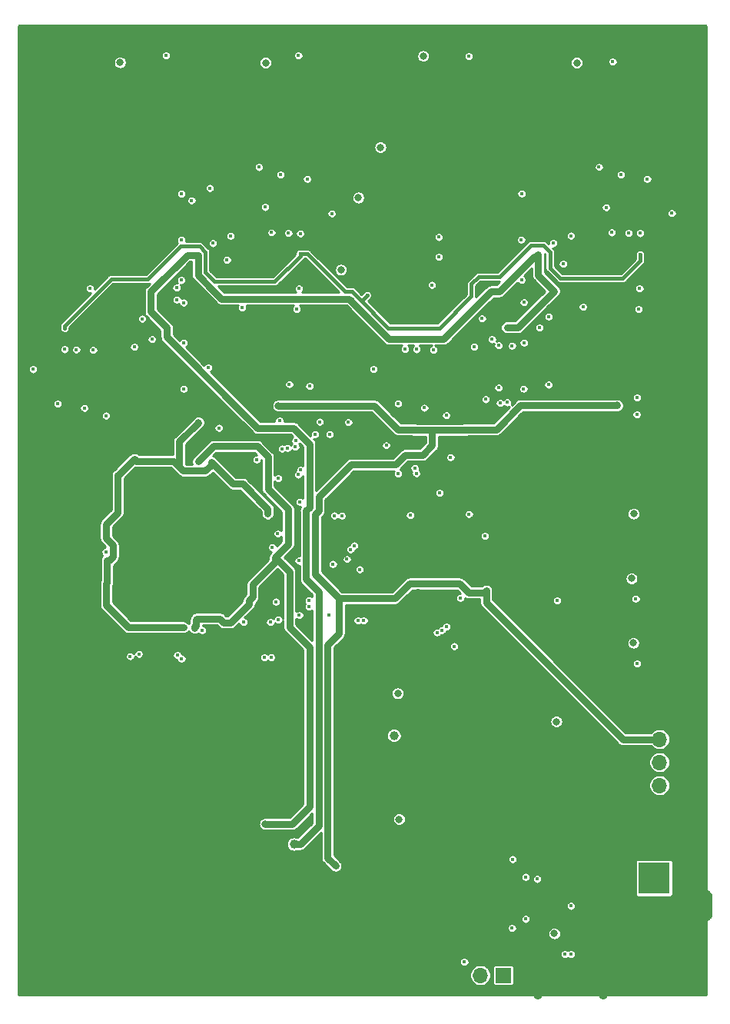
<source format=gbr>
G04 #@! TF.GenerationSoftware,KiCad,Pcbnew,5.1.5*
G04 #@! TF.CreationDate,2020-02-27T19:31:16+03:00*
G04 #@! TF.ProjectId,top,746f702e-6b69-4636-9164-5f7063625858,rev?*
G04 #@! TF.SameCoordinates,Original*
G04 #@! TF.FileFunction,Copper,L2,Inr*
G04 #@! TF.FilePolarity,Positive*
%FSLAX46Y46*%
G04 Gerber Fmt 4.6, Leading zero omitted, Abs format (unit mm)*
G04 Created by KiCad (PCBNEW 5.1.5) date 2020-02-27 19:31:16*
%MOMM*%
%LPD*%
G04 APERTURE LIST*
%ADD10R,1.700000X1.700000*%
%ADD11O,1.700000X1.700000*%
%ADD12O,1.050000X1.900000*%
%ADD13R,3.500000X3.500000*%
%ADD14C,0.100000*%
%ADD15C,0.500000*%
%ADD16C,0.800000*%
%ADD17C,0.400000*%
%ADD18C,1.000000*%
%ADD19C,0.800000*%
%ADD20C,0.250000*%
%ADD21C,0.400000*%
%ADD22C,0.254000*%
G04 APERTURE END LIST*
D10*
X43740000Y-251330000D03*
D11*
X43740000Y-248790000D03*
X43740000Y-246250000D03*
X43740000Y-243710000D03*
D12*
X30375000Y-271440000D03*
X37525000Y-271440000D03*
D13*
X43150000Y-259010000D03*
G04 #@! TA.AperFunction,ViaPad*
D14*
G36*
X44223513Y-263513611D02*
G01*
X44296318Y-263524411D01*
X44367714Y-263542295D01*
X44437013Y-263567090D01*
X44503548Y-263598559D01*
X44566678Y-263636398D01*
X44625795Y-263680242D01*
X44680330Y-263729670D01*
X44729758Y-263784205D01*
X44773602Y-263843322D01*
X44811441Y-263906452D01*
X44842910Y-263972987D01*
X44867705Y-264042286D01*
X44885589Y-264113682D01*
X44896389Y-264186487D01*
X44900000Y-264260000D01*
X44900000Y-265760000D01*
X44896389Y-265833513D01*
X44885589Y-265906318D01*
X44867705Y-265977714D01*
X44842910Y-266047013D01*
X44811441Y-266113548D01*
X44773602Y-266176678D01*
X44729758Y-266235795D01*
X44680330Y-266290330D01*
X44625795Y-266339758D01*
X44566678Y-266383602D01*
X44503548Y-266421441D01*
X44437013Y-266452910D01*
X44367714Y-266477705D01*
X44296318Y-266495589D01*
X44223513Y-266506389D01*
X44150000Y-266510000D01*
X42150000Y-266510000D01*
X42076487Y-266506389D01*
X42003682Y-266495589D01*
X41932286Y-266477705D01*
X41862987Y-266452910D01*
X41796452Y-266421441D01*
X41733322Y-266383602D01*
X41674205Y-266339758D01*
X41619670Y-266290330D01*
X41570242Y-266235795D01*
X41526398Y-266176678D01*
X41488559Y-266113548D01*
X41457090Y-266047013D01*
X41432295Y-265977714D01*
X41414411Y-265906318D01*
X41403611Y-265833513D01*
X41400000Y-265760000D01*
X41400000Y-264260000D01*
X41403611Y-264186487D01*
X41414411Y-264113682D01*
X41432295Y-264042286D01*
X41457090Y-263972987D01*
X41488559Y-263906452D01*
X41526398Y-263843322D01*
X41570242Y-263784205D01*
X41619670Y-263729670D01*
X41674205Y-263680242D01*
X41733322Y-263636398D01*
X41796452Y-263598559D01*
X41862987Y-263567090D01*
X41932286Y-263542295D01*
X42003682Y-263524411D01*
X42076487Y-263513611D01*
X42150000Y-263510000D01*
X44150000Y-263510000D01*
X44223513Y-263513611D01*
G37*
G04 #@! TD.AperFunction*
G04 #@! TA.AperFunction,ViaPad*
G36*
X48810765Y-260264213D02*
G01*
X48895704Y-260276813D01*
X48978999Y-260297677D01*
X49059848Y-260326605D01*
X49137472Y-260363319D01*
X49211124Y-260407464D01*
X49280094Y-260458616D01*
X49343718Y-260516282D01*
X49401384Y-260579906D01*
X49452536Y-260648876D01*
X49496681Y-260722528D01*
X49533395Y-260800152D01*
X49562323Y-260881001D01*
X49583187Y-260964296D01*
X49595787Y-261049235D01*
X49600000Y-261135000D01*
X49600000Y-262885000D01*
X49595787Y-262970765D01*
X49583187Y-263055704D01*
X49562323Y-263138999D01*
X49533395Y-263219848D01*
X49496681Y-263297472D01*
X49452536Y-263371124D01*
X49401384Y-263440094D01*
X49343718Y-263503718D01*
X49280094Y-263561384D01*
X49211124Y-263612536D01*
X49137472Y-263656681D01*
X49059848Y-263693395D01*
X48978999Y-263722323D01*
X48895704Y-263743187D01*
X48810765Y-263755787D01*
X48725000Y-263760000D01*
X46975000Y-263760000D01*
X46889235Y-263755787D01*
X46804296Y-263743187D01*
X46721001Y-263722323D01*
X46640152Y-263693395D01*
X46562528Y-263656681D01*
X46488876Y-263612536D01*
X46419906Y-263561384D01*
X46356282Y-263503718D01*
X46298616Y-263440094D01*
X46247464Y-263371124D01*
X46203319Y-263297472D01*
X46166605Y-263219848D01*
X46137677Y-263138999D01*
X46116813Y-263055704D01*
X46104213Y-262970765D01*
X46100000Y-262885000D01*
X46100000Y-261135000D01*
X46104213Y-261049235D01*
X46116813Y-260964296D01*
X46137677Y-260881001D01*
X46166605Y-260800152D01*
X46203319Y-260722528D01*
X46247464Y-260648876D01*
X46298616Y-260579906D01*
X46356282Y-260516282D01*
X46419906Y-260458616D01*
X46488876Y-260407464D01*
X46562528Y-260363319D01*
X46640152Y-260326605D01*
X46721001Y-260297677D01*
X46804296Y-260276813D01*
X46889235Y-260264213D01*
X46975000Y-260260000D01*
X48725000Y-260260000D01*
X48810765Y-260264213D01*
G37*
G04 #@! TD.AperFunction*
D10*
X26540000Y-269700000D03*
D11*
X24000000Y-269700000D03*
D15*
X-8315000Y-249710000D03*
X-6405000Y-249710000D03*
X-8315000Y-251010000D03*
X-6405000Y-251010000D03*
X-8315000Y-252310000D03*
X-6405000Y-252310000D03*
D16*
X1750000Y-206970000D03*
X39090000Y-206950000D03*
D17*
X22760000Y-218910000D03*
X16270000Y-219040000D03*
X24660000Y-227360000D03*
X23410000Y-227530000D03*
X15430000Y-227350000D03*
X24530000Y-221324990D03*
X18700000Y-211360000D03*
D16*
X8060000Y-257650000D03*
X-7040000Y-208830000D03*
D17*
X-17140000Y-224000010D03*
X-17220000Y-226560000D03*
X-17230000Y-221575000D03*
X-17230000Y-220010000D03*
X-14120000Y-212860000D03*
X-5655000Y-213190000D03*
X-8720000Y-213949998D03*
X-660000Y-212920000D03*
X580000Y-218860000D03*
X1090000Y-222575000D03*
X1480000Y-228570000D03*
X860000Y-230810000D03*
X-2090000Y-230810000D03*
X-6655000Y-231710000D03*
X-8720000Y-231390000D03*
X-14790000Y-231360000D03*
D16*
X300000Y-253050000D03*
D17*
X-17270000Y-223060000D03*
X-7104990Y-213138219D03*
X1390000Y-223675000D03*
X-3530000Y-230850000D03*
X-7204117Y-231468187D03*
X27560000Y-256920000D03*
X30280074Y-259110207D03*
X41260000Y-235380000D03*
X41130000Y-228250000D03*
X32470000Y-228430000D03*
X-13874999Y-194394999D03*
X-15754999Y-202084999D03*
X-20504999Y-203635000D03*
X-16124999Y-206674999D03*
X-15274999Y-194354999D03*
X-20384999Y-197714999D03*
X-21810000Y-196150000D03*
X-24770000Y-201900000D03*
X-23170000Y-202260000D03*
X-21780000Y-202230000D03*
X-18910000Y-202230000D03*
X-17000000Y-202220000D03*
X-15930000Y-204270000D03*
X-3760000Y-194370000D03*
X-1880000Y-186680000D03*
X2870000Y-185129999D03*
X-1510000Y-182090000D03*
X-2360000Y-194410000D03*
X2750000Y-191050000D03*
X4175001Y-192614999D03*
X7135001Y-186864999D03*
X5535001Y-186504999D03*
X4145001Y-186534999D03*
X1275001Y-186534999D03*
X-634999Y-186544999D03*
X-1704999Y-184494999D03*
X23605001Y-194384999D03*
X21725001Y-202074999D03*
X16975001Y-203625000D03*
X21355001Y-206664999D03*
X22205001Y-194344999D03*
X17095001Y-197704999D03*
X15670000Y-196140000D03*
X12710000Y-201890000D03*
X14310000Y-202250000D03*
X15700000Y-202220000D03*
X18570000Y-202220000D03*
X20480000Y-202210000D03*
X21550000Y-204260000D03*
X33720000Y-194360000D03*
X35600000Y-186670000D03*
X40350000Y-185119999D03*
X35970000Y-182080000D03*
X35120000Y-194400000D03*
X40230000Y-191040000D03*
X41655001Y-192604999D03*
X44615001Y-186854999D03*
X43015001Y-186494999D03*
X41625001Y-186524999D03*
X38755001Y-186524999D03*
X36845001Y-186534999D03*
X35775001Y-184484999D03*
X-4520000Y-198570000D03*
X-1920000Y-198570000D03*
X32960000Y-198560000D03*
X35550000Y-198560000D03*
X35525001Y-200429998D03*
X38350000Y-198640000D03*
X840000Y-198660000D03*
X-1954999Y-200439998D03*
D18*
X5250000Y-263240000D03*
X3500000Y-257730000D03*
X3470000Y-250650000D03*
X31100000Y-250550000D03*
X22900000Y-242580000D03*
D16*
X25260000Y-262450000D03*
X25250000Y-260270000D03*
X28340000Y-261840000D03*
X33760000Y-260170000D03*
X32470000Y-261850000D03*
X33590000Y-263350000D03*
D18*
X-5270000Y-258620000D03*
X-2050000Y-258710000D03*
D16*
X-12940000Y-173610000D03*
X-16720000Y-170340000D03*
X3744999Y-173604999D03*
X-35001Y-170334999D03*
X20420000Y-173610000D03*
X37290000Y-173600000D03*
X33510000Y-170330000D03*
X16420000Y-169780000D03*
X11020000Y-167810000D03*
X-22280000Y-167790000D03*
X27800000Y-167760000D03*
X40910000Y-223360000D03*
X40740000Y-230500000D03*
X40850000Y-237590000D03*
D17*
X13660000Y-215170000D03*
X23690000Y-219560000D03*
X17000000Y-220770000D03*
X22970000Y-226620000D03*
X17132510Y-227364220D03*
X22815394Y-221356105D03*
D16*
X31600000Y-224870000D03*
D17*
X-8350000Y-213340000D03*
X-740000Y-214480000D03*
X-258143Y-223943544D03*
X-3970000Y-229080000D03*
X-14730000Y-229730000D03*
X-9950000Y-229630000D03*
X-15520000Y-227040000D03*
X-16750000Y-215020000D03*
X-14950000Y-214970000D03*
X-16620000Y-212890000D03*
X-10000000Y-214910000D03*
X-715010Y-215300000D03*
X-1710000Y-218010000D03*
X-4840000Y-215330000D03*
X-7066662Y-215920401D03*
X-14230000Y-220050000D03*
X-14260000Y-221520000D03*
X-14285195Y-223402961D03*
X-14390000Y-224650000D03*
X-8350000Y-228340000D03*
X-5800000Y-228520000D03*
X-2080000Y-227690000D03*
X-270000Y-227670000D03*
X-700000Y-230710000D03*
D18*
X3390000Y-271480000D03*
X11490000Y-271450000D03*
X19380000Y-271500000D03*
X-15230000Y-271500000D03*
X-8480000Y-238310000D03*
X-14320000Y-243990000D03*
X-6480000Y-247230000D03*
D17*
X22680000Y-225210000D03*
X24020000Y-225190000D03*
X21180000Y-225180000D03*
X15750000Y-211320000D03*
X-1940000Y-221910000D03*
X11380000Y-187810000D03*
X11440000Y-189080000D03*
X13750000Y-191940000D03*
X-20504999Y-200784999D03*
X-19634999Y-207224999D03*
X-13274999Y-197394999D03*
X-8944999Y-193144999D03*
X2870000Y-187980000D03*
X-8690000Y-195620000D03*
X2000000Y-181540000D03*
X16975001Y-200774999D03*
X17845001Y-207214999D03*
X24205001Y-197384999D03*
X28535001Y-193134999D03*
X40350000Y-187970000D03*
X28790000Y-195610000D03*
X39480000Y-181530000D03*
X33120000Y-191360000D03*
D16*
X32380000Y-241760000D03*
D17*
X-3905728Y-190915728D03*
X-12294999Y-194394999D03*
X-5340000Y-194370000D03*
X-7090000Y-190370000D03*
X-10540000Y-198370000D03*
X25185001Y-194384999D03*
X32140000Y-194360000D03*
X30390000Y-190360000D03*
X26940000Y-198360000D03*
D18*
X3470000Y-255260000D03*
D17*
X-21784999Y-200764999D03*
X4150000Y-188000000D03*
X15695001Y-200754999D03*
X4150000Y-190220000D03*
X41618761Y-187978761D03*
X41600000Y-190330000D03*
X15691381Y-198421825D03*
X-21790000Y-198440000D03*
X11528533Y-194809991D03*
X12215001Y-202954999D03*
X14925001Y-206744999D03*
X20245001Y-208054999D03*
X38490000Y-187900000D03*
X33980000Y-188260000D03*
X32030000Y-189080000D03*
D16*
X32150000Y-265100000D03*
X15050000Y-252530000D03*
X14910000Y-238660000D03*
X10550000Y-184060000D03*
X8660000Y-192010000D03*
D18*
X14500000Y-243300000D03*
D17*
X19420000Y-188410000D03*
X19410000Y-190600000D03*
X4040000Y-194080000D03*
D16*
X340000Y-169220000D03*
D17*
X41550000Y-194060000D03*
D16*
X17720000Y-168470000D03*
D17*
X18680863Y-193678141D03*
X35310000Y-196090000D03*
X41450000Y-196340000D03*
D16*
X34630000Y-169220000D03*
D17*
X-19000000Y-194060000D03*
X-2226232Y-196183768D03*
X3770000Y-196340000D03*
D16*
X-15700000Y-169170000D03*
D17*
X10505000Y-230630000D03*
X33318507Y-267372862D03*
X11155000Y-230630000D03*
X33968507Y-267372862D03*
X198768Y-234691232D03*
X5180000Y-204820000D03*
X3630260Y-211510260D03*
X3970000Y-168420000D03*
X-10630000Y-168400000D03*
X940000Y-234690000D03*
X3640000Y-210830000D03*
X2959314Y-204629314D03*
X22710000Y-168490000D03*
X5130311Y-229122153D03*
X5100000Y-228410000D03*
X41240000Y-207940000D03*
X41260000Y-206080000D03*
X38600000Y-169090000D03*
D16*
X12990000Y-178520000D03*
D17*
X26980000Y-206620000D03*
X26163768Y-206693768D03*
X19510000Y-216590000D03*
X20729998Y-212650000D03*
X10133732Y-222378732D03*
X4223527Y-214040968D03*
X9709467Y-222802997D03*
X1740000Y-214980000D03*
X7331232Y-230021232D03*
X4060000Y-230040000D03*
X9310000Y-223890000D03*
X3980000Y-224060000D03*
X10710000Y-225000000D03*
X7770000Y-224420000D03*
X6320000Y-208750000D03*
X7390000Y-210115012D03*
X20295010Y-231311006D03*
X19795010Y-231696360D03*
X9470000Y-208814990D03*
X5810000Y-210130000D03*
X19220000Y-231970000D03*
X-14570000Y-234570000D03*
X-4811232Y-209421232D03*
X1870000Y-208620000D03*
X-13630001Y-234310001D03*
X14940000Y-214460000D03*
X13630000Y-211350000D03*
X-18644999Y-200854999D03*
X-14134999Y-200494999D03*
X-12184999Y-199674999D03*
X-8954999Y-188714999D03*
X-8934999Y-183634998D03*
X-25264999Y-202964999D03*
X-22554999Y-206754999D03*
X-17234999Y-208064999D03*
X-6000000Y-202780000D03*
X1010000Y-187910000D03*
X-3500000Y-188270000D03*
X-5450000Y-189090000D03*
X-8680000Y-200050000D03*
X-8700000Y-205130001D03*
X7630000Y-185800000D03*
X4920000Y-182010000D03*
X-400000Y-180700000D03*
X290000Y-185100000D03*
X18835001Y-200844999D03*
X23345001Y-200484999D03*
X25295001Y-199664999D03*
X28525001Y-188704999D03*
X28545001Y-183624998D03*
X31509988Y-204670000D03*
X28800000Y-200040000D03*
X28780000Y-205120001D03*
X45110000Y-185790000D03*
X42400000Y-182000000D03*
X37080000Y-180690000D03*
X37850000Y-185120000D03*
X28995000Y-258877500D03*
X33980000Y-262070000D03*
X27500000Y-264520000D03*
X29010000Y-263510000D03*
X21780000Y-228150000D03*
D16*
X40860000Y-233100000D03*
X40670000Y-226010000D03*
X40910000Y-218870000D03*
D17*
X8726268Y-219098732D03*
X3960000Y-214580000D03*
X16768516Y-213845015D03*
X7930000Y-219075000D03*
X4120000Y-217575000D03*
X16940000Y-214420000D03*
X-8910000Y-234840000D03*
X-9390000Y-234460000D03*
X-9440000Y-195310000D03*
X-9470000Y-193980000D03*
X-7800000Y-184360000D03*
X-5780000Y-183010000D03*
X1690000Y-221060000D03*
X24600000Y-206280002D03*
X2760000Y-211640002D03*
X1740000Y-230540000D03*
X2152536Y-211712536D03*
X26004990Y-205005000D03*
X26004990Y-200350000D03*
X27505000Y-200380000D03*
X30530000Y-198380000D03*
X31530000Y-197180000D03*
X21130000Y-233470000D03*
X22250000Y-268230000D03*
D19*
X25740000Y-209610000D02*
X28400000Y-206950000D01*
X28400000Y-206950000D02*
X39090000Y-206950000D01*
X1750000Y-206970000D02*
X12320000Y-206970000D01*
X12320000Y-206970000D02*
X14960000Y-209610000D01*
X18700000Y-211360000D02*
X18700000Y-209710000D01*
X18700000Y-209710000D02*
X18630000Y-209640000D01*
X14960000Y-209610000D02*
X18630000Y-209640000D01*
X18630000Y-209640000D02*
X25740000Y-209610000D01*
X17650000Y-212410000D02*
X18700000Y-211360000D01*
X15740000Y-212410000D02*
X17650000Y-212410000D01*
X14680000Y-213470000D02*
X15740000Y-212410000D01*
X9750000Y-213470000D02*
X14680000Y-213470000D01*
X6190010Y-217029990D02*
X9750000Y-213470000D01*
X8420000Y-228180000D02*
X5790010Y-225550010D01*
X5790010Y-225550010D02*
X5790010Y-218954217D01*
X5790010Y-218954217D02*
X6190010Y-218554217D01*
X6190010Y-218554217D02*
X6190010Y-217029990D01*
X14600000Y-228180000D02*
X15430000Y-227350000D01*
X8420000Y-228180000D02*
X14600000Y-228180000D01*
X7180010Y-256770010D02*
X8060000Y-257650000D01*
X7180010Y-233319990D02*
X7180010Y-256770010D01*
X8420000Y-228180000D02*
X8420000Y-232080000D01*
X8420000Y-232080000D02*
X7180010Y-233319990D01*
X-5655000Y-213495000D02*
X-5655000Y-213190000D01*
X-9150001Y-210940001D02*
X-9150001Y-213724001D01*
X-7040000Y-208830000D02*
X-9150001Y-210940001D01*
X-9150001Y-213724001D02*
X-8734001Y-214140001D01*
X-8734001Y-214140001D02*
X-6300001Y-214140001D01*
X-6300001Y-214140001D02*
X-5655000Y-213495000D01*
X-17030001Y-221774999D02*
X-17230000Y-221575000D01*
X-16857158Y-224000010D02*
X-16469999Y-223612851D01*
X-16469999Y-222335001D02*
X-17030001Y-221774999D01*
X-16469999Y-223612851D02*
X-16469999Y-222335001D01*
X-17140000Y-224000010D02*
X-16857158Y-224000010D01*
X-17230000Y-221575000D02*
X-17230000Y-220010000D01*
X-15949999Y-218729999D02*
X-15949999Y-214649999D01*
X-17230000Y-220010000D02*
X-15949999Y-218729999D01*
X-15909999Y-214649999D02*
X-14120000Y-212860000D01*
X-15949999Y-214649999D02*
X-15909999Y-214649999D01*
X-9814003Y-213059999D02*
X-8822002Y-214052000D01*
X-14120000Y-212860000D02*
X-13920001Y-213059999D01*
X-13920001Y-213059999D02*
X-9814003Y-213059999D01*
X-17140000Y-226480000D02*
X-17220000Y-226560000D01*
X-17140000Y-224000010D02*
X-17140000Y-226480000D01*
X-17220000Y-228930000D02*
X-14790000Y-231360000D01*
X-17220000Y-226560000D02*
X-17220000Y-228930000D01*
X-8750000Y-231360000D02*
X-8720000Y-231390000D01*
X-14790000Y-231360000D02*
X-8750000Y-231360000D01*
X580000Y-218860000D02*
X580000Y-218320000D01*
X580000Y-218320000D02*
X-2160000Y-215580000D01*
X-3265000Y-215580000D02*
X-5655000Y-213190000D01*
X-2160000Y-215580000D02*
X-3265000Y-215580000D01*
X24660000Y-227360000D02*
X24660000Y-228660000D01*
X39710000Y-243710000D02*
X43740000Y-243710000D01*
X24660000Y-228660000D02*
X39710000Y-243710000D01*
X24460001Y-227559999D02*
X24660000Y-227360000D01*
X22725997Y-227559999D02*
X24460001Y-227559999D01*
X21730217Y-226564219D02*
X22725997Y-227559999D01*
X16215781Y-226564219D02*
X21730217Y-226564219D01*
X15430000Y-227350000D02*
X16215781Y-226564219D01*
X-3530000Y-230850000D02*
X-4310000Y-230850000D01*
X-4310000Y-230850000D02*
X-4740000Y-230420000D01*
X-4740000Y-230420000D02*
X-7200000Y-230420000D01*
X-7455001Y-231325999D02*
X-7455001Y-231468187D01*
X-7320000Y-231190998D02*
X-7455001Y-231325999D01*
X-7200000Y-230420000D02*
X-7320000Y-230540000D01*
X-7320000Y-230540000D02*
X-7320000Y-231190998D01*
X-3530000Y-230850000D02*
X-1490000Y-228810000D01*
X-1070001Y-228040001D02*
X-1070001Y-226680001D01*
X-1490000Y-228810000D02*
X-1490000Y-228460000D01*
X-1490000Y-228460000D02*
X-1070001Y-228040001D01*
X1390000Y-224220000D02*
X1390000Y-223675000D01*
X-1070001Y-226680001D02*
X1390000Y-224220000D01*
X3270000Y-253050000D02*
X5179990Y-251140010D01*
X300000Y-253050000D02*
X3270000Y-253050000D01*
X2980000Y-225265000D02*
X1390000Y-223675000D01*
X5179990Y-233569990D02*
X2980000Y-231370000D01*
X5179990Y-251140010D02*
X5179990Y-233569990D01*
X2980000Y-231370000D02*
X2980000Y-225265000D01*
X1390000Y-223675000D02*
X2840000Y-222225000D01*
X2840000Y-222225000D02*
X2840000Y-218390000D01*
X2840000Y-218390000D02*
X600000Y-216150000D01*
X600000Y-216150000D02*
X600000Y-212610000D01*
X600000Y-212610000D02*
X-570000Y-211440000D01*
X-5406771Y-211440000D02*
X-7104990Y-213138219D01*
X-570000Y-211440000D02*
X-5406771Y-211440000D01*
D20*
X-21810000Y-202260000D02*
X-21780000Y-202230000D01*
X-17010000Y-202230000D02*
X-17000000Y-202220000D01*
X-2400000Y-194370000D02*
X-2360000Y-194410000D01*
X1265001Y-186544999D02*
X1275001Y-186534999D01*
X5505001Y-186534999D02*
X5535001Y-186504999D01*
X15670000Y-202250000D02*
X15700000Y-202220000D01*
X41655001Y-186494999D02*
X41625001Y-186524999D01*
X36855001Y-186524999D02*
X36845001Y-186534999D01*
D19*
X-12294999Y-196615001D02*
X-10540000Y-198370000D01*
X-12294999Y-194394999D02*
X-12294999Y-196615001D01*
X-7090000Y-192620000D02*
X-5340000Y-194370000D01*
X-7090000Y-190370000D02*
X-7090000Y-192620000D01*
X9540001Y-195210001D02*
X9740000Y-195410000D01*
X-4499999Y-195210001D02*
X9540001Y-195210001D01*
X-5340000Y-194370000D02*
X-4499999Y-195210001D01*
D21*
X9740000Y-195410000D02*
X9750000Y-195410000D01*
D19*
X9540001Y-195210001D02*
X9540001Y-195220001D01*
D21*
X9750000Y-195410000D02*
X13940000Y-199620000D01*
D19*
X9540001Y-195220001D02*
X13940000Y-199620000D01*
X19950000Y-199620000D02*
X25185001Y-194384999D01*
X13940000Y-199620000D02*
X19950000Y-199620000D01*
X30190001Y-190559999D02*
X30390000Y-190360000D01*
X29925999Y-190559999D02*
X30190001Y-190559999D01*
X26100999Y-194384999D02*
X29925999Y-190559999D01*
X25185001Y-194384999D02*
X26100999Y-194384999D01*
X30390000Y-192610000D02*
X32140000Y-194360000D01*
X30390000Y-190360000D02*
X30390000Y-192610000D01*
X28140000Y-198360000D02*
X32140000Y-194360000D01*
X26940000Y-198360000D02*
X28140000Y-198360000D01*
X-12294999Y-194394999D02*
X-8270000Y-190370000D01*
X-8270000Y-190370000D02*
X-7090000Y-190370000D01*
X-10540000Y-198652842D02*
X-10540000Y-198370000D01*
X4790000Y-226070000D02*
X4790000Y-218540000D01*
X5190000Y-211195998D02*
X3414003Y-209420001D01*
X6180000Y-253257106D02*
X6180000Y-227460000D01*
X3470000Y-255260000D02*
X4177106Y-255260000D01*
X6180000Y-227460000D02*
X4790000Y-226070000D01*
X-10540000Y-199424002D02*
X-10540000Y-198652842D01*
X4177106Y-255260000D02*
X6180000Y-253257106D01*
X4790000Y-218540000D02*
X5190000Y-218140000D01*
X5190000Y-218140000D02*
X5190000Y-211195998D01*
X3414003Y-209420001D02*
X-544001Y-209420001D01*
X-544001Y-209420001D02*
X-10540000Y-199424002D01*
D21*
X15140367Y-198421825D02*
X15691381Y-198421825D01*
X41600000Y-191040000D02*
X41600000Y-190330000D01*
X23790000Y-192790000D02*
X26090000Y-192790000D01*
X30960000Y-189330000D02*
X31680000Y-190050000D01*
X39670000Y-192970000D02*
X41600000Y-191040000D01*
X23005000Y-193575000D02*
X23790000Y-192790000D01*
X15691381Y-198421825D02*
X19498175Y-198421825D01*
X19498175Y-198421825D02*
X23005000Y-194915000D01*
X29550000Y-189330000D02*
X30960000Y-189330000D01*
X26090000Y-192790000D02*
X29550000Y-189330000D01*
X23005000Y-194915000D02*
X23005000Y-193575000D01*
X32820000Y-192970000D02*
X39670000Y-192970000D01*
X31680000Y-190050000D02*
X31680000Y-191830000D01*
X31680000Y-191830000D02*
X32820000Y-192970000D01*
X-21790000Y-198440000D02*
X-21790000Y-198157158D01*
X-6289990Y-192288626D02*
X-5268616Y-193310000D01*
X-6289990Y-190038626D02*
X-6289990Y-192288626D01*
X-21790000Y-198157158D02*
X-16652842Y-193020000D01*
X-16652842Y-193020000D02*
X-12640000Y-193020000D01*
X-12640000Y-193020000D02*
X-9010000Y-189390000D01*
X4150000Y-190502842D02*
X4150000Y-190220000D01*
X1342842Y-193310000D02*
X4150000Y-190502842D01*
X-5268616Y-193310000D02*
X1342842Y-193310000D01*
X-6938616Y-189390000D02*
X-6289990Y-190038626D01*
X-9010000Y-189390000D02*
X-6938616Y-189390000D01*
X4150000Y-190220000D02*
X4930000Y-190220000D01*
X4930000Y-190220000D02*
X9119991Y-194409991D01*
X10540008Y-195078624D02*
X10540008Y-195088624D01*
X9119991Y-194409991D02*
X9871375Y-194409991D01*
X9871375Y-194409991D02*
X10540008Y-195078624D01*
X13873209Y-198421825D02*
X15691381Y-198421825D01*
X10540008Y-195088624D02*
X13873209Y-198421825D01*
X10949216Y-195389308D02*
X10840692Y-195389308D01*
X11528533Y-194809991D02*
X10949216Y-195389308D01*
D22*
G36*
X48826984Y-165134856D02*
G01*
X48849859Y-165150141D01*
X48865144Y-165173016D01*
X48873000Y-165212509D01*
X48873000Y-271787491D01*
X48865144Y-271826984D01*
X48849859Y-271849859D01*
X48826984Y-271865144D01*
X48787491Y-271873000D01*
X-26787491Y-271873000D01*
X-26826984Y-271865144D01*
X-26849859Y-271849859D01*
X-26865144Y-271826984D01*
X-26873000Y-271787491D01*
X-26873000Y-269584076D01*
X22823000Y-269584076D01*
X22823000Y-269815924D01*
X22868231Y-270043318D01*
X22956956Y-270257519D01*
X23085764Y-270450294D01*
X23249706Y-270614236D01*
X23442481Y-270743044D01*
X23656682Y-270831769D01*
X23884076Y-270877000D01*
X24115924Y-270877000D01*
X24343318Y-270831769D01*
X24557519Y-270743044D01*
X24750294Y-270614236D01*
X24914236Y-270450294D01*
X25043044Y-270257519D01*
X25131769Y-270043318D01*
X25177000Y-269815924D01*
X25177000Y-269584076D01*
X25131769Y-269356682D01*
X25043044Y-269142481D01*
X24914236Y-268949706D01*
X24814530Y-268850000D01*
X25361418Y-268850000D01*
X25361418Y-270550000D01*
X25367732Y-270614103D01*
X25386430Y-270675743D01*
X25416794Y-270732550D01*
X25457657Y-270782343D01*
X25507450Y-270823206D01*
X25564257Y-270853570D01*
X25625897Y-270872268D01*
X25690000Y-270878582D01*
X27390000Y-270878582D01*
X27454103Y-270872268D01*
X27515743Y-270853570D01*
X27572550Y-270823206D01*
X27622343Y-270782343D01*
X27663206Y-270732550D01*
X27693570Y-270675743D01*
X27712268Y-270614103D01*
X27718582Y-270550000D01*
X27718582Y-268850000D01*
X27712268Y-268785897D01*
X27693570Y-268724257D01*
X27663206Y-268667450D01*
X27622343Y-268617657D01*
X27572550Y-268576794D01*
X27515743Y-268546430D01*
X27454103Y-268527732D01*
X27390000Y-268521418D01*
X25690000Y-268521418D01*
X25625897Y-268527732D01*
X25564257Y-268546430D01*
X25507450Y-268576794D01*
X25457657Y-268617657D01*
X25416794Y-268667450D01*
X25386430Y-268724257D01*
X25367732Y-268785897D01*
X25361418Y-268850000D01*
X24814530Y-268850000D01*
X24750294Y-268785764D01*
X24557519Y-268656956D01*
X24343318Y-268568231D01*
X24115924Y-268523000D01*
X23884076Y-268523000D01*
X23656682Y-268568231D01*
X23442481Y-268656956D01*
X23249706Y-268785764D01*
X23085764Y-268949706D01*
X22956956Y-269142481D01*
X22868231Y-269356682D01*
X22823000Y-269584076D01*
X-26873000Y-269584076D01*
X-26873000Y-268178095D01*
X21723000Y-268178095D01*
X21723000Y-268281905D01*
X21743252Y-268383720D01*
X21782979Y-268479628D01*
X21840652Y-268565943D01*
X21914057Y-268639348D01*
X22000372Y-268697021D01*
X22096280Y-268736748D01*
X22198095Y-268757000D01*
X22301905Y-268757000D01*
X22403720Y-268736748D01*
X22499628Y-268697021D01*
X22585943Y-268639348D01*
X22659348Y-268565943D01*
X22717021Y-268479628D01*
X22756748Y-268383720D01*
X22777000Y-268281905D01*
X22777000Y-268178095D01*
X22756748Y-268076280D01*
X22717021Y-267980372D01*
X22659348Y-267894057D01*
X22585943Y-267820652D01*
X22499628Y-267762979D01*
X22403720Y-267723252D01*
X22301905Y-267703000D01*
X22198095Y-267703000D01*
X22096280Y-267723252D01*
X22000372Y-267762979D01*
X21914057Y-267820652D01*
X21840652Y-267894057D01*
X21782979Y-267980372D01*
X21743252Y-268076280D01*
X21723000Y-268178095D01*
X-26873000Y-268178095D01*
X-26873000Y-267320957D01*
X32791507Y-267320957D01*
X32791507Y-267424767D01*
X32811759Y-267526582D01*
X32851486Y-267622490D01*
X32909159Y-267708805D01*
X32982564Y-267782210D01*
X33068879Y-267839883D01*
X33164787Y-267879610D01*
X33266602Y-267899862D01*
X33370412Y-267899862D01*
X33472227Y-267879610D01*
X33568135Y-267839883D01*
X33643507Y-267789522D01*
X33718879Y-267839883D01*
X33814787Y-267879610D01*
X33916602Y-267899862D01*
X34020412Y-267899862D01*
X34122227Y-267879610D01*
X34218135Y-267839883D01*
X34304450Y-267782210D01*
X34377855Y-267708805D01*
X34435528Y-267622490D01*
X34475255Y-267526582D01*
X34495507Y-267424767D01*
X34495507Y-267320957D01*
X34475255Y-267219142D01*
X34435528Y-267123234D01*
X34377855Y-267036919D01*
X34304450Y-266963514D01*
X34218135Y-266905841D01*
X34122227Y-266866114D01*
X34020412Y-266845862D01*
X33916602Y-266845862D01*
X33814787Y-266866114D01*
X33718879Y-266905841D01*
X33643507Y-266956202D01*
X33568135Y-266905841D01*
X33472227Y-266866114D01*
X33370412Y-266845862D01*
X33266602Y-266845862D01*
X33164787Y-266866114D01*
X33068879Y-266905841D01*
X32982564Y-266963514D01*
X32909159Y-267036919D01*
X32851486Y-267123234D01*
X32811759Y-267219142D01*
X32791507Y-267320957D01*
X-26873000Y-267320957D01*
X-26873000Y-264468095D01*
X26973000Y-264468095D01*
X26973000Y-264571905D01*
X26993252Y-264673720D01*
X27032979Y-264769628D01*
X27090652Y-264855943D01*
X27164057Y-264929348D01*
X27250372Y-264987021D01*
X27346280Y-265026748D01*
X27448095Y-265047000D01*
X27551905Y-265047000D01*
X27645429Y-265028397D01*
X31423000Y-265028397D01*
X31423000Y-265171603D01*
X31450938Y-265312058D01*
X31505741Y-265444364D01*
X31585302Y-265563436D01*
X31686564Y-265664698D01*
X31805636Y-265744259D01*
X31937942Y-265799062D01*
X32078397Y-265827000D01*
X32221603Y-265827000D01*
X32362058Y-265799062D01*
X32494364Y-265744259D01*
X32613436Y-265664698D01*
X32714698Y-265563436D01*
X32794259Y-265444364D01*
X32849062Y-265312058D01*
X32877000Y-265171603D01*
X32877000Y-265028397D01*
X32849062Y-264887942D01*
X32794259Y-264755636D01*
X32714698Y-264636564D01*
X32613436Y-264535302D01*
X32494364Y-264455741D01*
X32362058Y-264400938D01*
X32221603Y-264373000D01*
X32078397Y-264373000D01*
X31937942Y-264400938D01*
X31805636Y-264455741D01*
X31686564Y-264535302D01*
X31585302Y-264636564D01*
X31505741Y-264755636D01*
X31450938Y-264887942D01*
X31423000Y-265028397D01*
X27645429Y-265028397D01*
X27653720Y-265026748D01*
X27749628Y-264987021D01*
X27835943Y-264929348D01*
X27909348Y-264855943D01*
X27967021Y-264769628D01*
X28006748Y-264673720D01*
X28027000Y-264571905D01*
X28027000Y-264468095D01*
X28006748Y-264366280D01*
X27967021Y-264270372D01*
X27909348Y-264184057D01*
X27835943Y-264110652D01*
X27749628Y-264052979D01*
X27653720Y-264013252D01*
X27551905Y-263993000D01*
X27448095Y-263993000D01*
X27346280Y-264013252D01*
X27250372Y-264052979D01*
X27164057Y-264110652D01*
X27090652Y-264184057D01*
X27032979Y-264270372D01*
X26993252Y-264366280D01*
X26973000Y-264468095D01*
X-26873000Y-264468095D01*
X-26873000Y-263458095D01*
X28483000Y-263458095D01*
X28483000Y-263561905D01*
X28503252Y-263663720D01*
X28542979Y-263759628D01*
X28600652Y-263845943D01*
X28674057Y-263919348D01*
X28760372Y-263977021D01*
X28856280Y-264016748D01*
X28958095Y-264037000D01*
X29061905Y-264037000D01*
X29163720Y-264016748D01*
X29259628Y-263977021D01*
X29345943Y-263919348D01*
X29419348Y-263845943D01*
X29477021Y-263759628D01*
X29516748Y-263663720D01*
X29537000Y-263561905D01*
X29537000Y-263458095D01*
X29516748Y-263356280D01*
X29477021Y-263260372D01*
X29419348Y-263174057D01*
X29345943Y-263100652D01*
X29259628Y-263042979D01*
X29163720Y-263003252D01*
X29061905Y-262983000D01*
X28958095Y-262983000D01*
X28856280Y-263003252D01*
X28760372Y-263042979D01*
X28674057Y-263100652D01*
X28600652Y-263174057D01*
X28542979Y-263260372D01*
X28503252Y-263356280D01*
X28483000Y-263458095D01*
X-26873000Y-263458095D01*
X-26873000Y-262018095D01*
X33453000Y-262018095D01*
X33453000Y-262121905D01*
X33473252Y-262223720D01*
X33512979Y-262319628D01*
X33570652Y-262405943D01*
X33644057Y-262479348D01*
X33730372Y-262537021D01*
X33826280Y-262576748D01*
X33928095Y-262597000D01*
X34031905Y-262597000D01*
X34133720Y-262576748D01*
X34229628Y-262537021D01*
X34315943Y-262479348D01*
X34389348Y-262405943D01*
X34447021Y-262319628D01*
X34486748Y-262223720D01*
X34507000Y-262121905D01*
X34507000Y-262018095D01*
X34486748Y-261916280D01*
X34447021Y-261820372D01*
X34389348Y-261734057D01*
X34315943Y-261660652D01*
X34229628Y-261602979D01*
X34133720Y-261563252D01*
X34031905Y-261543000D01*
X33928095Y-261543000D01*
X33826280Y-261563252D01*
X33730372Y-261602979D01*
X33644057Y-261660652D01*
X33570652Y-261734057D01*
X33512979Y-261820372D01*
X33473252Y-261916280D01*
X33453000Y-262018095D01*
X-26873000Y-262018095D01*
X-26873000Y-258825595D01*
X28468000Y-258825595D01*
X28468000Y-258929405D01*
X28488252Y-259031220D01*
X28527979Y-259127128D01*
X28585652Y-259213443D01*
X28659057Y-259286848D01*
X28745372Y-259344521D01*
X28841280Y-259384248D01*
X28943095Y-259404500D01*
X29046905Y-259404500D01*
X29148720Y-259384248D01*
X29244628Y-259344521D01*
X29330943Y-259286848D01*
X29404348Y-259213443D01*
X29462021Y-259127128D01*
X29490530Y-259058302D01*
X29753074Y-259058302D01*
X29753074Y-259162112D01*
X29773326Y-259263927D01*
X29813053Y-259359835D01*
X29870726Y-259446150D01*
X29944131Y-259519555D01*
X30030446Y-259577228D01*
X30126354Y-259616955D01*
X30228169Y-259637207D01*
X30331979Y-259637207D01*
X30433794Y-259616955D01*
X30529702Y-259577228D01*
X30616017Y-259519555D01*
X30689422Y-259446150D01*
X30747095Y-259359835D01*
X30786822Y-259263927D01*
X30807074Y-259162112D01*
X30807074Y-259058302D01*
X30786822Y-258956487D01*
X30747095Y-258860579D01*
X30689422Y-258774264D01*
X30616017Y-258700859D01*
X30529702Y-258643186D01*
X30433794Y-258603459D01*
X30331979Y-258583207D01*
X30228169Y-258583207D01*
X30126354Y-258603459D01*
X30030446Y-258643186D01*
X29944131Y-258700859D01*
X29870726Y-258774264D01*
X29813053Y-258860579D01*
X29773326Y-258956487D01*
X29753074Y-259058302D01*
X29490530Y-259058302D01*
X29501748Y-259031220D01*
X29522000Y-258929405D01*
X29522000Y-258825595D01*
X29501748Y-258723780D01*
X29462021Y-258627872D01*
X29404348Y-258541557D01*
X29330943Y-258468152D01*
X29244628Y-258410479D01*
X29148720Y-258370752D01*
X29046905Y-258350500D01*
X28943095Y-258350500D01*
X28841280Y-258370752D01*
X28745372Y-258410479D01*
X28659057Y-258468152D01*
X28585652Y-258541557D01*
X28527979Y-258627872D01*
X28488252Y-258723780D01*
X28468000Y-258825595D01*
X-26873000Y-258825595D01*
X-26873000Y-234518095D01*
X-15097000Y-234518095D01*
X-15097000Y-234621905D01*
X-15076748Y-234723720D01*
X-15037021Y-234819628D01*
X-14979348Y-234905943D01*
X-14905943Y-234979348D01*
X-14819628Y-235037021D01*
X-14723720Y-235076748D01*
X-14621905Y-235097000D01*
X-14518095Y-235097000D01*
X-14416280Y-235076748D01*
X-14320372Y-235037021D01*
X-14234057Y-234979348D01*
X-14160652Y-234905943D01*
X-14102979Y-234819628D01*
X-14063252Y-234723720D01*
X-14045847Y-234636219D01*
X-14039349Y-234645944D01*
X-13965944Y-234719349D01*
X-13879629Y-234777022D01*
X-13783721Y-234816749D01*
X-13681906Y-234837001D01*
X-13578096Y-234837001D01*
X-13476281Y-234816749D01*
X-13380373Y-234777022D01*
X-13294058Y-234719349D01*
X-13220653Y-234645944D01*
X-13162980Y-234559629D01*
X-13123253Y-234463721D01*
X-13112189Y-234408095D01*
X-9917000Y-234408095D01*
X-9917000Y-234511905D01*
X-9896748Y-234613720D01*
X-9857021Y-234709628D01*
X-9799348Y-234795943D01*
X-9725943Y-234869348D01*
X-9639628Y-234927021D01*
X-9543720Y-234966748D01*
X-9441905Y-234987000D01*
X-9418085Y-234987000D01*
X-9416748Y-234993720D01*
X-9377021Y-235089628D01*
X-9319348Y-235175943D01*
X-9245943Y-235249348D01*
X-9159628Y-235307021D01*
X-9063720Y-235346748D01*
X-8961905Y-235367000D01*
X-8858095Y-235367000D01*
X-8756280Y-235346748D01*
X-8660372Y-235307021D01*
X-8574057Y-235249348D01*
X-8500652Y-235175943D01*
X-8442979Y-235089628D01*
X-8403252Y-234993720D01*
X-8383000Y-234891905D01*
X-8383000Y-234788095D01*
X-8403252Y-234686280D01*
X-8422700Y-234639327D01*
X-328232Y-234639327D01*
X-328232Y-234743137D01*
X-307980Y-234844952D01*
X-268253Y-234940860D01*
X-210580Y-235027175D01*
X-137175Y-235100580D01*
X-50860Y-235158253D01*
X45048Y-235197980D01*
X146863Y-235218232D01*
X250673Y-235218232D01*
X352488Y-235197980D01*
X448396Y-235158253D01*
X534711Y-235100580D01*
X570000Y-235065291D01*
X604057Y-235099348D01*
X690372Y-235157021D01*
X786280Y-235196748D01*
X888095Y-235217000D01*
X991905Y-235217000D01*
X1093720Y-235196748D01*
X1189628Y-235157021D01*
X1275943Y-235099348D01*
X1349348Y-235025943D01*
X1407021Y-234939628D01*
X1446748Y-234843720D01*
X1467000Y-234741905D01*
X1467000Y-234638095D01*
X1446748Y-234536280D01*
X1407021Y-234440372D01*
X1349348Y-234354057D01*
X1275943Y-234280652D01*
X1189628Y-234222979D01*
X1093720Y-234183252D01*
X991905Y-234163000D01*
X888095Y-234163000D01*
X786280Y-234183252D01*
X690372Y-234222979D01*
X604057Y-234280652D01*
X568768Y-234315941D01*
X534711Y-234281884D01*
X448396Y-234224211D01*
X352488Y-234184484D01*
X250673Y-234164232D01*
X146863Y-234164232D01*
X45048Y-234184484D01*
X-50860Y-234224211D01*
X-137175Y-234281884D01*
X-210580Y-234355289D01*
X-268253Y-234441604D01*
X-307980Y-234537512D01*
X-328232Y-234639327D01*
X-8422700Y-234639327D01*
X-8442979Y-234590372D01*
X-8500652Y-234504057D01*
X-8574057Y-234430652D01*
X-8660372Y-234372979D01*
X-8756280Y-234333252D01*
X-8858095Y-234313000D01*
X-8881915Y-234313000D01*
X-8883252Y-234306280D01*
X-8922979Y-234210372D01*
X-8980652Y-234124057D01*
X-9054057Y-234050652D01*
X-9140372Y-233992979D01*
X-9236280Y-233953252D01*
X-9338095Y-233933000D01*
X-9441905Y-233933000D01*
X-9543720Y-233953252D01*
X-9639628Y-233992979D01*
X-9725943Y-234050652D01*
X-9799348Y-234124057D01*
X-9857021Y-234210372D01*
X-9896748Y-234306280D01*
X-9917000Y-234408095D01*
X-13112189Y-234408095D01*
X-13103001Y-234361906D01*
X-13103001Y-234258096D01*
X-13123253Y-234156281D01*
X-13162980Y-234060373D01*
X-13220653Y-233974058D01*
X-13294058Y-233900653D01*
X-13380373Y-233842980D01*
X-13476281Y-233803253D01*
X-13578096Y-233783001D01*
X-13681906Y-233783001D01*
X-13783721Y-233803253D01*
X-13879629Y-233842980D01*
X-13965944Y-233900653D01*
X-14039349Y-233974058D01*
X-14097022Y-234060373D01*
X-14136749Y-234156281D01*
X-14154154Y-234243782D01*
X-14160652Y-234234057D01*
X-14234057Y-234160652D01*
X-14320372Y-234102979D01*
X-14416280Y-234063252D01*
X-14518095Y-234043000D01*
X-14621905Y-234043000D01*
X-14723720Y-234063252D01*
X-14819628Y-234102979D01*
X-14905943Y-234160652D01*
X-14979348Y-234234057D01*
X-15037021Y-234320372D01*
X-15076748Y-234416280D01*
X-15097000Y-234518095D01*
X-26873000Y-234518095D01*
X-26873000Y-208013094D01*
X-17761999Y-208013094D01*
X-17761999Y-208116904D01*
X-17741747Y-208218719D01*
X-17702020Y-208314627D01*
X-17644347Y-208400942D01*
X-17570942Y-208474347D01*
X-17484627Y-208532020D01*
X-17388719Y-208571747D01*
X-17286904Y-208591999D01*
X-17183094Y-208591999D01*
X-17081279Y-208571747D01*
X-16985371Y-208532020D01*
X-16899056Y-208474347D01*
X-16825651Y-208400942D01*
X-16767978Y-208314627D01*
X-16728251Y-208218719D01*
X-16707999Y-208116904D01*
X-16707999Y-208013094D01*
X-16728251Y-207911279D01*
X-16767978Y-207815371D01*
X-16825651Y-207729056D01*
X-16899056Y-207655651D01*
X-16985371Y-207597978D01*
X-17081279Y-207558251D01*
X-17183094Y-207537999D01*
X-17286904Y-207537999D01*
X-17388719Y-207558251D01*
X-17484627Y-207597978D01*
X-17570942Y-207655651D01*
X-17644347Y-207729056D01*
X-17702020Y-207815371D01*
X-17741747Y-207911279D01*
X-17761999Y-208013094D01*
X-26873000Y-208013094D01*
X-26873000Y-206703094D01*
X-23081999Y-206703094D01*
X-23081999Y-206806904D01*
X-23061747Y-206908719D01*
X-23022020Y-207004627D01*
X-22964347Y-207090942D01*
X-22890942Y-207164347D01*
X-22804627Y-207222020D01*
X-22708719Y-207261747D01*
X-22606904Y-207281999D01*
X-22503094Y-207281999D01*
X-22401279Y-207261747D01*
X-22305371Y-207222020D01*
X-22232148Y-207173094D01*
X-20161999Y-207173094D01*
X-20161999Y-207276904D01*
X-20141747Y-207378719D01*
X-20102020Y-207474627D01*
X-20044347Y-207560942D01*
X-19970942Y-207634347D01*
X-19884627Y-207692020D01*
X-19788719Y-207731747D01*
X-19686904Y-207751999D01*
X-19583094Y-207751999D01*
X-19481279Y-207731747D01*
X-19385371Y-207692020D01*
X-19299056Y-207634347D01*
X-19225651Y-207560942D01*
X-19167978Y-207474627D01*
X-19128251Y-207378719D01*
X-19107999Y-207276904D01*
X-19107999Y-207173094D01*
X-19128251Y-207071279D01*
X-19167978Y-206975371D01*
X-19225651Y-206889056D01*
X-19299056Y-206815651D01*
X-19385371Y-206757978D01*
X-19481279Y-206718251D01*
X-19583094Y-206697999D01*
X-19686904Y-206697999D01*
X-19788719Y-206718251D01*
X-19884627Y-206757978D01*
X-19970942Y-206815651D01*
X-20044347Y-206889056D01*
X-20102020Y-206975371D01*
X-20141747Y-207071279D01*
X-20161999Y-207173094D01*
X-22232148Y-207173094D01*
X-22219056Y-207164347D01*
X-22145651Y-207090942D01*
X-22087978Y-207004627D01*
X-22048251Y-206908719D01*
X-22027999Y-206806904D01*
X-22027999Y-206703094D01*
X-22048251Y-206601279D01*
X-22087978Y-206505371D01*
X-22145651Y-206419056D01*
X-22219056Y-206345651D01*
X-22305371Y-206287978D01*
X-22401279Y-206248251D01*
X-22503094Y-206227999D01*
X-22606904Y-206227999D01*
X-22708719Y-206248251D01*
X-22804627Y-206287978D01*
X-22890942Y-206345651D01*
X-22964347Y-206419056D01*
X-23022020Y-206505371D01*
X-23061747Y-206601279D01*
X-23081999Y-206703094D01*
X-26873000Y-206703094D01*
X-26873000Y-205078096D01*
X-9227000Y-205078096D01*
X-9227000Y-205181906D01*
X-9206748Y-205283721D01*
X-9167021Y-205379629D01*
X-9109348Y-205465944D01*
X-9035943Y-205539349D01*
X-8949628Y-205597022D01*
X-8853720Y-205636749D01*
X-8751905Y-205657001D01*
X-8648095Y-205657001D01*
X-8546280Y-205636749D01*
X-8450372Y-205597022D01*
X-8364057Y-205539349D01*
X-8290652Y-205465944D01*
X-8232979Y-205379629D01*
X-8193252Y-205283721D01*
X-8173000Y-205181906D01*
X-8173000Y-205078096D01*
X-8193252Y-204976281D01*
X-8232979Y-204880373D01*
X-8290652Y-204794058D01*
X-8364057Y-204720653D01*
X-8450372Y-204662980D01*
X-8546280Y-204623253D01*
X-8648095Y-204603001D01*
X-8751905Y-204603001D01*
X-8853720Y-204623253D01*
X-8949628Y-204662980D01*
X-9035943Y-204720653D01*
X-9109348Y-204794058D01*
X-9167021Y-204880373D01*
X-9206748Y-204976281D01*
X-9227000Y-205078096D01*
X-26873000Y-205078096D01*
X-26873000Y-202913094D01*
X-25791999Y-202913094D01*
X-25791999Y-203016904D01*
X-25771747Y-203118719D01*
X-25732020Y-203214627D01*
X-25674347Y-203300942D01*
X-25600942Y-203374347D01*
X-25514627Y-203432020D01*
X-25418719Y-203471747D01*
X-25316904Y-203491999D01*
X-25213094Y-203491999D01*
X-25111279Y-203471747D01*
X-25015371Y-203432020D01*
X-24929056Y-203374347D01*
X-24855651Y-203300942D01*
X-24797978Y-203214627D01*
X-24758251Y-203118719D01*
X-24737999Y-203016904D01*
X-24737999Y-202913094D01*
X-24758251Y-202811279D01*
X-24797978Y-202715371D01*
X-24855651Y-202629056D01*
X-24929056Y-202555651D01*
X-25015371Y-202497978D01*
X-25111279Y-202458251D01*
X-25213094Y-202437999D01*
X-25316904Y-202437999D01*
X-25418719Y-202458251D01*
X-25514627Y-202497978D01*
X-25600942Y-202555651D01*
X-25674347Y-202629056D01*
X-25732020Y-202715371D01*
X-25771747Y-202811279D01*
X-25791999Y-202913094D01*
X-26873000Y-202913094D01*
X-26873000Y-200713094D01*
X-22311999Y-200713094D01*
X-22311999Y-200816904D01*
X-22291747Y-200918719D01*
X-22252020Y-201014627D01*
X-22194347Y-201100942D01*
X-22120942Y-201174347D01*
X-22034627Y-201232020D01*
X-21938719Y-201271747D01*
X-21836904Y-201291999D01*
X-21733094Y-201291999D01*
X-21631279Y-201271747D01*
X-21535371Y-201232020D01*
X-21449056Y-201174347D01*
X-21375651Y-201100942D01*
X-21317978Y-201014627D01*
X-21278251Y-200918719D01*
X-21257999Y-200816904D01*
X-21257999Y-200733094D01*
X-21031999Y-200733094D01*
X-21031999Y-200836904D01*
X-21011747Y-200938719D01*
X-20972020Y-201034627D01*
X-20914347Y-201120942D01*
X-20840942Y-201194347D01*
X-20754627Y-201252020D01*
X-20658719Y-201291747D01*
X-20556904Y-201311999D01*
X-20453094Y-201311999D01*
X-20351279Y-201291747D01*
X-20255371Y-201252020D01*
X-20169056Y-201194347D01*
X-20095651Y-201120942D01*
X-20037978Y-201034627D01*
X-19998251Y-200938719D01*
X-19977999Y-200836904D01*
X-19977999Y-200803094D01*
X-19171999Y-200803094D01*
X-19171999Y-200906904D01*
X-19151747Y-201008719D01*
X-19112020Y-201104627D01*
X-19054347Y-201190942D01*
X-18980942Y-201264347D01*
X-18894627Y-201322020D01*
X-18798719Y-201361747D01*
X-18696904Y-201381999D01*
X-18593094Y-201381999D01*
X-18491279Y-201361747D01*
X-18395371Y-201322020D01*
X-18309056Y-201264347D01*
X-18235651Y-201190942D01*
X-18177978Y-201104627D01*
X-18138251Y-201008719D01*
X-18117999Y-200906904D01*
X-18117999Y-200803094D01*
X-18138251Y-200701279D01*
X-18177978Y-200605371D01*
X-18235651Y-200519056D01*
X-18309056Y-200445651D01*
X-18312882Y-200443094D01*
X-14661999Y-200443094D01*
X-14661999Y-200546904D01*
X-14641747Y-200648719D01*
X-14602020Y-200744627D01*
X-14544347Y-200830942D01*
X-14470942Y-200904347D01*
X-14384627Y-200962020D01*
X-14288719Y-201001747D01*
X-14186904Y-201021999D01*
X-14083094Y-201021999D01*
X-13981279Y-201001747D01*
X-13885371Y-200962020D01*
X-13799056Y-200904347D01*
X-13725651Y-200830942D01*
X-13667978Y-200744627D01*
X-13628251Y-200648719D01*
X-13607999Y-200546904D01*
X-13607999Y-200443094D01*
X-13628251Y-200341279D01*
X-13667978Y-200245371D01*
X-13725651Y-200159056D01*
X-13799056Y-200085651D01*
X-13885371Y-200027978D01*
X-13981279Y-199988251D01*
X-14083094Y-199967999D01*
X-14186904Y-199967999D01*
X-14288719Y-199988251D01*
X-14384627Y-200027978D01*
X-14470942Y-200085651D01*
X-14544347Y-200159056D01*
X-14602020Y-200245371D01*
X-14641747Y-200341279D01*
X-14661999Y-200443094D01*
X-18312882Y-200443094D01*
X-18395371Y-200387978D01*
X-18491279Y-200348251D01*
X-18593094Y-200327999D01*
X-18696904Y-200327999D01*
X-18798719Y-200348251D01*
X-18894627Y-200387978D01*
X-18980942Y-200445651D01*
X-19054347Y-200519056D01*
X-19112020Y-200605371D01*
X-19151747Y-200701279D01*
X-19171999Y-200803094D01*
X-19977999Y-200803094D01*
X-19977999Y-200733094D01*
X-19998251Y-200631279D01*
X-20037978Y-200535371D01*
X-20095651Y-200449056D01*
X-20169056Y-200375651D01*
X-20255371Y-200317978D01*
X-20351279Y-200278251D01*
X-20453094Y-200257999D01*
X-20556904Y-200257999D01*
X-20658719Y-200278251D01*
X-20754627Y-200317978D01*
X-20840942Y-200375651D01*
X-20914347Y-200449056D01*
X-20972020Y-200535371D01*
X-21011747Y-200631279D01*
X-21031999Y-200733094D01*
X-21257999Y-200733094D01*
X-21257999Y-200713094D01*
X-21278251Y-200611279D01*
X-21317978Y-200515371D01*
X-21375651Y-200429056D01*
X-21449056Y-200355651D01*
X-21535371Y-200297978D01*
X-21631279Y-200258251D01*
X-21733094Y-200237999D01*
X-21836904Y-200237999D01*
X-21938719Y-200258251D01*
X-22034627Y-200297978D01*
X-22120942Y-200355651D01*
X-22194347Y-200429056D01*
X-22252020Y-200515371D01*
X-22291747Y-200611279D01*
X-22311999Y-200713094D01*
X-26873000Y-200713094D01*
X-26873000Y-199623094D01*
X-12711999Y-199623094D01*
X-12711999Y-199726904D01*
X-12691747Y-199828719D01*
X-12652020Y-199924627D01*
X-12594347Y-200010942D01*
X-12520942Y-200084347D01*
X-12434627Y-200142020D01*
X-12338719Y-200181747D01*
X-12236904Y-200201999D01*
X-12133094Y-200201999D01*
X-12031279Y-200181747D01*
X-11935371Y-200142020D01*
X-11849056Y-200084347D01*
X-11775651Y-200010942D01*
X-11717978Y-199924627D01*
X-11678251Y-199828719D01*
X-11657999Y-199726904D01*
X-11657999Y-199623094D01*
X-11678251Y-199521279D01*
X-11717978Y-199425371D01*
X-11775651Y-199339056D01*
X-11849056Y-199265651D01*
X-11935371Y-199207978D01*
X-12031279Y-199168251D01*
X-12133094Y-199147999D01*
X-12236904Y-199147999D01*
X-12338719Y-199168251D01*
X-12434627Y-199207978D01*
X-12520942Y-199265651D01*
X-12594347Y-199339056D01*
X-12652020Y-199425371D01*
X-12691747Y-199521279D01*
X-12711999Y-199623094D01*
X-26873000Y-199623094D01*
X-26873000Y-198157158D01*
X-22319549Y-198157158D01*
X-22317000Y-198183039D01*
X-22317000Y-198491905D01*
X-22311923Y-198517430D01*
X-22309374Y-198543309D01*
X-22301826Y-198568191D01*
X-22296748Y-198593720D01*
X-22286786Y-198617769D01*
X-22279239Y-198642649D01*
X-22266981Y-198665582D01*
X-22257021Y-198689628D01*
X-22242564Y-198711265D01*
X-22230304Y-198734202D01*
X-22213805Y-198754306D01*
X-22199348Y-198775943D01*
X-22180946Y-198794345D01*
X-22164448Y-198814448D01*
X-22144345Y-198830946D01*
X-22125943Y-198849348D01*
X-22104306Y-198863805D01*
X-22084202Y-198880304D01*
X-22061264Y-198892564D01*
X-22039628Y-198907021D01*
X-22015585Y-198916980D01*
X-21992650Y-198929239D01*
X-21967766Y-198936787D01*
X-21943720Y-198946748D01*
X-21918194Y-198951825D01*
X-21893310Y-198959374D01*
X-21867429Y-198961923D01*
X-21841905Y-198967000D01*
X-21815881Y-198967000D01*
X-21790000Y-198969549D01*
X-21764119Y-198967000D01*
X-21738095Y-198967000D01*
X-21712570Y-198961923D01*
X-21686691Y-198959374D01*
X-21661809Y-198951826D01*
X-21636280Y-198946748D01*
X-21612231Y-198936786D01*
X-21587351Y-198929239D01*
X-21564418Y-198916981D01*
X-21540372Y-198907021D01*
X-21518735Y-198892564D01*
X-21495798Y-198880304D01*
X-21475694Y-198863805D01*
X-21454057Y-198849348D01*
X-21435655Y-198830946D01*
X-21415552Y-198814448D01*
X-21399054Y-198794345D01*
X-21380652Y-198775943D01*
X-21366195Y-198754306D01*
X-21349696Y-198734202D01*
X-21337436Y-198711264D01*
X-21322979Y-198689628D01*
X-21313020Y-198665585D01*
X-21300761Y-198642650D01*
X-21293213Y-198617766D01*
X-21283252Y-198593720D01*
X-21278175Y-198568194D01*
X-21270626Y-198543310D01*
X-21268077Y-198517429D01*
X-21263000Y-198491905D01*
X-21263000Y-198375447D01*
X-16434551Y-193547000D01*
X-12665881Y-193547000D01*
X-12640000Y-193549549D01*
X-12614119Y-193547000D01*
X-12536690Y-193539374D01*
X-12437380Y-193509248D01*
X-12783810Y-193855677D01*
X-12811553Y-193878446D01*
X-12902402Y-193989147D01*
X-12954967Y-194087489D01*
X-12969909Y-194115443D01*
X-13011479Y-194252482D01*
X-13025516Y-194394999D01*
X-13021999Y-194430707D01*
X-13021998Y-196579283D01*
X-13025516Y-196615001D01*
X-13011479Y-196757518D01*
X-12969909Y-196894557D01*
X-12969908Y-196894558D01*
X-12902401Y-197020854D01*
X-12895756Y-197028951D01*
X-12939056Y-196985651D01*
X-13025371Y-196927978D01*
X-13121279Y-196888251D01*
X-13223094Y-196867999D01*
X-13326904Y-196867999D01*
X-13428719Y-196888251D01*
X-13524627Y-196927978D01*
X-13610942Y-196985651D01*
X-13684347Y-197059056D01*
X-13742020Y-197145371D01*
X-13781747Y-197241279D01*
X-13801999Y-197343094D01*
X-13801999Y-197446904D01*
X-13781747Y-197548719D01*
X-13742020Y-197644627D01*
X-13684347Y-197730942D01*
X-13610942Y-197804347D01*
X-13524627Y-197862020D01*
X-13428719Y-197901747D01*
X-13326904Y-197921999D01*
X-13223094Y-197921999D01*
X-13121279Y-197901747D01*
X-13025371Y-197862020D01*
X-12939056Y-197804347D01*
X-12865651Y-197730942D01*
X-12807978Y-197644627D01*
X-12768251Y-197548719D01*
X-12747999Y-197446904D01*
X-12747999Y-197343094D01*
X-12768251Y-197241279D01*
X-12807978Y-197145371D01*
X-12841997Y-197094457D01*
X-12811552Y-197131555D01*
X-12783810Y-197154322D01*
X-11267000Y-198671133D01*
X-11267000Y-199388294D01*
X-11270517Y-199424002D01*
X-11256480Y-199566519D01*
X-11233992Y-199640652D01*
X-11214910Y-199703558D01*
X-11147403Y-199829854D01*
X-11056554Y-199940555D01*
X-11028810Y-199963324D01*
X-1083322Y-209908813D01*
X-1060555Y-209936555D01*
X-949854Y-210027404D01*
X-823558Y-210094911D01*
X-686518Y-210136481D01*
X-579709Y-210147001D01*
X-579707Y-210147001D01*
X-544002Y-210150518D01*
X-508296Y-210147001D01*
X3112871Y-210147001D01*
X3353491Y-210387622D01*
X3304057Y-210420652D01*
X3230652Y-210494057D01*
X3172979Y-210580372D01*
X3133252Y-210676280D01*
X3113000Y-210778095D01*
X3113000Y-210881905D01*
X3133252Y-210983720D01*
X3172979Y-211079628D01*
X3230105Y-211165124D01*
X3220912Y-211174317D01*
X3163239Y-211260632D01*
X3152309Y-211287020D01*
X3095943Y-211230654D01*
X3009628Y-211172981D01*
X2913720Y-211133254D01*
X2811905Y-211113002D01*
X2708095Y-211113002D01*
X2606280Y-211133254D01*
X2510372Y-211172981D01*
X2424057Y-211230654D01*
X2406379Y-211248332D01*
X2402164Y-211245515D01*
X2306256Y-211205788D01*
X2204441Y-211185536D01*
X2100631Y-211185536D01*
X1998816Y-211205788D01*
X1902908Y-211245515D01*
X1816593Y-211303188D01*
X1743188Y-211376593D01*
X1685515Y-211462908D01*
X1645788Y-211558816D01*
X1625536Y-211660631D01*
X1625536Y-211764441D01*
X1645788Y-211866256D01*
X1685515Y-211962164D01*
X1743188Y-212048479D01*
X1816593Y-212121884D01*
X1902908Y-212179557D01*
X1998816Y-212219284D01*
X2100631Y-212239536D01*
X2204441Y-212239536D01*
X2306256Y-212219284D01*
X2402164Y-212179557D01*
X2488479Y-212121884D01*
X2506157Y-212104206D01*
X2510372Y-212107023D01*
X2606280Y-212146750D01*
X2708095Y-212167002D01*
X2811905Y-212167002D01*
X2913720Y-212146750D01*
X3009628Y-212107023D01*
X3095943Y-212049350D01*
X3169348Y-211975945D01*
X3227021Y-211889630D01*
X3237951Y-211863242D01*
X3294317Y-211919608D01*
X3380632Y-211977281D01*
X3476540Y-212017008D01*
X3578355Y-212037260D01*
X3682165Y-212037260D01*
X3783980Y-212017008D01*
X3879888Y-211977281D01*
X3966203Y-211919608D01*
X4039608Y-211846203D01*
X4097281Y-211759888D01*
X4137008Y-211663980D01*
X4157260Y-211562165D01*
X4157260Y-211458355D01*
X4137008Y-211356540D01*
X4097281Y-211260632D01*
X4040155Y-211175136D01*
X4049348Y-211165943D01*
X4082378Y-211116509D01*
X4463001Y-211497132D01*
X4463001Y-213569741D01*
X4377247Y-213534220D01*
X4275432Y-213513968D01*
X4171622Y-213513968D01*
X4069807Y-213534220D01*
X3973899Y-213573947D01*
X3887584Y-213631620D01*
X3814179Y-213705025D01*
X3756506Y-213791340D01*
X3716779Y-213887248D01*
X3696527Y-213989063D01*
X3696527Y-214092873D01*
X3701681Y-214118786D01*
X3624057Y-214170652D01*
X3550652Y-214244057D01*
X3492979Y-214330372D01*
X3453252Y-214426280D01*
X3433000Y-214528095D01*
X3433000Y-214631905D01*
X3453252Y-214733720D01*
X3492979Y-214829628D01*
X3550652Y-214915943D01*
X3624057Y-214989348D01*
X3710372Y-215047021D01*
X3806280Y-215086748D01*
X3908095Y-215107000D01*
X4011905Y-215107000D01*
X4113720Y-215086748D01*
X4209628Y-215047021D01*
X4295943Y-214989348D01*
X4369348Y-214915943D01*
X4427021Y-214829628D01*
X4463000Y-214742767D01*
X4463000Y-217172709D01*
X4455943Y-217165652D01*
X4369628Y-217107979D01*
X4273720Y-217068252D01*
X4171905Y-217048000D01*
X4068095Y-217048000D01*
X3966280Y-217068252D01*
X3870372Y-217107979D01*
X3784057Y-217165652D01*
X3710652Y-217239057D01*
X3652979Y-217325372D01*
X3613252Y-217421280D01*
X3593000Y-217523095D01*
X3593000Y-217626905D01*
X3613252Y-217728720D01*
X3652979Y-217824628D01*
X3710652Y-217910943D01*
X3784057Y-217984348D01*
X3870372Y-218042021D01*
X3966280Y-218081748D01*
X4068095Y-218102000D01*
X4171905Y-218102000D01*
X4216213Y-218093187D01*
X4208980Y-218102000D01*
X4182598Y-218134147D01*
X4115090Y-218260444D01*
X4073520Y-218397483D01*
X4059483Y-218540000D01*
X4063001Y-218575718D01*
X4063000Y-223539185D01*
X4031905Y-223533000D01*
X3928095Y-223533000D01*
X3826280Y-223553252D01*
X3730372Y-223592979D01*
X3644057Y-223650652D01*
X3570652Y-223724057D01*
X3512979Y-223810372D01*
X3473252Y-223906280D01*
X3453000Y-224008095D01*
X3453000Y-224111905D01*
X3473252Y-224213720D01*
X3512979Y-224309628D01*
X3570652Y-224395943D01*
X3644057Y-224469348D01*
X3730372Y-224527021D01*
X3826280Y-224566748D01*
X3928095Y-224587000D01*
X4031905Y-224587000D01*
X4063000Y-224580815D01*
X4063000Y-226034292D01*
X4059483Y-226070000D01*
X4073520Y-226212517D01*
X4095405Y-226284662D01*
X4115090Y-226349556D01*
X4182597Y-226475852D01*
X4273446Y-226586553D01*
X4301189Y-226609321D01*
X5453001Y-227761135D01*
X5453001Y-228017710D01*
X5435943Y-228000652D01*
X5349628Y-227942979D01*
X5253720Y-227903252D01*
X5151905Y-227883000D01*
X5048095Y-227883000D01*
X4946280Y-227903252D01*
X4850372Y-227942979D01*
X4764057Y-228000652D01*
X4690652Y-228074057D01*
X4632979Y-228160372D01*
X4593252Y-228256280D01*
X4573000Y-228358095D01*
X4573000Y-228461905D01*
X4593252Y-228563720D01*
X4632979Y-228659628D01*
X4690652Y-228745943D01*
X4725941Y-228781232D01*
X4720963Y-228786210D01*
X4663290Y-228872525D01*
X4623563Y-228968433D01*
X4603311Y-229070248D01*
X4603311Y-229174058D01*
X4623563Y-229275873D01*
X4663290Y-229371781D01*
X4720963Y-229458096D01*
X4794368Y-229531501D01*
X4880683Y-229589174D01*
X4976591Y-229628901D01*
X5078406Y-229649153D01*
X5182216Y-229649153D01*
X5284031Y-229628901D01*
X5379939Y-229589174D01*
X5453001Y-229540356D01*
X5453001Y-232814867D01*
X3707000Y-231068868D01*
X3707000Y-230432291D01*
X3724057Y-230449348D01*
X3810372Y-230507021D01*
X3906280Y-230546748D01*
X4008095Y-230567000D01*
X4111905Y-230567000D01*
X4213720Y-230546748D01*
X4309628Y-230507021D01*
X4395943Y-230449348D01*
X4469348Y-230375943D01*
X4527021Y-230289628D01*
X4566748Y-230193720D01*
X4587000Y-230091905D01*
X4587000Y-229988095D01*
X4566748Y-229886280D01*
X4527021Y-229790372D01*
X4469348Y-229704057D01*
X4395943Y-229630652D01*
X4309628Y-229572979D01*
X4213720Y-229533252D01*
X4111905Y-229513000D01*
X4008095Y-229513000D01*
X3906280Y-229533252D01*
X3810372Y-229572979D01*
X3724057Y-229630652D01*
X3707000Y-229647709D01*
X3707000Y-225300708D01*
X3710517Y-225265000D01*
X3696480Y-225122482D01*
X3654910Y-224985443D01*
X3587403Y-224859147D01*
X3496554Y-224748446D01*
X3468812Y-224725679D01*
X2418133Y-223675000D01*
X3328822Y-222764312D01*
X3356553Y-222741554D01*
X3379312Y-222713822D01*
X3379316Y-222713818D01*
X3431154Y-222650652D01*
X3447403Y-222630853D01*
X3514910Y-222504557D01*
X3537333Y-222430637D01*
X3556480Y-222367518D01*
X3570517Y-222225000D01*
X3567000Y-222189292D01*
X3567000Y-218425705D01*
X3570517Y-218389999D01*
X3567000Y-218354292D01*
X3556480Y-218247483D01*
X3514910Y-218110443D01*
X3447403Y-217984147D01*
X3356554Y-217873446D01*
X3328812Y-217850679D01*
X1327000Y-215848868D01*
X1327000Y-215310477D01*
X1330652Y-215315943D01*
X1404057Y-215389348D01*
X1490372Y-215447021D01*
X1586280Y-215486748D01*
X1688095Y-215507000D01*
X1791905Y-215507000D01*
X1893720Y-215486748D01*
X1989628Y-215447021D01*
X2075943Y-215389348D01*
X2149348Y-215315943D01*
X2207021Y-215229628D01*
X2246748Y-215133720D01*
X2267000Y-215031905D01*
X2267000Y-214928095D01*
X2246748Y-214826280D01*
X2207021Y-214730372D01*
X2149348Y-214644057D01*
X2075943Y-214570652D01*
X1989628Y-214512979D01*
X1893720Y-214473252D01*
X1791905Y-214453000D01*
X1688095Y-214453000D01*
X1586280Y-214473252D01*
X1490372Y-214512979D01*
X1404057Y-214570652D01*
X1330652Y-214644057D01*
X1327000Y-214649523D01*
X1327000Y-212645708D01*
X1330517Y-212610000D01*
X1316480Y-212467482D01*
X1274910Y-212330443D01*
X1241257Y-212267483D01*
X1207403Y-212204147D01*
X1116554Y-212093446D01*
X1088817Y-212070683D01*
X-30675Y-210951193D01*
X-53446Y-210923446D01*
X-164147Y-210832597D01*
X-290443Y-210765090D01*
X-427483Y-210723520D01*
X-534292Y-210713000D01*
X-570000Y-210709483D01*
X-605708Y-210713000D01*
X-5371066Y-210713000D01*
X-5406772Y-210709483D01*
X-5442477Y-210713000D01*
X-5442479Y-210713000D01*
X-5549288Y-210723520D01*
X-5686328Y-210765090D01*
X-5812624Y-210832597D01*
X-5923325Y-210923446D01*
X-5946092Y-210951188D01*
X-7644305Y-212649402D01*
X-7712392Y-212732366D01*
X-7779900Y-212858663D01*
X-7821470Y-212995702D01*
X-7835507Y-213138219D01*
X-7821470Y-213280736D01*
X-7781348Y-213413001D01*
X-8423001Y-213413001D01*
X-8423001Y-211241133D01*
X-6576567Y-209394700D01*
X-6576564Y-209394698D01*
X-6551193Y-209369327D01*
X-5338232Y-209369327D01*
X-5338232Y-209473137D01*
X-5317980Y-209574952D01*
X-5278253Y-209670860D01*
X-5220580Y-209757175D01*
X-5147175Y-209830580D01*
X-5060860Y-209888253D01*
X-4964952Y-209927980D01*
X-4863137Y-209948232D01*
X-4759327Y-209948232D01*
X-4657512Y-209927980D01*
X-4561604Y-209888253D01*
X-4475289Y-209830580D01*
X-4401884Y-209757175D01*
X-4344211Y-209670860D01*
X-4304484Y-209574952D01*
X-4284232Y-209473137D01*
X-4284232Y-209369327D01*
X-4304484Y-209267512D01*
X-4344211Y-209171604D01*
X-4401884Y-209085289D01*
X-4475289Y-209011884D01*
X-4561604Y-208954211D01*
X-4657512Y-208914484D01*
X-4759327Y-208894232D01*
X-4863137Y-208894232D01*
X-4964952Y-208914484D01*
X-5060860Y-208954211D01*
X-5147175Y-209011884D01*
X-5220580Y-209085289D01*
X-5278253Y-209171604D01*
X-5317980Y-209267512D01*
X-5338232Y-209369327D01*
X-6551193Y-209369327D01*
X-6475302Y-209293436D01*
X-6455356Y-209263585D01*
X-6432598Y-209235854D01*
X-6415685Y-209204213D01*
X-6395741Y-209174364D01*
X-6382005Y-209141202D01*
X-6365090Y-209109557D01*
X-6354674Y-209075219D01*
X-6340938Y-209042058D01*
X-6333935Y-209006853D01*
X-6323520Y-208972518D01*
X-6320003Y-208936809D01*
X-6313000Y-208901603D01*
X-6313000Y-208865709D01*
X-6309483Y-208830001D01*
X-6313000Y-208794293D01*
X-6313000Y-208758397D01*
X-6320003Y-208723189D01*
X-6323520Y-208687483D01*
X-6333935Y-208653150D01*
X-6340938Y-208617942D01*
X-6354675Y-208584778D01*
X-6365090Y-208550444D01*
X-6382003Y-208518802D01*
X-6395741Y-208485636D01*
X-6415688Y-208455783D01*
X-6432598Y-208424147D01*
X-6455353Y-208396420D01*
X-6475302Y-208366564D01*
X-6500692Y-208341174D01*
X-6523447Y-208313447D01*
X-6551174Y-208290692D01*
X-6576564Y-208265302D01*
X-6606420Y-208245353D01*
X-6634147Y-208222598D01*
X-6665783Y-208205688D01*
X-6695636Y-208185741D01*
X-6728802Y-208172003D01*
X-6760444Y-208155090D01*
X-6794778Y-208144675D01*
X-6827942Y-208130938D01*
X-6863150Y-208123935D01*
X-6897483Y-208113520D01*
X-6933189Y-208110003D01*
X-6968397Y-208103000D01*
X-7004293Y-208103000D01*
X-7040001Y-208099483D01*
X-7075709Y-208103000D01*
X-7111603Y-208103000D01*
X-7146809Y-208110003D01*
X-7182518Y-208113520D01*
X-7216853Y-208123935D01*
X-7252058Y-208130938D01*
X-7285219Y-208144674D01*
X-7319557Y-208155090D01*
X-7351202Y-208172005D01*
X-7384364Y-208185741D01*
X-7414213Y-208205685D01*
X-7445854Y-208222598D01*
X-7473585Y-208245356D01*
X-7503436Y-208265302D01*
X-7604698Y-208366564D01*
X-7604700Y-208366567D01*
X-9638812Y-210400680D01*
X-9666555Y-210423448D01*
X-9757404Y-210534149D01*
X-9786506Y-210588595D01*
X-9824911Y-210660445D01*
X-9866481Y-210797484D01*
X-9880518Y-210940001D01*
X-9877001Y-210975709D01*
X-9877000Y-212332999D01*
X-13616178Y-212332999D01*
X-13714147Y-212252598D01*
X-13840444Y-212185090D01*
X-13977483Y-212143520D01*
X-14120000Y-212129483D01*
X-14262518Y-212143520D01*
X-14399557Y-212185090D01*
X-14525854Y-212252598D01*
X-14608818Y-212320684D01*
X-14608826Y-212320692D01*
X-14636553Y-212343447D01*
X-14659308Y-212371174D01*
X-16301879Y-214013746D01*
X-16355852Y-214042596D01*
X-16466553Y-214133445D01*
X-16557402Y-214244146D01*
X-16624909Y-214370442D01*
X-16666479Y-214507482D01*
X-16680516Y-214649999D01*
X-16676998Y-214685717D01*
X-16676999Y-218428865D01*
X-17718811Y-219470679D01*
X-17746553Y-219493446D01*
X-17819020Y-219581748D01*
X-17837402Y-219604147D01*
X-17904910Y-219730444D01*
X-17946480Y-219867483D01*
X-17960517Y-220010000D01*
X-17956999Y-220045718D01*
X-17957000Y-221539292D01*
X-17960517Y-221575000D01*
X-17946480Y-221717517D01*
X-17941377Y-221734338D01*
X-17904910Y-221854556D01*
X-17837403Y-221980852D01*
X-17746554Y-222091553D01*
X-17718810Y-222114322D01*
X-17300132Y-222533000D01*
X-17321905Y-222533000D01*
X-17423720Y-222553252D01*
X-17519628Y-222592979D01*
X-17605943Y-222650652D01*
X-17679348Y-222724057D01*
X-17737021Y-222810372D01*
X-17776748Y-222906280D01*
X-17797000Y-223008095D01*
X-17797000Y-223111905D01*
X-17776748Y-223213720D01*
X-17737021Y-223309628D01*
X-17679348Y-223395943D01*
X-17621007Y-223454284D01*
X-17656554Y-223483456D01*
X-17747403Y-223594157D01*
X-17814910Y-223720453D01*
X-17856480Y-223857493D01*
X-17870517Y-224000010D01*
X-17867000Y-224035718D01*
X-17866999Y-226228227D01*
X-17887451Y-226266490D01*
X-17894910Y-226280444D01*
X-17936480Y-226417483D01*
X-17950517Y-226560000D01*
X-17947000Y-226595708D01*
X-17946999Y-228894282D01*
X-17950517Y-228930000D01*
X-17936480Y-229072517D01*
X-17894910Y-229209556D01*
X-17859462Y-229275873D01*
X-17827402Y-229335853D01*
X-17736553Y-229446554D01*
X-17708811Y-229469321D01*
X-15329317Y-231848817D01*
X-15306554Y-231876554D01*
X-15195853Y-231967403D01*
X-15074434Y-232032303D01*
X-15069557Y-232034910D01*
X-14932518Y-232076480D01*
X-14790000Y-232090517D01*
X-14754292Y-232087000D01*
X-8926732Y-232087000D01*
X-8862517Y-232106479D01*
X-8720001Y-232120517D01*
X-8577483Y-232106479D01*
X-8440444Y-232064909D01*
X-8314148Y-231997402D01*
X-8203447Y-231906553D01*
X-8112598Y-231795852D01*
X-8108397Y-231787993D01*
X-8062404Y-231874040D01*
X-7971554Y-231984741D01*
X-7860853Y-232075590D01*
X-7734557Y-232143097D01*
X-7597517Y-232184667D01*
X-7455001Y-232198704D01*
X-7312484Y-232184667D01*
X-7175444Y-232143097D01*
X-7049148Y-232075590D01*
X-7041213Y-232069078D01*
X-6990943Y-232119348D01*
X-6904628Y-232177021D01*
X-6808720Y-232216748D01*
X-6706905Y-232237000D01*
X-6603095Y-232237000D01*
X-6501280Y-232216748D01*
X-6405372Y-232177021D01*
X-6319057Y-232119348D01*
X-6245652Y-232045943D01*
X-6187979Y-231959628D01*
X-6148252Y-231863720D01*
X-6128000Y-231761905D01*
X-6128000Y-231658095D01*
X-6148252Y-231556280D01*
X-6187979Y-231460372D01*
X-6245652Y-231374057D01*
X-6319057Y-231300652D01*
X-6405372Y-231242979D01*
X-6501280Y-231203252D01*
X-6590015Y-231185602D01*
X-6593000Y-231155291D01*
X-6593000Y-231147000D01*
X-5041132Y-231147000D01*
X-4849322Y-231338811D01*
X-4826554Y-231366554D01*
X-4715853Y-231457403D01*
X-4610492Y-231513720D01*
X-4589557Y-231524910D01*
X-4452518Y-231566480D01*
X-4310000Y-231580517D01*
X-4274292Y-231577000D01*
X-3565708Y-231577000D01*
X-3530000Y-231580517D01*
X-3387483Y-231566480D01*
X-3377484Y-231563447D01*
X-3250443Y-231524910D01*
X-3124147Y-231457403D01*
X-3013446Y-231366554D01*
X-2990674Y-231338807D01*
X-2599874Y-230948006D01*
X-2596748Y-230963720D01*
X-2557021Y-231059628D01*
X-2499348Y-231145943D01*
X-2425943Y-231219348D01*
X-2339628Y-231277021D01*
X-2243720Y-231316748D01*
X-2141905Y-231337000D01*
X-2038095Y-231337000D01*
X-1936280Y-231316748D01*
X-1840372Y-231277021D01*
X-1754057Y-231219348D01*
X-1680652Y-231145943D01*
X-1622979Y-231059628D01*
X-1583252Y-230963720D01*
X-1563000Y-230861905D01*
X-1563000Y-230758095D01*
X-1583252Y-230656280D01*
X-1622979Y-230560372D01*
X-1680652Y-230474057D01*
X-1754057Y-230400652D01*
X-1840372Y-230342979D01*
X-1936280Y-230303252D01*
X-1951993Y-230300126D01*
X-1001178Y-229349312D01*
X-973447Y-229326554D01*
X-950688Y-229298822D01*
X-950684Y-229298818D01*
X-924019Y-229266326D01*
X-882597Y-229215853D01*
X-815090Y-229089557D01*
X-773520Y-228952517D01*
X-772243Y-228939557D01*
X-759483Y-228810000D01*
X-763000Y-228774292D01*
X-763000Y-228761132D01*
X-581190Y-228579322D01*
X-553448Y-228556555D01*
X-521885Y-228518095D01*
X953000Y-228518095D01*
X953000Y-228621905D01*
X973252Y-228723720D01*
X1012979Y-228819628D01*
X1070652Y-228905943D01*
X1144057Y-228979348D01*
X1230372Y-229037021D01*
X1326280Y-229076748D01*
X1428095Y-229097000D01*
X1531905Y-229097000D01*
X1633720Y-229076748D01*
X1729628Y-229037021D01*
X1815943Y-228979348D01*
X1889348Y-228905943D01*
X1947021Y-228819628D01*
X1986748Y-228723720D01*
X2007000Y-228621905D01*
X2007000Y-228518095D01*
X1986748Y-228416280D01*
X1947021Y-228320372D01*
X1889348Y-228234057D01*
X1815943Y-228160652D01*
X1729628Y-228102979D01*
X1633720Y-228063252D01*
X1531905Y-228043000D01*
X1428095Y-228043000D01*
X1326280Y-228063252D01*
X1230372Y-228102979D01*
X1144057Y-228160652D01*
X1070652Y-228234057D01*
X1012979Y-228320372D01*
X973252Y-228416280D01*
X953000Y-228518095D01*
X-521885Y-228518095D01*
X-462598Y-228445854D01*
X-395091Y-228319558D01*
X-353521Y-228182518D01*
X-343001Y-228075709D01*
X-343001Y-228075707D01*
X-339484Y-228040002D01*
X-343001Y-228004296D01*
X-343001Y-226981133D01*
X1662501Y-224975633D01*
X2253001Y-225566134D01*
X2253000Y-230417712D01*
X2246748Y-230386280D01*
X2207021Y-230290372D01*
X2149348Y-230204057D01*
X2075943Y-230130652D01*
X1989628Y-230072979D01*
X1893720Y-230033252D01*
X1791905Y-230013000D01*
X1688095Y-230013000D01*
X1586280Y-230033252D01*
X1490372Y-230072979D01*
X1404057Y-230130652D01*
X1330652Y-230204057D01*
X1272979Y-230290372D01*
X1233252Y-230386280D01*
X1224678Y-230429387D01*
X1195943Y-230400652D01*
X1109628Y-230342979D01*
X1013720Y-230303252D01*
X911905Y-230283000D01*
X808095Y-230283000D01*
X706280Y-230303252D01*
X610372Y-230342979D01*
X524057Y-230400652D01*
X450652Y-230474057D01*
X392979Y-230560372D01*
X353252Y-230656280D01*
X333000Y-230758095D01*
X333000Y-230861905D01*
X353252Y-230963720D01*
X392979Y-231059628D01*
X450652Y-231145943D01*
X524057Y-231219348D01*
X610372Y-231277021D01*
X706280Y-231316748D01*
X808095Y-231337000D01*
X911905Y-231337000D01*
X1013720Y-231316748D01*
X1109628Y-231277021D01*
X1195943Y-231219348D01*
X1269348Y-231145943D01*
X1327021Y-231059628D01*
X1366748Y-230963720D01*
X1375322Y-230920613D01*
X1404057Y-230949348D01*
X1490372Y-231007021D01*
X1586280Y-231046748D01*
X1688095Y-231067000D01*
X1791905Y-231067000D01*
X1893720Y-231046748D01*
X1989628Y-231007021D01*
X2075943Y-230949348D01*
X2149348Y-230875943D01*
X2207021Y-230789628D01*
X2246748Y-230693720D01*
X2253000Y-230662288D01*
X2253000Y-231334292D01*
X2249483Y-231370000D01*
X2263520Y-231512517D01*
X2302057Y-231639556D01*
X2305090Y-231649556D01*
X2372597Y-231775852D01*
X2463446Y-231886553D01*
X2491189Y-231909321D01*
X4452991Y-233871125D01*
X4452990Y-250838876D01*
X2968868Y-252323000D01*
X228397Y-252323000D01*
X193190Y-252330003D01*
X157483Y-252333520D01*
X123149Y-252343935D01*
X87942Y-252350938D01*
X54780Y-252364674D01*
X20443Y-252375090D01*
X-11203Y-252392005D01*
X-44364Y-252405741D01*
X-74210Y-252425683D01*
X-105853Y-252442597D01*
X-133588Y-252465358D01*
X-163436Y-252485302D01*
X-188817Y-252510683D01*
X-216554Y-252533446D01*
X-239317Y-252561183D01*
X-264698Y-252586564D01*
X-284642Y-252616412D01*
X-307403Y-252644147D01*
X-324317Y-252675790D01*
X-344259Y-252705636D01*
X-357995Y-252738797D01*
X-374910Y-252770443D01*
X-385326Y-252804780D01*
X-399062Y-252837942D01*
X-406065Y-252873149D01*
X-416480Y-252907483D01*
X-419997Y-252943190D01*
X-427000Y-252978397D01*
X-427000Y-253014292D01*
X-430517Y-253050000D01*
X-427000Y-253085708D01*
X-427000Y-253121603D01*
X-419997Y-253156810D01*
X-416480Y-253192517D01*
X-406065Y-253226851D01*
X-399062Y-253262058D01*
X-385326Y-253295220D01*
X-374910Y-253329557D01*
X-357995Y-253361203D01*
X-344259Y-253394364D01*
X-324317Y-253424210D01*
X-307403Y-253455853D01*
X-284642Y-253483588D01*
X-264698Y-253513436D01*
X-239317Y-253538817D01*
X-216554Y-253566554D01*
X-188819Y-253589315D01*
X-163436Y-253614698D01*
X-133588Y-253634642D01*
X-105853Y-253657403D01*
X-74210Y-253674317D01*
X-44364Y-253694259D01*
X-11203Y-253707995D01*
X20443Y-253724910D01*
X54780Y-253735326D01*
X87942Y-253749062D01*
X123149Y-253756065D01*
X157483Y-253766480D01*
X193190Y-253769997D01*
X228397Y-253777000D01*
X3234292Y-253777000D01*
X3270000Y-253780517D01*
X3412517Y-253766480D01*
X3480282Y-253745924D01*
X3549557Y-253724910D01*
X3675853Y-253657403D01*
X3786554Y-253566554D01*
X3809326Y-253538807D01*
X5453000Y-251895134D01*
X5453000Y-252955972D01*
X3875974Y-254533000D01*
X3870527Y-254533000D01*
X3861731Y-254527123D01*
X3711227Y-254464782D01*
X3551452Y-254433000D01*
X3388548Y-254433000D01*
X3228773Y-254464782D01*
X3078269Y-254527123D01*
X2942819Y-254617628D01*
X2827628Y-254732819D01*
X2737123Y-254868269D01*
X2674782Y-255018773D01*
X2643000Y-255178548D01*
X2643000Y-255341452D01*
X2674782Y-255501227D01*
X2737123Y-255651731D01*
X2827628Y-255787181D01*
X2942819Y-255902372D01*
X3078269Y-255992877D01*
X3228773Y-256055218D01*
X3388548Y-256087000D01*
X3551452Y-256087000D01*
X3711227Y-256055218D01*
X3861731Y-255992877D01*
X3870527Y-255987000D01*
X4141398Y-255987000D01*
X4177106Y-255990517D01*
X4319623Y-255976480D01*
X4456663Y-255934910D01*
X4582959Y-255867403D01*
X4693660Y-255776554D01*
X4716432Y-255748807D01*
X6453011Y-254012229D01*
X6453011Y-256734292D01*
X6449493Y-256770010D01*
X6463530Y-256912527D01*
X6505100Y-257049566D01*
X6524202Y-257085302D01*
X6572608Y-257175863D01*
X6663457Y-257286564D01*
X6691199Y-257309331D01*
X7495302Y-258113436D01*
X7596564Y-258214698D01*
X7626417Y-258234645D01*
X7654147Y-258257402D01*
X7685784Y-258274313D01*
X7715636Y-258294259D01*
X7748799Y-258307996D01*
X7780443Y-258324910D01*
X7814781Y-258335326D01*
X7847942Y-258349062D01*
X7883147Y-258356065D01*
X7917482Y-258366480D01*
X7953190Y-258369997D01*
X7988397Y-258377000D01*
X8024292Y-258377000D01*
X8060000Y-258380517D01*
X8095708Y-258377000D01*
X8131603Y-258377000D01*
X8166810Y-258369997D01*
X8202517Y-258366480D01*
X8236850Y-258356065D01*
X8272058Y-258349062D01*
X8305222Y-258335325D01*
X8339556Y-258324910D01*
X8371198Y-258307997D01*
X8404364Y-258294259D01*
X8434217Y-258274312D01*
X8465853Y-258257402D01*
X8493580Y-258234647D01*
X8523436Y-258214698D01*
X8548826Y-258189308D01*
X8576553Y-258166553D01*
X8599308Y-258138826D01*
X8624698Y-258113436D01*
X8644647Y-258083580D01*
X8667402Y-258055853D01*
X8684312Y-258024217D01*
X8704259Y-257994364D01*
X8717997Y-257961198D01*
X8734910Y-257929556D01*
X8745325Y-257895222D01*
X8759062Y-257862058D01*
X8766065Y-257826850D01*
X8776480Y-257792517D01*
X8779997Y-257756810D01*
X8787000Y-257721603D01*
X8787000Y-257685708D01*
X8790517Y-257650000D01*
X8787000Y-257614292D01*
X8787000Y-257578397D01*
X8779997Y-257543190D01*
X8776480Y-257507482D01*
X8766065Y-257473147D01*
X8759062Y-257437942D01*
X8745326Y-257404781D01*
X8734910Y-257370443D01*
X8717996Y-257338799D01*
X8704259Y-257305636D01*
X8684313Y-257275784D01*
X8667402Y-257244147D01*
X8644645Y-257216417D01*
X8624698Y-257186564D01*
X8523436Y-257085302D01*
X8306229Y-256868095D01*
X27033000Y-256868095D01*
X27033000Y-256971905D01*
X27053252Y-257073720D01*
X27092979Y-257169628D01*
X27150652Y-257255943D01*
X27224057Y-257329348D01*
X27310372Y-257387021D01*
X27406280Y-257426748D01*
X27508095Y-257447000D01*
X27611905Y-257447000D01*
X27713720Y-257426748D01*
X27809628Y-257387021D01*
X27895943Y-257329348D01*
X27965291Y-257260000D01*
X41071418Y-257260000D01*
X41071418Y-260760000D01*
X41077732Y-260824103D01*
X41096430Y-260885743D01*
X41126794Y-260942550D01*
X41167657Y-260992343D01*
X41217450Y-261033206D01*
X41274257Y-261063570D01*
X41335897Y-261082268D01*
X41400000Y-261088582D01*
X44900000Y-261088582D01*
X44964103Y-261082268D01*
X45025743Y-261063570D01*
X45082550Y-261033206D01*
X45132343Y-260992343D01*
X45173206Y-260942550D01*
X45203570Y-260885743D01*
X45222268Y-260824103D01*
X45228582Y-260760000D01*
X45228582Y-257260000D01*
X45222268Y-257195897D01*
X45203570Y-257134257D01*
X45173206Y-257077450D01*
X45132343Y-257027657D01*
X45082550Y-256986794D01*
X45025743Y-256956430D01*
X44964103Y-256937732D01*
X44900000Y-256931418D01*
X41400000Y-256931418D01*
X41335897Y-256937732D01*
X41274257Y-256956430D01*
X41217450Y-256986794D01*
X41167657Y-257027657D01*
X41126794Y-257077450D01*
X41096430Y-257134257D01*
X41077732Y-257195897D01*
X41071418Y-257260000D01*
X27965291Y-257260000D01*
X27969348Y-257255943D01*
X28027021Y-257169628D01*
X28066748Y-257073720D01*
X28087000Y-256971905D01*
X28087000Y-256868095D01*
X28066748Y-256766280D01*
X28027021Y-256670372D01*
X27969348Y-256584057D01*
X27895943Y-256510652D01*
X27809628Y-256452979D01*
X27713720Y-256413252D01*
X27611905Y-256393000D01*
X27508095Y-256393000D01*
X27406280Y-256413252D01*
X27310372Y-256452979D01*
X27224057Y-256510652D01*
X27150652Y-256584057D01*
X27092979Y-256670372D01*
X27053252Y-256766280D01*
X27033000Y-256868095D01*
X8306229Y-256868095D01*
X7907010Y-256468877D01*
X7907010Y-252458397D01*
X14323000Y-252458397D01*
X14323000Y-252601603D01*
X14350938Y-252742058D01*
X14405741Y-252874364D01*
X14485302Y-252993436D01*
X14586564Y-253094698D01*
X14705636Y-253174259D01*
X14837942Y-253229062D01*
X14978397Y-253257000D01*
X15121603Y-253257000D01*
X15262058Y-253229062D01*
X15394364Y-253174259D01*
X15513436Y-253094698D01*
X15614698Y-252993436D01*
X15694259Y-252874364D01*
X15749062Y-252742058D01*
X15777000Y-252601603D01*
X15777000Y-252458397D01*
X15749062Y-252317942D01*
X15694259Y-252185636D01*
X15614698Y-252066564D01*
X15513436Y-251965302D01*
X15394364Y-251885741D01*
X15262058Y-251830938D01*
X15121603Y-251803000D01*
X14978397Y-251803000D01*
X14837942Y-251830938D01*
X14705636Y-251885741D01*
X14586564Y-251965302D01*
X14485302Y-252066564D01*
X14405741Y-252185636D01*
X14350938Y-252317942D01*
X14323000Y-252458397D01*
X7907010Y-252458397D01*
X7907010Y-248674076D01*
X42563000Y-248674076D01*
X42563000Y-248905924D01*
X42608231Y-249133318D01*
X42696956Y-249347519D01*
X42825764Y-249540294D01*
X42989706Y-249704236D01*
X43182481Y-249833044D01*
X43396682Y-249921769D01*
X43624076Y-249967000D01*
X43855924Y-249967000D01*
X44083318Y-249921769D01*
X44297519Y-249833044D01*
X44490294Y-249704236D01*
X44654236Y-249540294D01*
X44783044Y-249347519D01*
X44871769Y-249133318D01*
X44917000Y-248905924D01*
X44917000Y-248674076D01*
X44871769Y-248446682D01*
X44783044Y-248232481D01*
X44654236Y-248039706D01*
X44490294Y-247875764D01*
X44297519Y-247746956D01*
X44083318Y-247658231D01*
X43855924Y-247613000D01*
X43624076Y-247613000D01*
X43396682Y-247658231D01*
X43182481Y-247746956D01*
X42989706Y-247875764D01*
X42825764Y-248039706D01*
X42696956Y-248232481D01*
X42608231Y-248446682D01*
X42563000Y-248674076D01*
X7907010Y-248674076D01*
X7907010Y-246134076D01*
X42563000Y-246134076D01*
X42563000Y-246365924D01*
X42608231Y-246593318D01*
X42696956Y-246807519D01*
X42825764Y-247000294D01*
X42989706Y-247164236D01*
X43182481Y-247293044D01*
X43396682Y-247381769D01*
X43624076Y-247427000D01*
X43855924Y-247427000D01*
X44083318Y-247381769D01*
X44297519Y-247293044D01*
X44490294Y-247164236D01*
X44654236Y-247000294D01*
X44783044Y-246807519D01*
X44871769Y-246593318D01*
X44917000Y-246365924D01*
X44917000Y-246134076D01*
X44871769Y-245906682D01*
X44783044Y-245692481D01*
X44654236Y-245499706D01*
X44490294Y-245335764D01*
X44297519Y-245206956D01*
X44083318Y-245118231D01*
X43855924Y-245073000D01*
X43624076Y-245073000D01*
X43396682Y-245118231D01*
X43182481Y-245206956D01*
X42989706Y-245335764D01*
X42825764Y-245499706D01*
X42696956Y-245692481D01*
X42608231Y-245906682D01*
X42563000Y-246134076D01*
X7907010Y-246134076D01*
X7907010Y-243218548D01*
X13673000Y-243218548D01*
X13673000Y-243381452D01*
X13704782Y-243541227D01*
X13767123Y-243691731D01*
X13857628Y-243827181D01*
X13972819Y-243942372D01*
X14108269Y-244032877D01*
X14258773Y-244095218D01*
X14418548Y-244127000D01*
X14581452Y-244127000D01*
X14741227Y-244095218D01*
X14891731Y-244032877D01*
X15027181Y-243942372D01*
X15142372Y-243827181D01*
X15232877Y-243691731D01*
X15295218Y-243541227D01*
X15327000Y-243381452D01*
X15327000Y-243218548D01*
X15295218Y-243058773D01*
X15232877Y-242908269D01*
X15142372Y-242772819D01*
X15027181Y-242657628D01*
X14891731Y-242567123D01*
X14741227Y-242504782D01*
X14581452Y-242473000D01*
X14418548Y-242473000D01*
X14258773Y-242504782D01*
X14108269Y-242567123D01*
X13972819Y-242657628D01*
X13857628Y-242772819D01*
X13767123Y-242908269D01*
X13704782Y-243058773D01*
X13673000Y-243218548D01*
X7907010Y-243218548D01*
X7907010Y-241688397D01*
X31653000Y-241688397D01*
X31653000Y-241831603D01*
X31680938Y-241972058D01*
X31735741Y-242104364D01*
X31815302Y-242223436D01*
X31916564Y-242324698D01*
X32035636Y-242404259D01*
X32167942Y-242459062D01*
X32308397Y-242487000D01*
X32451603Y-242487000D01*
X32592058Y-242459062D01*
X32724364Y-242404259D01*
X32843436Y-242324698D01*
X32944698Y-242223436D01*
X33024259Y-242104364D01*
X33079062Y-241972058D01*
X33107000Y-241831603D01*
X33107000Y-241688397D01*
X33079062Y-241547942D01*
X33024259Y-241415636D01*
X32944698Y-241296564D01*
X32843436Y-241195302D01*
X32724364Y-241115741D01*
X32592058Y-241060938D01*
X32451603Y-241033000D01*
X32308397Y-241033000D01*
X32167942Y-241060938D01*
X32035636Y-241115741D01*
X31916564Y-241195302D01*
X31815302Y-241296564D01*
X31735741Y-241415636D01*
X31680938Y-241547942D01*
X31653000Y-241688397D01*
X7907010Y-241688397D01*
X7907010Y-238588397D01*
X14183000Y-238588397D01*
X14183000Y-238731603D01*
X14210938Y-238872058D01*
X14265741Y-239004364D01*
X14345302Y-239123436D01*
X14446564Y-239224698D01*
X14565636Y-239304259D01*
X14697942Y-239359062D01*
X14838397Y-239387000D01*
X14981603Y-239387000D01*
X15122058Y-239359062D01*
X15254364Y-239304259D01*
X15373436Y-239224698D01*
X15474698Y-239123436D01*
X15554259Y-239004364D01*
X15609062Y-238872058D01*
X15637000Y-238731603D01*
X15637000Y-238588397D01*
X15609062Y-238447942D01*
X15554259Y-238315636D01*
X15474698Y-238196564D01*
X15373436Y-238095302D01*
X15254364Y-238015741D01*
X15122058Y-237960938D01*
X14981603Y-237933000D01*
X14838397Y-237933000D01*
X14697942Y-237960938D01*
X14565636Y-238015741D01*
X14446564Y-238095302D01*
X14345302Y-238196564D01*
X14265741Y-238315636D01*
X14210938Y-238447942D01*
X14183000Y-238588397D01*
X7907010Y-238588397D01*
X7907010Y-233621122D01*
X8110037Y-233418095D01*
X20603000Y-233418095D01*
X20603000Y-233521905D01*
X20623252Y-233623720D01*
X20662979Y-233719628D01*
X20720652Y-233805943D01*
X20794057Y-233879348D01*
X20880372Y-233937021D01*
X20976280Y-233976748D01*
X21078095Y-233997000D01*
X21181905Y-233997000D01*
X21283720Y-233976748D01*
X21379628Y-233937021D01*
X21465943Y-233879348D01*
X21539348Y-233805943D01*
X21597021Y-233719628D01*
X21636748Y-233623720D01*
X21657000Y-233521905D01*
X21657000Y-233418095D01*
X21636748Y-233316280D01*
X21597021Y-233220372D01*
X21539348Y-233134057D01*
X21465943Y-233060652D01*
X21379628Y-233002979D01*
X21283720Y-232963252D01*
X21181905Y-232943000D01*
X21078095Y-232943000D01*
X20976280Y-232963252D01*
X20880372Y-233002979D01*
X20794057Y-233060652D01*
X20720652Y-233134057D01*
X20662979Y-233220372D01*
X20623252Y-233316280D01*
X20603000Y-233418095D01*
X8110037Y-233418095D01*
X8908817Y-232619317D01*
X8936554Y-232596554D01*
X9027403Y-232485853D01*
X9094910Y-232359557D01*
X9136480Y-232222518D01*
X9150517Y-232080000D01*
X9147000Y-232044292D01*
X9147000Y-231918095D01*
X18693000Y-231918095D01*
X18693000Y-232021905D01*
X18713252Y-232123720D01*
X18752979Y-232219628D01*
X18810652Y-232305943D01*
X18884057Y-232379348D01*
X18970372Y-232437021D01*
X19066280Y-232476748D01*
X19168095Y-232497000D01*
X19271905Y-232497000D01*
X19373720Y-232476748D01*
X19469628Y-232437021D01*
X19555943Y-232379348D01*
X19629348Y-232305943D01*
X19687021Y-232219628D01*
X19689862Y-232212769D01*
X19743105Y-232223360D01*
X19846915Y-232223360D01*
X19948730Y-232203108D01*
X20044638Y-232163381D01*
X20130953Y-232105708D01*
X20204358Y-232032303D01*
X20262031Y-231945988D01*
X20301758Y-231850080D01*
X20304160Y-231838006D01*
X20346915Y-231838006D01*
X20448730Y-231817754D01*
X20544638Y-231778027D01*
X20630953Y-231720354D01*
X20704358Y-231646949D01*
X20762031Y-231560634D01*
X20801758Y-231464726D01*
X20822010Y-231362911D01*
X20822010Y-231259101D01*
X20801758Y-231157286D01*
X20762031Y-231061378D01*
X20704358Y-230975063D01*
X20630953Y-230901658D01*
X20544638Y-230843985D01*
X20448730Y-230804258D01*
X20346915Y-230784006D01*
X20243105Y-230784006D01*
X20141290Y-230804258D01*
X20045382Y-230843985D01*
X19959067Y-230901658D01*
X19885662Y-230975063D01*
X19827989Y-231061378D01*
X19788262Y-231157286D01*
X19785860Y-231169360D01*
X19743105Y-231169360D01*
X19641290Y-231189612D01*
X19545382Y-231229339D01*
X19459067Y-231287012D01*
X19385662Y-231360417D01*
X19327989Y-231446732D01*
X19325148Y-231453591D01*
X19271905Y-231443000D01*
X19168095Y-231443000D01*
X19066280Y-231463252D01*
X18970372Y-231502979D01*
X18884057Y-231560652D01*
X18810652Y-231634057D01*
X18752979Y-231720372D01*
X18713252Y-231816280D01*
X18693000Y-231918095D01*
X9147000Y-231918095D01*
X9147000Y-230578095D01*
X9978000Y-230578095D01*
X9978000Y-230681905D01*
X9998252Y-230783720D01*
X10037979Y-230879628D01*
X10095652Y-230965943D01*
X10169057Y-231039348D01*
X10255372Y-231097021D01*
X10351280Y-231136748D01*
X10453095Y-231157000D01*
X10556905Y-231157000D01*
X10658720Y-231136748D01*
X10754628Y-231097021D01*
X10830000Y-231046660D01*
X10905372Y-231097021D01*
X11001280Y-231136748D01*
X11103095Y-231157000D01*
X11206905Y-231157000D01*
X11308720Y-231136748D01*
X11404628Y-231097021D01*
X11490943Y-231039348D01*
X11564348Y-230965943D01*
X11622021Y-230879628D01*
X11661748Y-230783720D01*
X11682000Y-230681905D01*
X11682000Y-230578095D01*
X11661748Y-230476280D01*
X11622021Y-230380372D01*
X11564348Y-230294057D01*
X11490943Y-230220652D01*
X11404628Y-230162979D01*
X11308720Y-230123252D01*
X11206905Y-230103000D01*
X11103095Y-230103000D01*
X11001280Y-230123252D01*
X10905372Y-230162979D01*
X10830000Y-230213340D01*
X10754628Y-230162979D01*
X10658720Y-230123252D01*
X10556905Y-230103000D01*
X10453095Y-230103000D01*
X10351280Y-230123252D01*
X10255372Y-230162979D01*
X10169057Y-230220652D01*
X10095652Y-230294057D01*
X10037979Y-230380372D01*
X9998252Y-230476280D01*
X9978000Y-230578095D01*
X9147000Y-230578095D01*
X9147000Y-228907000D01*
X14564292Y-228907000D01*
X14600000Y-228910517D01*
X14742517Y-228896480D01*
X14879557Y-228854910D01*
X15005853Y-228787403D01*
X15116554Y-228696554D01*
X15139325Y-228668807D01*
X15969315Y-227838818D01*
X15969319Y-227838813D01*
X16516914Y-227291219D01*
X21429085Y-227291219D01*
X21760865Y-227623000D01*
X21728095Y-227623000D01*
X21626280Y-227643252D01*
X21530372Y-227682979D01*
X21444057Y-227740652D01*
X21370652Y-227814057D01*
X21312979Y-227900372D01*
X21273252Y-227996280D01*
X21253000Y-228098095D01*
X21253000Y-228201905D01*
X21273252Y-228303720D01*
X21312979Y-228399628D01*
X21370652Y-228485943D01*
X21444057Y-228559348D01*
X21530372Y-228617021D01*
X21626280Y-228656748D01*
X21728095Y-228677000D01*
X21831905Y-228677000D01*
X21933720Y-228656748D01*
X22029628Y-228617021D01*
X22115943Y-228559348D01*
X22189348Y-228485943D01*
X22247021Y-228399628D01*
X22286748Y-228303720D01*
X22307000Y-228201905D01*
X22307000Y-228156615D01*
X22320144Y-228167402D01*
X22444846Y-228234057D01*
X22446440Y-228234909D01*
X22583479Y-228276479D01*
X22725997Y-228290516D01*
X22761705Y-228286999D01*
X23933001Y-228286999D01*
X23933001Y-228624282D01*
X23929483Y-228660000D01*
X23943520Y-228802517D01*
X23985090Y-228939556D01*
X24004866Y-228976553D01*
X24052598Y-229065853D01*
X24143447Y-229176554D01*
X24171189Y-229199321D01*
X39170679Y-244198812D01*
X39193446Y-244226554D01*
X39304147Y-244317403D01*
X39430443Y-244384910D01*
X39567482Y-244426480D01*
X39709999Y-244440517D01*
X39745707Y-244437000D01*
X42810199Y-244437000D01*
X42825764Y-244460294D01*
X42989706Y-244624236D01*
X43182481Y-244753044D01*
X43396682Y-244841769D01*
X43624076Y-244887000D01*
X43855924Y-244887000D01*
X44083318Y-244841769D01*
X44297519Y-244753044D01*
X44490294Y-244624236D01*
X44654236Y-244460294D01*
X44783044Y-244267519D01*
X44871769Y-244053318D01*
X44917000Y-243825924D01*
X44917000Y-243594076D01*
X44871769Y-243366682D01*
X44783044Y-243152481D01*
X44654236Y-242959706D01*
X44490294Y-242795764D01*
X44297519Y-242666956D01*
X44083318Y-242578231D01*
X43855924Y-242533000D01*
X43624076Y-242533000D01*
X43396682Y-242578231D01*
X43182481Y-242666956D01*
X42989706Y-242795764D01*
X42825764Y-242959706D01*
X42810199Y-242983000D01*
X40011133Y-242983000D01*
X32356228Y-235328095D01*
X40733000Y-235328095D01*
X40733000Y-235431905D01*
X40753252Y-235533720D01*
X40792979Y-235629628D01*
X40850652Y-235715943D01*
X40924057Y-235789348D01*
X41010372Y-235847021D01*
X41106280Y-235886748D01*
X41208095Y-235907000D01*
X41311905Y-235907000D01*
X41413720Y-235886748D01*
X41509628Y-235847021D01*
X41595943Y-235789348D01*
X41669348Y-235715943D01*
X41727021Y-235629628D01*
X41766748Y-235533720D01*
X41787000Y-235431905D01*
X41787000Y-235328095D01*
X41766748Y-235226280D01*
X41727021Y-235130372D01*
X41669348Y-235044057D01*
X41595943Y-234970652D01*
X41509628Y-234912979D01*
X41413720Y-234873252D01*
X41311905Y-234853000D01*
X41208095Y-234853000D01*
X41106280Y-234873252D01*
X41010372Y-234912979D01*
X40924057Y-234970652D01*
X40850652Y-235044057D01*
X40792979Y-235130372D01*
X40753252Y-235226280D01*
X40733000Y-235328095D01*
X32356228Y-235328095D01*
X30056530Y-233028397D01*
X40133000Y-233028397D01*
X40133000Y-233171603D01*
X40160938Y-233312058D01*
X40215741Y-233444364D01*
X40295302Y-233563436D01*
X40396564Y-233664698D01*
X40515636Y-233744259D01*
X40647942Y-233799062D01*
X40788397Y-233827000D01*
X40931603Y-233827000D01*
X41072058Y-233799062D01*
X41204364Y-233744259D01*
X41323436Y-233664698D01*
X41424698Y-233563436D01*
X41504259Y-233444364D01*
X41559062Y-233312058D01*
X41587000Y-233171603D01*
X41587000Y-233028397D01*
X41559062Y-232887942D01*
X41504259Y-232755636D01*
X41424698Y-232636564D01*
X41323436Y-232535302D01*
X41204364Y-232455741D01*
X41072058Y-232400938D01*
X40931603Y-232373000D01*
X40788397Y-232373000D01*
X40647942Y-232400938D01*
X40515636Y-232455741D01*
X40396564Y-232535302D01*
X40295302Y-232636564D01*
X40215741Y-232755636D01*
X40160938Y-232887942D01*
X40133000Y-233028397D01*
X30056530Y-233028397D01*
X25406228Y-228378095D01*
X31943000Y-228378095D01*
X31943000Y-228481905D01*
X31963252Y-228583720D01*
X32002979Y-228679628D01*
X32060652Y-228765943D01*
X32134057Y-228839348D01*
X32220372Y-228897021D01*
X32316280Y-228936748D01*
X32418095Y-228957000D01*
X32521905Y-228957000D01*
X32623720Y-228936748D01*
X32719628Y-228897021D01*
X32805943Y-228839348D01*
X32879348Y-228765943D01*
X32937021Y-228679628D01*
X32976748Y-228583720D01*
X32997000Y-228481905D01*
X32997000Y-228378095D01*
X32976748Y-228276280D01*
X32944363Y-228198095D01*
X40603000Y-228198095D01*
X40603000Y-228301905D01*
X40623252Y-228403720D01*
X40662979Y-228499628D01*
X40720652Y-228585943D01*
X40794057Y-228659348D01*
X40880372Y-228717021D01*
X40976280Y-228756748D01*
X41078095Y-228777000D01*
X41181905Y-228777000D01*
X41283720Y-228756748D01*
X41379628Y-228717021D01*
X41465943Y-228659348D01*
X41539348Y-228585943D01*
X41597021Y-228499628D01*
X41636748Y-228403720D01*
X41657000Y-228301905D01*
X41657000Y-228198095D01*
X41636748Y-228096280D01*
X41597021Y-228000372D01*
X41539348Y-227914057D01*
X41465943Y-227840652D01*
X41379628Y-227782979D01*
X41283720Y-227743252D01*
X41181905Y-227723000D01*
X41078095Y-227723000D01*
X40976280Y-227743252D01*
X40880372Y-227782979D01*
X40794057Y-227840652D01*
X40720652Y-227914057D01*
X40662979Y-228000372D01*
X40623252Y-228096280D01*
X40603000Y-228198095D01*
X32944363Y-228198095D01*
X32937021Y-228180372D01*
X32879348Y-228094057D01*
X32805943Y-228020652D01*
X32719628Y-227962979D01*
X32623720Y-227923252D01*
X32521905Y-227903000D01*
X32418095Y-227903000D01*
X32316280Y-227923252D01*
X32220372Y-227962979D01*
X32134057Y-228020652D01*
X32060652Y-228094057D01*
X32002979Y-228180372D01*
X31963252Y-228276280D01*
X31943000Y-228378095D01*
X25406228Y-228378095D01*
X25387000Y-228358868D01*
X25387000Y-227395706D01*
X25390517Y-227360001D01*
X25386329Y-227317482D01*
X25376480Y-227217483D01*
X25334910Y-227080443D01*
X25267403Y-226954147D01*
X25176553Y-226843446D01*
X25065852Y-226752597D01*
X24939556Y-226685090D01*
X24802516Y-226643520D01*
X24660000Y-226629483D01*
X24659999Y-226629483D01*
X24645962Y-226630866D01*
X24517483Y-226643520D01*
X24380443Y-226685090D01*
X24254147Y-226752597D01*
X24156177Y-226832999D01*
X23027130Y-226832999D01*
X22269543Y-226075412D01*
X22246771Y-226047665D01*
X22136070Y-225956816D01*
X22101611Y-225938397D01*
X39943000Y-225938397D01*
X39943000Y-226081603D01*
X39970938Y-226222058D01*
X40025741Y-226354364D01*
X40105302Y-226473436D01*
X40206564Y-226574698D01*
X40325636Y-226654259D01*
X40457942Y-226709062D01*
X40598397Y-226737000D01*
X40741603Y-226737000D01*
X40882058Y-226709062D01*
X41014364Y-226654259D01*
X41133436Y-226574698D01*
X41234698Y-226473436D01*
X41314259Y-226354364D01*
X41369062Y-226222058D01*
X41397000Y-226081603D01*
X41397000Y-225938397D01*
X41369062Y-225797942D01*
X41314259Y-225665636D01*
X41234698Y-225546564D01*
X41133436Y-225445302D01*
X41014364Y-225365741D01*
X40882058Y-225310938D01*
X40741603Y-225283000D01*
X40598397Y-225283000D01*
X40457942Y-225310938D01*
X40325636Y-225365741D01*
X40206564Y-225445302D01*
X40105302Y-225546564D01*
X40025741Y-225665636D01*
X39970938Y-225797942D01*
X39943000Y-225938397D01*
X22101611Y-225938397D01*
X22009774Y-225889309D01*
X21872734Y-225847739D01*
X21765925Y-225837219D01*
X21730217Y-225833702D01*
X21694509Y-225837219D01*
X16251488Y-225837219D01*
X16215780Y-225833702D01*
X16073263Y-225847739D01*
X16041368Y-225857414D01*
X15936224Y-225889309D01*
X15809928Y-225956816D01*
X15699227Y-226047665D01*
X15676460Y-226075408D01*
X14941187Y-226810681D01*
X14941182Y-226810685D01*
X14298868Y-227453000D01*
X8721133Y-227453000D01*
X6517010Y-225248878D01*
X6517010Y-224948095D01*
X10183000Y-224948095D01*
X10183000Y-225051905D01*
X10203252Y-225153720D01*
X10242979Y-225249628D01*
X10300652Y-225335943D01*
X10374057Y-225409348D01*
X10460372Y-225467021D01*
X10556280Y-225506748D01*
X10658095Y-225527000D01*
X10761905Y-225527000D01*
X10863720Y-225506748D01*
X10959628Y-225467021D01*
X11045943Y-225409348D01*
X11119348Y-225335943D01*
X11177021Y-225249628D01*
X11216748Y-225153720D01*
X11237000Y-225051905D01*
X11237000Y-224948095D01*
X11216748Y-224846280D01*
X11177021Y-224750372D01*
X11119348Y-224664057D01*
X11045943Y-224590652D01*
X10959628Y-224532979D01*
X10863720Y-224493252D01*
X10761905Y-224473000D01*
X10658095Y-224473000D01*
X10556280Y-224493252D01*
X10460372Y-224532979D01*
X10374057Y-224590652D01*
X10300652Y-224664057D01*
X10242979Y-224750372D01*
X10203252Y-224846280D01*
X10183000Y-224948095D01*
X6517010Y-224948095D01*
X6517010Y-224368095D01*
X7243000Y-224368095D01*
X7243000Y-224471905D01*
X7263252Y-224573720D01*
X7302979Y-224669628D01*
X7360652Y-224755943D01*
X7434057Y-224829348D01*
X7520372Y-224887021D01*
X7616280Y-224926748D01*
X7718095Y-224947000D01*
X7821905Y-224947000D01*
X7923720Y-224926748D01*
X8019628Y-224887021D01*
X8105943Y-224829348D01*
X8179348Y-224755943D01*
X8237021Y-224669628D01*
X8276748Y-224573720D01*
X8297000Y-224471905D01*
X8297000Y-224368095D01*
X8276748Y-224266280D01*
X8237021Y-224170372D01*
X8179348Y-224084057D01*
X8105943Y-224010652D01*
X8019628Y-223952979D01*
X7923720Y-223913252D01*
X7821905Y-223893000D01*
X7718095Y-223893000D01*
X7616280Y-223913252D01*
X7520372Y-223952979D01*
X7434057Y-224010652D01*
X7360652Y-224084057D01*
X7302979Y-224170372D01*
X7263252Y-224266280D01*
X7243000Y-224368095D01*
X6517010Y-224368095D01*
X6517010Y-223838095D01*
X8783000Y-223838095D01*
X8783000Y-223941905D01*
X8803252Y-224043720D01*
X8842979Y-224139628D01*
X8900652Y-224225943D01*
X8974057Y-224299348D01*
X9060372Y-224357021D01*
X9156280Y-224396748D01*
X9258095Y-224417000D01*
X9361905Y-224417000D01*
X9463720Y-224396748D01*
X9559628Y-224357021D01*
X9645943Y-224299348D01*
X9719348Y-224225943D01*
X9777021Y-224139628D01*
X9816748Y-224043720D01*
X9837000Y-223941905D01*
X9837000Y-223838095D01*
X9816748Y-223736280D01*
X9777021Y-223640372D01*
X9719348Y-223554057D01*
X9645943Y-223480652D01*
X9559628Y-223422979D01*
X9463720Y-223383252D01*
X9361905Y-223363000D01*
X9258095Y-223363000D01*
X9156280Y-223383252D01*
X9060372Y-223422979D01*
X8974057Y-223480652D01*
X8900652Y-223554057D01*
X8842979Y-223640372D01*
X8803252Y-223736280D01*
X8783000Y-223838095D01*
X6517010Y-223838095D01*
X6517010Y-222751092D01*
X9182467Y-222751092D01*
X9182467Y-222854902D01*
X9202719Y-222956717D01*
X9242446Y-223052625D01*
X9300119Y-223138940D01*
X9373524Y-223212345D01*
X9459839Y-223270018D01*
X9555747Y-223309745D01*
X9657562Y-223329997D01*
X9761372Y-223329997D01*
X9863187Y-223309745D01*
X9959095Y-223270018D01*
X10045410Y-223212345D01*
X10118815Y-223138940D01*
X10176488Y-223052625D01*
X10216215Y-222956717D01*
X10228034Y-222897299D01*
X10287452Y-222885480D01*
X10383360Y-222845753D01*
X10469675Y-222788080D01*
X10543080Y-222714675D01*
X10600753Y-222628360D01*
X10640480Y-222532452D01*
X10660732Y-222430637D01*
X10660732Y-222326827D01*
X10640480Y-222225012D01*
X10600753Y-222129104D01*
X10543080Y-222042789D01*
X10469675Y-221969384D01*
X10383360Y-221911711D01*
X10287452Y-221871984D01*
X10185637Y-221851732D01*
X10081827Y-221851732D01*
X9980012Y-221871984D01*
X9884104Y-221911711D01*
X9797789Y-221969384D01*
X9724384Y-222042789D01*
X9666711Y-222129104D01*
X9626984Y-222225012D01*
X9615165Y-222284430D01*
X9555747Y-222296249D01*
X9459839Y-222335976D01*
X9373524Y-222393649D01*
X9300119Y-222467054D01*
X9242446Y-222553369D01*
X9202719Y-222649277D01*
X9182467Y-222751092D01*
X6517010Y-222751092D01*
X6517010Y-221273085D01*
X24003000Y-221273085D01*
X24003000Y-221376895D01*
X24023252Y-221478710D01*
X24062979Y-221574618D01*
X24120652Y-221660933D01*
X24194057Y-221734338D01*
X24280372Y-221792011D01*
X24376280Y-221831738D01*
X24478095Y-221851990D01*
X24581905Y-221851990D01*
X24683720Y-221831738D01*
X24779628Y-221792011D01*
X24865943Y-221734338D01*
X24939348Y-221660933D01*
X24997021Y-221574618D01*
X25036748Y-221478710D01*
X25057000Y-221376895D01*
X25057000Y-221273085D01*
X25036748Y-221171270D01*
X24997021Y-221075362D01*
X24939348Y-220989047D01*
X24865943Y-220915642D01*
X24779628Y-220857969D01*
X24683720Y-220818242D01*
X24581905Y-220797990D01*
X24478095Y-220797990D01*
X24376280Y-220818242D01*
X24280372Y-220857969D01*
X24194057Y-220915642D01*
X24120652Y-220989047D01*
X24062979Y-221075362D01*
X24023252Y-221171270D01*
X24003000Y-221273085D01*
X6517010Y-221273085D01*
X6517010Y-219255349D01*
X6678821Y-219093538D01*
X6706563Y-219070771D01*
X6745689Y-219023095D01*
X7403000Y-219023095D01*
X7403000Y-219126905D01*
X7423252Y-219228720D01*
X7462979Y-219324628D01*
X7520652Y-219410943D01*
X7594057Y-219484348D01*
X7680372Y-219542021D01*
X7776280Y-219581748D01*
X7878095Y-219602000D01*
X7981905Y-219602000D01*
X8083720Y-219581748D01*
X8179628Y-219542021D01*
X8265943Y-219484348D01*
X8316398Y-219433893D01*
X8316920Y-219434675D01*
X8390325Y-219508080D01*
X8476640Y-219565753D01*
X8572548Y-219605480D01*
X8674363Y-219625732D01*
X8778173Y-219625732D01*
X8879988Y-219605480D01*
X8975896Y-219565753D01*
X9062211Y-219508080D01*
X9135616Y-219434675D01*
X9193289Y-219348360D01*
X9233016Y-219252452D01*
X9253268Y-219150637D01*
X9253268Y-219046827D01*
X9241586Y-218988095D01*
X15743000Y-218988095D01*
X15743000Y-219091905D01*
X15763252Y-219193720D01*
X15802979Y-219289628D01*
X15860652Y-219375943D01*
X15934057Y-219449348D01*
X16020372Y-219507021D01*
X16116280Y-219546748D01*
X16218095Y-219567000D01*
X16321905Y-219567000D01*
X16423720Y-219546748D01*
X16519628Y-219507021D01*
X16605943Y-219449348D01*
X16679348Y-219375943D01*
X16737021Y-219289628D01*
X16776748Y-219193720D01*
X16797000Y-219091905D01*
X16797000Y-218988095D01*
X16776748Y-218886280D01*
X16765074Y-218858095D01*
X22233000Y-218858095D01*
X22233000Y-218961905D01*
X22253252Y-219063720D01*
X22292979Y-219159628D01*
X22350652Y-219245943D01*
X22424057Y-219319348D01*
X22510372Y-219377021D01*
X22606280Y-219416748D01*
X22708095Y-219437000D01*
X22811905Y-219437000D01*
X22913720Y-219416748D01*
X23009628Y-219377021D01*
X23095943Y-219319348D01*
X23169348Y-219245943D01*
X23227021Y-219159628D01*
X23266748Y-219063720D01*
X23287000Y-218961905D01*
X23287000Y-218858095D01*
X23275126Y-218798397D01*
X40183000Y-218798397D01*
X40183000Y-218941603D01*
X40210938Y-219082058D01*
X40265741Y-219214364D01*
X40345302Y-219333436D01*
X40446564Y-219434698D01*
X40565636Y-219514259D01*
X40697942Y-219569062D01*
X40838397Y-219597000D01*
X40981603Y-219597000D01*
X41122058Y-219569062D01*
X41254364Y-219514259D01*
X41373436Y-219434698D01*
X41474698Y-219333436D01*
X41554259Y-219214364D01*
X41609062Y-219082058D01*
X41637000Y-218941603D01*
X41637000Y-218798397D01*
X41609062Y-218657942D01*
X41554259Y-218525636D01*
X41474698Y-218406564D01*
X41373436Y-218305302D01*
X41254364Y-218225741D01*
X41122058Y-218170938D01*
X40981603Y-218143000D01*
X40838397Y-218143000D01*
X40697942Y-218170938D01*
X40565636Y-218225741D01*
X40446564Y-218305302D01*
X40345302Y-218406564D01*
X40265741Y-218525636D01*
X40210938Y-218657942D01*
X40183000Y-218798397D01*
X23275126Y-218798397D01*
X23266748Y-218756280D01*
X23227021Y-218660372D01*
X23169348Y-218574057D01*
X23095943Y-218500652D01*
X23009628Y-218442979D01*
X22913720Y-218403252D01*
X22811905Y-218383000D01*
X22708095Y-218383000D01*
X22606280Y-218403252D01*
X22510372Y-218442979D01*
X22424057Y-218500652D01*
X22350652Y-218574057D01*
X22292979Y-218660372D01*
X22253252Y-218756280D01*
X22233000Y-218858095D01*
X16765074Y-218858095D01*
X16737021Y-218790372D01*
X16679348Y-218704057D01*
X16605943Y-218630652D01*
X16519628Y-218572979D01*
X16423720Y-218533252D01*
X16321905Y-218513000D01*
X16218095Y-218513000D01*
X16116280Y-218533252D01*
X16020372Y-218572979D01*
X15934057Y-218630652D01*
X15860652Y-218704057D01*
X15802979Y-218790372D01*
X15763252Y-218886280D01*
X15743000Y-218988095D01*
X9241586Y-218988095D01*
X9233016Y-218945012D01*
X9193289Y-218849104D01*
X9135616Y-218762789D01*
X9062211Y-218689384D01*
X8975896Y-218631711D01*
X8879988Y-218591984D01*
X8778173Y-218571732D01*
X8674363Y-218571732D01*
X8572548Y-218591984D01*
X8476640Y-218631711D01*
X8390325Y-218689384D01*
X8339870Y-218739839D01*
X8339348Y-218739057D01*
X8265943Y-218665652D01*
X8179628Y-218607979D01*
X8083720Y-218568252D01*
X7981905Y-218548000D01*
X7878095Y-218548000D01*
X7776280Y-218568252D01*
X7680372Y-218607979D01*
X7594057Y-218665652D01*
X7520652Y-218739057D01*
X7462979Y-218825372D01*
X7423252Y-218921280D01*
X7403000Y-219023095D01*
X6745689Y-219023095D01*
X6797413Y-218960070D01*
X6864920Y-218833774D01*
X6906490Y-218696734D01*
X6917010Y-218589925D01*
X6917010Y-218589923D01*
X6920527Y-218554218D01*
X6917010Y-218518512D01*
X6917010Y-217331122D01*
X7710037Y-216538095D01*
X18983000Y-216538095D01*
X18983000Y-216641905D01*
X19003252Y-216743720D01*
X19042979Y-216839628D01*
X19100652Y-216925943D01*
X19174057Y-216999348D01*
X19260372Y-217057021D01*
X19356280Y-217096748D01*
X19458095Y-217117000D01*
X19561905Y-217117000D01*
X19663720Y-217096748D01*
X19759628Y-217057021D01*
X19845943Y-216999348D01*
X19919348Y-216925943D01*
X19977021Y-216839628D01*
X20016748Y-216743720D01*
X20037000Y-216641905D01*
X20037000Y-216538095D01*
X20016748Y-216436280D01*
X19977021Y-216340372D01*
X19919348Y-216254057D01*
X19845943Y-216180652D01*
X19759628Y-216122979D01*
X19663720Y-216083252D01*
X19561905Y-216063000D01*
X19458095Y-216063000D01*
X19356280Y-216083252D01*
X19260372Y-216122979D01*
X19174057Y-216180652D01*
X19100652Y-216254057D01*
X19042979Y-216340372D01*
X19003252Y-216436280D01*
X18983000Y-216538095D01*
X7710037Y-216538095D01*
X10051133Y-214197000D01*
X14481914Y-214197000D01*
X14472979Y-214210372D01*
X14433252Y-214306280D01*
X14413000Y-214408095D01*
X14413000Y-214511905D01*
X14433252Y-214613720D01*
X14472979Y-214709628D01*
X14530652Y-214795943D01*
X14604057Y-214869348D01*
X14690372Y-214927021D01*
X14786280Y-214966748D01*
X14888095Y-214987000D01*
X14991905Y-214987000D01*
X15093720Y-214966748D01*
X15189628Y-214927021D01*
X15275943Y-214869348D01*
X15349348Y-214795943D01*
X15407021Y-214709628D01*
X15446748Y-214613720D01*
X15467000Y-214511905D01*
X15467000Y-214408095D01*
X15446748Y-214306280D01*
X15407021Y-214210372D01*
X15349348Y-214124057D01*
X15275943Y-214050652D01*
X15189628Y-213992979D01*
X15189028Y-213992730D01*
X15196554Y-213986554D01*
X15219326Y-213958807D01*
X15385023Y-213793110D01*
X16241516Y-213793110D01*
X16241516Y-213896920D01*
X16261768Y-213998735D01*
X16301495Y-214094643D01*
X16359168Y-214180958D01*
X16432573Y-214254363D01*
X16436971Y-214257302D01*
X16433252Y-214266280D01*
X16413000Y-214368095D01*
X16413000Y-214471905D01*
X16433252Y-214573720D01*
X16472979Y-214669628D01*
X16530652Y-214755943D01*
X16604057Y-214829348D01*
X16690372Y-214887021D01*
X16786280Y-214926748D01*
X16888095Y-214947000D01*
X16991905Y-214947000D01*
X17093720Y-214926748D01*
X17189628Y-214887021D01*
X17275943Y-214829348D01*
X17349348Y-214755943D01*
X17407021Y-214669628D01*
X17446748Y-214573720D01*
X17467000Y-214471905D01*
X17467000Y-214368095D01*
X17446748Y-214266280D01*
X17407021Y-214170372D01*
X17349348Y-214084057D01*
X17275943Y-214010652D01*
X17271545Y-214007713D01*
X17275264Y-213998735D01*
X17295516Y-213896920D01*
X17295516Y-213793110D01*
X17275264Y-213691295D01*
X17235537Y-213595387D01*
X17177864Y-213509072D01*
X17104459Y-213435667D01*
X17018144Y-213377994D01*
X16922236Y-213338267D01*
X16820421Y-213318015D01*
X16716611Y-213318015D01*
X16614796Y-213338267D01*
X16518888Y-213377994D01*
X16432573Y-213435667D01*
X16359168Y-213509072D01*
X16301495Y-213595387D01*
X16261768Y-213691295D01*
X16241516Y-213793110D01*
X15385023Y-213793110D01*
X16041133Y-213137000D01*
X17614292Y-213137000D01*
X17650000Y-213140517D01*
X17792517Y-213126480D01*
X17929557Y-213084910D01*
X18055853Y-213017403D01*
X18166554Y-212926554D01*
X18189326Y-212898807D01*
X18490038Y-212598095D01*
X20202998Y-212598095D01*
X20202998Y-212701905D01*
X20223250Y-212803720D01*
X20262977Y-212899628D01*
X20320650Y-212985943D01*
X20394055Y-213059348D01*
X20480370Y-213117021D01*
X20576278Y-213156748D01*
X20678093Y-213177000D01*
X20781903Y-213177000D01*
X20883718Y-213156748D01*
X20979626Y-213117021D01*
X21065941Y-213059348D01*
X21139346Y-212985943D01*
X21197019Y-212899628D01*
X21236746Y-212803720D01*
X21256998Y-212701905D01*
X21256998Y-212598095D01*
X21236746Y-212496280D01*
X21197019Y-212400372D01*
X21139346Y-212314057D01*
X21065941Y-212240652D01*
X20979626Y-212182979D01*
X20883718Y-212143252D01*
X20781903Y-212123000D01*
X20678093Y-212123000D01*
X20576278Y-212143252D01*
X20480370Y-212182979D01*
X20394055Y-212240652D01*
X20320650Y-212314057D01*
X20262977Y-212400372D01*
X20223250Y-212496280D01*
X20202998Y-212598095D01*
X18490038Y-212598095D01*
X19188816Y-211899317D01*
X19216553Y-211876554D01*
X19307403Y-211765853D01*
X19374910Y-211639557D01*
X19416480Y-211502517D01*
X19422638Y-211440001D01*
X19430517Y-211360001D01*
X19427000Y-211324293D01*
X19427000Y-210363643D01*
X25705814Y-210337150D01*
X25740000Y-210340517D01*
X25777247Y-210336848D01*
X25778774Y-210336842D01*
X25812602Y-210333366D01*
X25882517Y-210326480D01*
X25884001Y-210326030D01*
X25885538Y-210325872D01*
X25952389Y-210305285D01*
X26019556Y-210284910D01*
X26020924Y-210284179D01*
X26022401Y-210283724D01*
X26084025Y-210250450D01*
X26145853Y-210217402D01*
X26147049Y-210216420D01*
X26148411Y-210215685D01*
X26202418Y-210170980D01*
X26228817Y-210149315D01*
X26229902Y-210148230D01*
X26258728Y-210124369D01*
X26280404Y-210097728D01*
X28490037Y-207888095D01*
X40713000Y-207888095D01*
X40713000Y-207991905D01*
X40733252Y-208093720D01*
X40772979Y-208189628D01*
X40830652Y-208275943D01*
X40904057Y-208349348D01*
X40990372Y-208407021D01*
X41086280Y-208446748D01*
X41188095Y-208467000D01*
X41291905Y-208467000D01*
X41393720Y-208446748D01*
X41489628Y-208407021D01*
X41575943Y-208349348D01*
X41649348Y-208275943D01*
X41707021Y-208189628D01*
X41746748Y-208093720D01*
X41767000Y-207991905D01*
X41767000Y-207888095D01*
X41746748Y-207786280D01*
X41707021Y-207690372D01*
X41649348Y-207604057D01*
X41575943Y-207530652D01*
X41489628Y-207472979D01*
X41393720Y-207433252D01*
X41291905Y-207413000D01*
X41188095Y-207413000D01*
X41086280Y-207433252D01*
X40990372Y-207472979D01*
X40904057Y-207530652D01*
X40830652Y-207604057D01*
X40772979Y-207690372D01*
X40733252Y-207786280D01*
X40713000Y-207888095D01*
X28490037Y-207888095D01*
X28701133Y-207677000D01*
X39161603Y-207677000D01*
X39196810Y-207669997D01*
X39232517Y-207666480D01*
X39266851Y-207656065D01*
X39302058Y-207649062D01*
X39335220Y-207635326D01*
X39369557Y-207624910D01*
X39401203Y-207607995D01*
X39434364Y-207594259D01*
X39464210Y-207574317D01*
X39495853Y-207557403D01*
X39523588Y-207534642D01*
X39553436Y-207514698D01*
X39578817Y-207489317D01*
X39606554Y-207466554D01*
X39629317Y-207438817D01*
X39654698Y-207413436D01*
X39674642Y-207383588D01*
X39697403Y-207355853D01*
X39714317Y-207324210D01*
X39734259Y-207294364D01*
X39747995Y-207261203D01*
X39764910Y-207229557D01*
X39775326Y-207195220D01*
X39789062Y-207162058D01*
X39796065Y-207126851D01*
X39806480Y-207092517D01*
X39809997Y-207056810D01*
X39817000Y-207021603D01*
X39817000Y-206985708D01*
X39820517Y-206950000D01*
X39817000Y-206914292D01*
X39817000Y-206878397D01*
X39809997Y-206843190D01*
X39806480Y-206807483D01*
X39796065Y-206773149D01*
X39789062Y-206737942D01*
X39775326Y-206704780D01*
X39764910Y-206670443D01*
X39747995Y-206638797D01*
X39734259Y-206605636D01*
X39714317Y-206575790D01*
X39697403Y-206544147D01*
X39674642Y-206516412D01*
X39654698Y-206486564D01*
X39629317Y-206461183D01*
X39606554Y-206433446D01*
X39578817Y-206410683D01*
X39553436Y-206385302D01*
X39523588Y-206365358D01*
X39495853Y-206342597D01*
X39464210Y-206325683D01*
X39434364Y-206305741D01*
X39401203Y-206292005D01*
X39369557Y-206275090D01*
X39335220Y-206264674D01*
X39302058Y-206250938D01*
X39266851Y-206243935D01*
X39232517Y-206233520D01*
X39196810Y-206230003D01*
X39161603Y-206223000D01*
X28435707Y-206223000D01*
X28399999Y-206219483D01*
X28257482Y-206233520D01*
X28120443Y-206275090D01*
X27994147Y-206342597D01*
X27883446Y-206433446D01*
X27860679Y-206461188D01*
X27436514Y-206885353D01*
X27447021Y-206869628D01*
X27486748Y-206773720D01*
X27507000Y-206671905D01*
X27507000Y-206568095D01*
X27486748Y-206466280D01*
X27447021Y-206370372D01*
X27389348Y-206284057D01*
X27315943Y-206210652D01*
X27229628Y-206152979D01*
X27133720Y-206113252D01*
X27031905Y-206093000D01*
X26928095Y-206093000D01*
X26826280Y-206113252D01*
X26730372Y-206152979D01*
X26644057Y-206210652D01*
X26570652Y-206284057D01*
X26542092Y-206326801D01*
X26499711Y-206284420D01*
X26413396Y-206226747D01*
X26317488Y-206187020D01*
X26215673Y-206166768D01*
X26111863Y-206166768D01*
X26010048Y-206187020D01*
X25914140Y-206226747D01*
X25827825Y-206284420D01*
X25754420Y-206357825D01*
X25696747Y-206444140D01*
X25657020Y-206540048D01*
X25636768Y-206641863D01*
X25636768Y-206745673D01*
X25657020Y-206847488D01*
X25696747Y-206943396D01*
X25754420Y-207029711D01*
X25827825Y-207103116D01*
X25914140Y-207160789D01*
X26010048Y-207200516D01*
X26111863Y-207220768D01*
X26215673Y-207220768D01*
X26317488Y-207200516D01*
X26413396Y-207160789D01*
X26499711Y-207103116D01*
X26573116Y-207029711D01*
X26601676Y-206986967D01*
X26644057Y-207029348D01*
X26730372Y-207087021D01*
X26826280Y-207126748D01*
X26928095Y-207147000D01*
X27031905Y-207147000D01*
X27133720Y-207126748D01*
X27229628Y-207087021D01*
X27245354Y-207076514D01*
X25437598Y-208884270D01*
X18664186Y-208912850D01*
X18630000Y-208909483D01*
X18597248Y-208912709D01*
X15263592Y-208885458D01*
X14381228Y-208003094D01*
X19718001Y-208003094D01*
X19718001Y-208106904D01*
X19738253Y-208208719D01*
X19777980Y-208304627D01*
X19835653Y-208390942D01*
X19909058Y-208464347D01*
X19995373Y-208522020D01*
X20091281Y-208561747D01*
X20193096Y-208581999D01*
X20296906Y-208581999D01*
X20398721Y-208561747D01*
X20494629Y-208522020D01*
X20580944Y-208464347D01*
X20654349Y-208390942D01*
X20712022Y-208304627D01*
X20751749Y-208208719D01*
X20772001Y-208106904D01*
X20772001Y-208003094D01*
X20751749Y-207901279D01*
X20712022Y-207805371D01*
X20654349Y-207719056D01*
X20580944Y-207645651D01*
X20494629Y-207587978D01*
X20398721Y-207548251D01*
X20296906Y-207527999D01*
X20193096Y-207527999D01*
X20091281Y-207548251D01*
X19995373Y-207587978D01*
X19909058Y-207645651D01*
X19835653Y-207719056D01*
X19777980Y-207805371D01*
X19738253Y-207901279D01*
X19718001Y-208003094D01*
X14381228Y-208003094D01*
X13071227Y-206693094D01*
X14398001Y-206693094D01*
X14398001Y-206796904D01*
X14418253Y-206898719D01*
X14457980Y-206994627D01*
X14515653Y-207080942D01*
X14589058Y-207154347D01*
X14675373Y-207212020D01*
X14771281Y-207251747D01*
X14873096Y-207271999D01*
X14976906Y-207271999D01*
X15078721Y-207251747D01*
X15174629Y-207212020D01*
X15247852Y-207163094D01*
X17318001Y-207163094D01*
X17318001Y-207266904D01*
X17338253Y-207368719D01*
X17377980Y-207464627D01*
X17435653Y-207550942D01*
X17509058Y-207624347D01*
X17595373Y-207682020D01*
X17691281Y-207721747D01*
X17793096Y-207741999D01*
X17896906Y-207741999D01*
X17998721Y-207721747D01*
X18094629Y-207682020D01*
X18180944Y-207624347D01*
X18254349Y-207550942D01*
X18312022Y-207464627D01*
X18351749Y-207368719D01*
X18372001Y-207266904D01*
X18372001Y-207163094D01*
X18351749Y-207061279D01*
X18312022Y-206965371D01*
X18254349Y-206879056D01*
X18180944Y-206805651D01*
X18094629Y-206747978D01*
X17998721Y-206708251D01*
X17896906Y-206687999D01*
X17793096Y-206687999D01*
X17691281Y-206708251D01*
X17595373Y-206747978D01*
X17509058Y-206805651D01*
X17435653Y-206879056D01*
X17377980Y-206965371D01*
X17338253Y-207061279D01*
X17318001Y-207163094D01*
X15247852Y-207163094D01*
X15260944Y-207154347D01*
X15334349Y-207080942D01*
X15392022Y-206994627D01*
X15431749Y-206898719D01*
X15452001Y-206796904D01*
X15452001Y-206693094D01*
X15431749Y-206591279D01*
X15392022Y-206495371D01*
X15334349Y-206409056D01*
X15260944Y-206335651D01*
X15174629Y-206277978D01*
X15078721Y-206238251D01*
X15027673Y-206228097D01*
X24073000Y-206228097D01*
X24073000Y-206331907D01*
X24093252Y-206433722D01*
X24132979Y-206529630D01*
X24190652Y-206615945D01*
X24264057Y-206689350D01*
X24350372Y-206747023D01*
X24446280Y-206786750D01*
X24548095Y-206807002D01*
X24651905Y-206807002D01*
X24753720Y-206786750D01*
X24849628Y-206747023D01*
X24935943Y-206689350D01*
X25009348Y-206615945D01*
X25067021Y-206529630D01*
X25106748Y-206433722D01*
X25127000Y-206331907D01*
X25127000Y-206228097D01*
X25106748Y-206126282D01*
X25067021Y-206030374D01*
X25065499Y-206028095D01*
X40733000Y-206028095D01*
X40733000Y-206131905D01*
X40753252Y-206233720D01*
X40792979Y-206329628D01*
X40850652Y-206415943D01*
X40924057Y-206489348D01*
X41010372Y-206547021D01*
X41106280Y-206586748D01*
X41208095Y-206607000D01*
X41311905Y-206607000D01*
X41413720Y-206586748D01*
X41509628Y-206547021D01*
X41595943Y-206489348D01*
X41669348Y-206415943D01*
X41727021Y-206329628D01*
X41766748Y-206233720D01*
X41787000Y-206131905D01*
X41787000Y-206028095D01*
X41766748Y-205926280D01*
X41727021Y-205830372D01*
X41669348Y-205744057D01*
X41595943Y-205670652D01*
X41509628Y-205612979D01*
X41413720Y-205573252D01*
X41311905Y-205553000D01*
X41208095Y-205553000D01*
X41106280Y-205573252D01*
X41010372Y-205612979D01*
X40924057Y-205670652D01*
X40850652Y-205744057D01*
X40792979Y-205830372D01*
X40753252Y-205926280D01*
X40733000Y-206028095D01*
X25065499Y-206028095D01*
X25009348Y-205944059D01*
X24935943Y-205870654D01*
X24849628Y-205812981D01*
X24753720Y-205773254D01*
X24651905Y-205753002D01*
X24548095Y-205753002D01*
X24446280Y-205773254D01*
X24350372Y-205812981D01*
X24264057Y-205870654D01*
X24190652Y-205944059D01*
X24132979Y-206030374D01*
X24093252Y-206126282D01*
X24073000Y-206228097D01*
X15027673Y-206228097D01*
X14976906Y-206217999D01*
X14873096Y-206217999D01*
X14771281Y-206238251D01*
X14675373Y-206277978D01*
X14589058Y-206335651D01*
X14515653Y-206409056D01*
X14457980Y-206495371D01*
X14418253Y-206591279D01*
X14398001Y-206693094D01*
X13071227Y-206693094D01*
X12859326Y-206481194D01*
X12836554Y-206453446D01*
X12725853Y-206362597D01*
X12599557Y-206295090D01*
X12462517Y-206253520D01*
X12355708Y-206243000D01*
X12320000Y-206239483D01*
X12284292Y-206243000D01*
X1678397Y-206243000D01*
X1643190Y-206250003D01*
X1607483Y-206253520D01*
X1573149Y-206263935D01*
X1537942Y-206270938D01*
X1504780Y-206284674D01*
X1470443Y-206295090D01*
X1438797Y-206312005D01*
X1405636Y-206325741D01*
X1375790Y-206345683D01*
X1344147Y-206362597D01*
X1316412Y-206385358D01*
X1286564Y-206405302D01*
X1261183Y-206430683D01*
X1233446Y-206453446D01*
X1210683Y-206481183D01*
X1185302Y-206506564D01*
X1165358Y-206536412D01*
X1142597Y-206564147D01*
X1125683Y-206595790D01*
X1105741Y-206625636D01*
X1092005Y-206658797D01*
X1075090Y-206690443D01*
X1064674Y-206724780D01*
X1050938Y-206757942D01*
X1043935Y-206793149D01*
X1033520Y-206827483D01*
X1030003Y-206863190D01*
X1023000Y-206898397D01*
X1023000Y-206934292D01*
X1019483Y-206970000D01*
X1023000Y-207005708D01*
X1023000Y-207041603D01*
X1030003Y-207076810D01*
X1033520Y-207112517D01*
X1043935Y-207146851D01*
X1050938Y-207182058D01*
X1064674Y-207215220D01*
X1075090Y-207249557D01*
X1092005Y-207281203D01*
X1105741Y-207314364D01*
X1125683Y-207344210D01*
X1142597Y-207375853D01*
X1165358Y-207403588D01*
X1185302Y-207433436D01*
X1210683Y-207458817D01*
X1233446Y-207486554D01*
X1261183Y-207509317D01*
X1286564Y-207534698D01*
X1316412Y-207554642D01*
X1344147Y-207577403D01*
X1375790Y-207594317D01*
X1405636Y-207614259D01*
X1438797Y-207627995D01*
X1470443Y-207644910D01*
X1504780Y-207655326D01*
X1537942Y-207669062D01*
X1573149Y-207676065D01*
X1607483Y-207686480D01*
X1643190Y-207689997D01*
X1678397Y-207697000D01*
X12018868Y-207697000D01*
X14418579Y-210096713D01*
X14439241Y-210122314D01*
X14469073Y-210147207D01*
X14471182Y-210149316D01*
X14496513Y-210170104D01*
X14549196Y-210214065D01*
X14551831Y-210215501D01*
X14554147Y-210217402D01*
X14614672Y-210249754D01*
X14674936Y-210282602D01*
X14677796Y-210283495D01*
X14680443Y-210284910D01*
X14746185Y-210304853D01*
X14811632Y-210325291D01*
X14814611Y-210325609D01*
X14817482Y-210326480D01*
X14885870Y-210333216D01*
X14918351Y-210336683D01*
X14921320Y-210336707D01*
X14960000Y-210340517D01*
X14992752Y-210337291D01*
X17973001Y-210361653D01*
X17973000Y-211058867D01*
X17348868Y-211683000D01*
X15775705Y-211683000D01*
X15739999Y-211679483D01*
X15704294Y-211683000D01*
X15704292Y-211683000D01*
X15597483Y-211693520D01*
X15460443Y-211735090D01*
X15334147Y-211802597D01*
X15223446Y-211893446D01*
X15200679Y-211921188D01*
X14378868Y-212743000D01*
X9785707Y-212743000D01*
X9749999Y-212739483D01*
X9607482Y-212753520D01*
X9575587Y-212763195D01*
X9470443Y-212795090D01*
X9344147Y-212862597D01*
X9233446Y-212953446D01*
X9210679Y-212981188D01*
X5917000Y-216274868D01*
X5917000Y-211298095D01*
X13103000Y-211298095D01*
X13103000Y-211401905D01*
X13123252Y-211503720D01*
X13162979Y-211599628D01*
X13220652Y-211685943D01*
X13294057Y-211759348D01*
X13380372Y-211817021D01*
X13476280Y-211856748D01*
X13578095Y-211877000D01*
X13681905Y-211877000D01*
X13783720Y-211856748D01*
X13879628Y-211817021D01*
X13965943Y-211759348D01*
X14039348Y-211685943D01*
X14097021Y-211599628D01*
X14136748Y-211503720D01*
X14157000Y-211401905D01*
X14157000Y-211298095D01*
X14136748Y-211196280D01*
X14097021Y-211100372D01*
X14039348Y-211014057D01*
X13965943Y-210940652D01*
X13879628Y-210882979D01*
X13783720Y-210843252D01*
X13681905Y-210823000D01*
X13578095Y-210823000D01*
X13476280Y-210843252D01*
X13380372Y-210882979D01*
X13294057Y-210940652D01*
X13220652Y-211014057D01*
X13162979Y-211100372D01*
X13123252Y-211196280D01*
X13103000Y-211298095D01*
X5917000Y-211298095D01*
X5917000Y-211231705D01*
X5920517Y-211195997D01*
X5906480Y-211053480D01*
X5864910Y-210916441D01*
X5846450Y-210881905D01*
X5797403Y-210790145D01*
X5706554Y-210679444D01*
X5678812Y-210656677D01*
X5659529Y-210637394D01*
X5758095Y-210657000D01*
X5861905Y-210657000D01*
X5963720Y-210636748D01*
X6059628Y-210597021D01*
X6145943Y-210539348D01*
X6219348Y-210465943D01*
X6277021Y-210379628D01*
X6316748Y-210283720D01*
X6337000Y-210181905D01*
X6337000Y-210078095D01*
X6334019Y-210063107D01*
X6863000Y-210063107D01*
X6863000Y-210166917D01*
X6883252Y-210268732D01*
X6922979Y-210364640D01*
X6980652Y-210450955D01*
X7054057Y-210524360D01*
X7140372Y-210582033D01*
X7236280Y-210621760D01*
X7338095Y-210642012D01*
X7441905Y-210642012D01*
X7543720Y-210621760D01*
X7639628Y-210582033D01*
X7725943Y-210524360D01*
X7799348Y-210450955D01*
X7857021Y-210364640D01*
X7896748Y-210268732D01*
X7917000Y-210166917D01*
X7917000Y-210063107D01*
X7896748Y-209961292D01*
X7857021Y-209865384D01*
X7799348Y-209779069D01*
X7725943Y-209705664D01*
X7639628Y-209647991D01*
X7543720Y-209608264D01*
X7441905Y-209588012D01*
X7338095Y-209588012D01*
X7236280Y-209608264D01*
X7140372Y-209647991D01*
X7054057Y-209705664D01*
X6980652Y-209779069D01*
X6922979Y-209865384D01*
X6883252Y-209961292D01*
X6863000Y-210063107D01*
X6334019Y-210063107D01*
X6316748Y-209976280D01*
X6277021Y-209880372D01*
X6219348Y-209794057D01*
X6145943Y-209720652D01*
X6059628Y-209662979D01*
X5963720Y-209623252D01*
X5861905Y-209603000D01*
X5758095Y-209603000D01*
X5656280Y-209623252D01*
X5560372Y-209662979D01*
X5474057Y-209720652D01*
X5400652Y-209794057D01*
X5342979Y-209880372D01*
X5303252Y-209976280D01*
X5283000Y-210078095D01*
X5283000Y-210181905D01*
X5302606Y-210280471D01*
X3953329Y-208931195D01*
X3930557Y-208903447D01*
X3819856Y-208812598D01*
X3693560Y-208745091D01*
X3556520Y-208703521D01*
X3501431Y-208698095D01*
X5793000Y-208698095D01*
X5793000Y-208801905D01*
X5813252Y-208903720D01*
X5852979Y-208999628D01*
X5910652Y-209085943D01*
X5984057Y-209159348D01*
X6070372Y-209217021D01*
X6166280Y-209256748D01*
X6268095Y-209277000D01*
X6371905Y-209277000D01*
X6473720Y-209256748D01*
X6569628Y-209217021D01*
X6655943Y-209159348D01*
X6729348Y-209085943D01*
X6787021Y-208999628D01*
X6826748Y-208903720D01*
X6847000Y-208801905D01*
X6847000Y-208763085D01*
X8943000Y-208763085D01*
X8943000Y-208866895D01*
X8963252Y-208968710D01*
X9002979Y-209064618D01*
X9060652Y-209150933D01*
X9134057Y-209224338D01*
X9220372Y-209282011D01*
X9316280Y-209321738D01*
X9418095Y-209341990D01*
X9521905Y-209341990D01*
X9623720Y-209321738D01*
X9719628Y-209282011D01*
X9805943Y-209224338D01*
X9879348Y-209150933D01*
X9937021Y-209064618D01*
X9976748Y-208968710D01*
X9997000Y-208866895D01*
X9997000Y-208763085D01*
X9976748Y-208661270D01*
X9937021Y-208565362D01*
X9879348Y-208479047D01*
X9805943Y-208405642D01*
X9719628Y-208347969D01*
X9623720Y-208308242D01*
X9521905Y-208287990D01*
X9418095Y-208287990D01*
X9316280Y-208308242D01*
X9220372Y-208347969D01*
X9134057Y-208405642D01*
X9060652Y-208479047D01*
X9002979Y-208565362D01*
X8963252Y-208661270D01*
X8943000Y-208763085D01*
X6847000Y-208763085D01*
X6847000Y-208698095D01*
X6826748Y-208596280D01*
X6787021Y-208500372D01*
X6729348Y-208414057D01*
X6655943Y-208340652D01*
X6569628Y-208282979D01*
X6473720Y-208243252D01*
X6371905Y-208223000D01*
X6268095Y-208223000D01*
X6166280Y-208243252D01*
X6070372Y-208282979D01*
X5984057Y-208340652D01*
X5910652Y-208414057D01*
X5852979Y-208500372D01*
X5813252Y-208596280D01*
X5793000Y-208698095D01*
X3501431Y-208698095D01*
X3449711Y-208693001D01*
X3414003Y-208689484D01*
X3378295Y-208693001D01*
X2392804Y-208693001D01*
X2397000Y-208671905D01*
X2397000Y-208568095D01*
X2376748Y-208466280D01*
X2337021Y-208370372D01*
X2279348Y-208284057D01*
X2205943Y-208210652D01*
X2119628Y-208152979D01*
X2023720Y-208113252D01*
X1921905Y-208093000D01*
X1818095Y-208093000D01*
X1716280Y-208113252D01*
X1620372Y-208152979D01*
X1534057Y-208210652D01*
X1460652Y-208284057D01*
X1402979Y-208370372D01*
X1363252Y-208466280D01*
X1343000Y-208568095D01*
X1343000Y-208671905D01*
X1347196Y-208693001D01*
X-242868Y-208693001D01*
X-4358460Y-204577409D01*
X2432314Y-204577409D01*
X2432314Y-204681219D01*
X2452566Y-204783034D01*
X2492293Y-204878942D01*
X2549966Y-204965257D01*
X2623371Y-205038662D01*
X2709686Y-205096335D01*
X2805594Y-205136062D01*
X2907409Y-205156314D01*
X3011219Y-205156314D01*
X3113034Y-205136062D01*
X3208942Y-205096335D01*
X3295257Y-205038662D01*
X3368662Y-204965257D01*
X3426335Y-204878942D01*
X3466062Y-204783034D01*
X3469033Y-204768095D01*
X4653000Y-204768095D01*
X4653000Y-204871905D01*
X4673252Y-204973720D01*
X4712979Y-205069628D01*
X4770652Y-205155943D01*
X4844057Y-205229348D01*
X4930372Y-205287021D01*
X5026280Y-205326748D01*
X5128095Y-205347000D01*
X5231905Y-205347000D01*
X5333720Y-205326748D01*
X5429628Y-205287021D01*
X5515943Y-205229348D01*
X5589348Y-205155943D01*
X5647021Y-205069628D01*
X5686748Y-204973720D01*
X5690850Y-204953095D01*
X25477990Y-204953095D01*
X25477990Y-205056905D01*
X25498242Y-205158720D01*
X25537969Y-205254628D01*
X25595642Y-205340943D01*
X25669047Y-205414348D01*
X25755362Y-205472021D01*
X25851270Y-205511748D01*
X25953085Y-205532000D01*
X26056895Y-205532000D01*
X26158710Y-205511748D01*
X26254618Y-205472021D01*
X26340933Y-205414348D01*
X26414338Y-205340943D01*
X26472011Y-205254628D01*
X26511738Y-205158720D01*
X26529764Y-205068096D01*
X28253000Y-205068096D01*
X28253000Y-205171906D01*
X28273252Y-205273721D01*
X28312979Y-205369629D01*
X28370652Y-205455944D01*
X28444057Y-205529349D01*
X28530372Y-205587022D01*
X28626280Y-205626749D01*
X28728095Y-205647001D01*
X28831905Y-205647001D01*
X28933720Y-205626749D01*
X29029628Y-205587022D01*
X29115943Y-205529349D01*
X29189348Y-205455944D01*
X29247021Y-205369629D01*
X29286748Y-205273721D01*
X29307000Y-205171906D01*
X29307000Y-205068096D01*
X29286748Y-204966281D01*
X29247021Y-204870373D01*
X29189348Y-204784058D01*
X29115943Y-204710653D01*
X29029628Y-204652980D01*
X28945410Y-204618095D01*
X30982988Y-204618095D01*
X30982988Y-204721905D01*
X31003240Y-204823720D01*
X31042967Y-204919628D01*
X31100640Y-205005943D01*
X31174045Y-205079348D01*
X31260360Y-205137021D01*
X31356268Y-205176748D01*
X31458083Y-205197000D01*
X31561893Y-205197000D01*
X31663708Y-205176748D01*
X31759616Y-205137021D01*
X31845931Y-205079348D01*
X31919336Y-205005943D01*
X31977009Y-204919628D01*
X32016736Y-204823720D01*
X32036988Y-204721905D01*
X32036988Y-204618095D01*
X32016736Y-204516280D01*
X31977009Y-204420372D01*
X31919336Y-204334057D01*
X31845931Y-204260652D01*
X31759616Y-204202979D01*
X31663708Y-204163252D01*
X31561893Y-204143000D01*
X31458083Y-204143000D01*
X31356268Y-204163252D01*
X31260360Y-204202979D01*
X31174045Y-204260652D01*
X31100640Y-204334057D01*
X31042967Y-204420372D01*
X31003240Y-204516280D01*
X30982988Y-204618095D01*
X28945410Y-204618095D01*
X28933720Y-204613253D01*
X28831905Y-204593001D01*
X28728095Y-204593001D01*
X28626280Y-204613253D01*
X28530372Y-204652980D01*
X28444057Y-204710653D01*
X28370652Y-204784058D01*
X28312979Y-204870373D01*
X28273252Y-204966281D01*
X28253000Y-205068096D01*
X26529764Y-205068096D01*
X26531990Y-205056905D01*
X26531990Y-204953095D01*
X26511738Y-204851280D01*
X26472011Y-204755372D01*
X26414338Y-204669057D01*
X26340933Y-204595652D01*
X26254618Y-204537979D01*
X26158710Y-204498252D01*
X26056895Y-204478000D01*
X25953085Y-204478000D01*
X25851270Y-204498252D01*
X25755362Y-204537979D01*
X25669047Y-204595652D01*
X25595642Y-204669057D01*
X25537969Y-204755372D01*
X25498242Y-204851280D01*
X25477990Y-204953095D01*
X5690850Y-204953095D01*
X5707000Y-204871905D01*
X5707000Y-204768095D01*
X5686748Y-204666280D01*
X5647021Y-204570372D01*
X5589348Y-204484057D01*
X5515943Y-204410652D01*
X5429628Y-204352979D01*
X5333720Y-204313252D01*
X5231905Y-204293000D01*
X5128095Y-204293000D01*
X5026280Y-204313252D01*
X4930372Y-204352979D01*
X4844057Y-204410652D01*
X4770652Y-204484057D01*
X4712979Y-204570372D01*
X4673252Y-204666280D01*
X4653000Y-204768095D01*
X3469033Y-204768095D01*
X3486314Y-204681219D01*
X3486314Y-204577409D01*
X3466062Y-204475594D01*
X3426335Y-204379686D01*
X3368662Y-204293371D01*
X3295257Y-204219966D01*
X3208942Y-204162293D01*
X3113034Y-204122566D01*
X3011219Y-204102314D01*
X2907409Y-204102314D01*
X2805594Y-204122566D01*
X2709686Y-204162293D01*
X2623371Y-204219966D01*
X2549966Y-204293371D01*
X2492293Y-204379686D01*
X2452566Y-204475594D01*
X2432314Y-204577409D01*
X-4358460Y-204577409D01*
X-5713491Y-203222378D01*
X-5664057Y-203189348D01*
X-5590652Y-203115943D01*
X-5532979Y-203029628D01*
X-5493252Y-202933720D01*
X-5487161Y-202903094D01*
X11688001Y-202903094D01*
X11688001Y-203006904D01*
X11708253Y-203108719D01*
X11747980Y-203204627D01*
X11805653Y-203290942D01*
X11879058Y-203364347D01*
X11965373Y-203422020D01*
X12061281Y-203461747D01*
X12163096Y-203481999D01*
X12266906Y-203481999D01*
X12368721Y-203461747D01*
X12464629Y-203422020D01*
X12550944Y-203364347D01*
X12624349Y-203290942D01*
X12682022Y-203204627D01*
X12721749Y-203108719D01*
X12742001Y-203006904D01*
X12742001Y-202903094D01*
X12721749Y-202801279D01*
X12682022Y-202705371D01*
X12624349Y-202619056D01*
X12550944Y-202545651D01*
X12464629Y-202487978D01*
X12368721Y-202448251D01*
X12266906Y-202427999D01*
X12163096Y-202427999D01*
X12061281Y-202448251D01*
X11965373Y-202487978D01*
X11879058Y-202545651D01*
X11805653Y-202619056D01*
X11747980Y-202705371D01*
X11708253Y-202801279D01*
X11688001Y-202903094D01*
X-5487161Y-202903094D01*
X-5473000Y-202831905D01*
X-5473000Y-202728095D01*
X-5493252Y-202626280D01*
X-5532979Y-202530372D01*
X-5590652Y-202444057D01*
X-5664057Y-202370652D01*
X-5750372Y-202312979D01*
X-5846280Y-202273252D01*
X-5948095Y-202253000D01*
X-6051905Y-202253000D01*
X-6153720Y-202273252D01*
X-6249628Y-202312979D01*
X-6335943Y-202370652D01*
X-6409348Y-202444057D01*
X-6442378Y-202493491D01*
X-8423464Y-200512406D01*
X-8344057Y-200459348D01*
X-8270652Y-200385943D01*
X-8212979Y-200299628D01*
X-8173252Y-200203720D01*
X-8153000Y-200101905D01*
X-8153000Y-199998095D01*
X-8173252Y-199896280D01*
X-8212979Y-199800372D01*
X-8270652Y-199714057D01*
X-8344057Y-199640652D01*
X-8430372Y-199582979D01*
X-8526280Y-199543252D01*
X-8628095Y-199523000D01*
X-8731905Y-199523000D01*
X-8833720Y-199543252D01*
X-8929628Y-199582979D01*
X-9015943Y-199640652D01*
X-9089348Y-199714057D01*
X-9142406Y-199793464D01*
X-9813000Y-199122870D01*
X-9813000Y-198405705D01*
X-9809483Y-198369999D01*
X-9813000Y-198334292D01*
X-9823520Y-198227484D01*
X-9865090Y-198090443D01*
X-9932597Y-197964147D01*
X-10023446Y-197853446D01*
X-10051188Y-197830679D01*
X-11567999Y-196313869D01*
X-11567999Y-195258095D01*
X-9967000Y-195258095D01*
X-9967000Y-195361905D01*
X-9946748Y-195463720D01*
X-9907021Y-195559628D01*
X-9849348Y-195645943D01*
X-9775943Y-195719348D01*
X-9689628Y-195777021D01*
X-9593720Y-195816748D01*
X-9491905Y-195837000D01*
X-9388095Y-195837000D01*
X-9286280Y-195816748D01*
X-9194647Y-195778792D01*
X-9157021Y-195869628D01*
X-9099348Y-195955943D01*
X-9025943Y-196029348D01*
X-8939628Y-196087021D01*
X-8843720Y-196126748D01*
X-8741905Y-196147000D01*
X-8638095Y-196147000D01*
X-8536280Y-196126748D01*
X-8440372Y-196087021D01*
X-8354057Y-196029348D01*
X-8280652Y-195955943D01*
X-8222979Y-195869628D01*
X-8183252Y-195773720D01*
X-8163000Y-195671905D01*
X-8163000Y-195568095D01*
X-8183252Y-195466280D01*
X-8222979Y-195370372D01*
X-8280652Y-195284057D01*
X-8354057Y-195210652D01*
X-8440372Y-195152979D01*
X-8536280Y-195113252D01*
X-8638095Y-195093000D01*
X-8741905Y-195093000D01*
X-8843720Y-195113252D01*
X-8935353Y-195151208D01*
X-8972979Y-195060372D01*
X-9030652Y-194974057D01*
X-9104057Y-194900652D01*
X-9190372Y-194842979D01*
X-9286280Y-194803252D01*
X-9388095Y-194783000D01*
X-9491905Y-194783000D01*
X-9593720Y-194803252D01*
X-9689628Y-194842979D01*
X-9775943Y-194900652D01*
X-9849348Y-194974057D01*
X-9907021Y-195060372D01*
X-9946748Y-195156280D01*
X-9967000Y-195258095D01*
X-11567999Y-195258095D01*
X-11567999Y-194696131D01*
X-10799963Y-193928095D01*
X-9997000Y-193928095D01*
X-9997000Y-194031905D01*
X-9976748Y-194133720D01*
X-9937021Y-194229628D01*
X-9879348Y-194315943D01*
X-9805943Y-194389348D01*
X-9719628Y-194447021D01*
X-9623720Y-194486748D01*
X-9521905Y-194507000D01*
X-9418095Y-194507000D01*
X-9316280Y-194486748D01*
X-9220372Y-194447021D01*
X-9134057Y-194389348D01*
X-9060652Y-194315943D01*
X-9002979Y-194229628D01*
X-8963252Y-194133720D01*
X-8943000Y-194031905D01*
X-8943000Y-193928095D01*
X-8963252Y-193826280D01*
X-9002979Y-193730372D01*
X-9048891Y-193661658D01*
X-8996904Y-193671999D01*
X-8893094Y-193671999D01*
X-8791279Y-193651747D01*
X-8695371Y-193612020D01*
X-8609056Y-193554347D01*
X-8535651Y-193480942D01*
X-8477978Y-193394627D01*
X-8438251Y-193298719D01*
X-8417999Y-193196904D01*
X-8417999Y-193093094D01*
X-8438251Y-192991279D01*
X-8477978Y-192895371D01*
X-8535651Y-192809056D01*
X-8609056Y-192735651D01*
X-8695371Y-192677978D01*
X-8791279Y-192638251D01*
X-8893094Y-192617999D01*
X-8996904Y-192617999D01*
X-9098719Y-192638251D01*
X-9194627Y-192677978D01*
X-9280942Y-192735651D01*
X-9354347Y-192809056D01*
X-9412020Y-192895371D01*
X-9451747Y-192991279D01*
X-9471999Y-193093094D01*
X-9471999Y-193196904D01*
X-9451747Y-193298719D01*
X-9412020Y-193394627D01*
X-9366108Y-193463341D01*
X-9418095Y-193453000D01*
X-9521905Y-193453000D01*
X-9623720Y-193473252D01*
X-9719628Y-193512979D01*
X-9805943Y-193570652D01*
X-9879348Y-193644057D01*
X-9937021Y-193730372D01*
X-9976748Y-193826280D01*
X-9997000Y-193928095D01*
X-10799963Y-193928095D01*
X-7968867Y-191097000D01*
X-7817000Y-191097000D01*
X-7816999Y-192584282D01*
X-7820517Y-192620000D01*
X-7806480Y-192762517D01*
X-7764910Y-192899556D01*
X-7702777Y-193015798D01*
X-7697402Y-193025853D01*
X-7606553Y-193136554D01*
X-7578811Y-193159321D01*
X-5828818Y-194909316D01*
X-5828807Y-194909325D01*
X-5039316Y-195698818D01*
X-5016553Y-195726555D01*
X-4905852Y-195817404D01*
X-4808148Y-195869628D01*
X-4779556Y-195884911D01*
X-4642517Y-195926481D01*
X-4499999Y-195940518D01*
X-4464291Y-195937001D01*
X-2694438Y-195937001D01*
X-2732980Y-196030048D01*
X-2753232Y-196131863D01*
X-2753232Y-196235673D01*
X-2732980Y-196337488D01*
X-2693253Y-196433396D01*
X-2635580Y-196519711D01*
X-2562175Y-196593116D01*
X-2475860Y-196650789D01*
X-2379952Y-196690516D01*
X-2278137Y-196710768D01*
X-2174327Y-196710768D01*
X-2072512Y-196690516D01*
X-1976604Y-196650789D01*
X-1890289Y-196593116D01*
X-1816884Y-196519711D01*
X-1759211Y-196433396D01*
X-1719484Y-196337488D01*
X-1699232Y-196235673D01*
X-1699232Y-196131863D01*
X-1719484Y-196030048D01*
X-1758026Y-195937001D01*
X3427708Y-195937001D01*
X3360652Y-196004057D01*
X3302979Y-196090372D01*
X3263252Y-196186280D01*
X3243000Y-196288095D01*
X3243000Y-196391905D01*
X3263252Y-196493720D01*
X3302979Y-196589628D01*
X3360652Y-196675943D01*
X3434057Y-196749348D01*
X3520372Y-196807021D01*
X3616280Y-196846748D01*
X3718095Y-196867000D01*
X3821905Y-196867000D01*
X3923720Y-196846748D01*
X4019628Y-196807021D01*
X4105943Y-196749348D01*
X4179348Y-196675943D01*
X4237021Y-196589628D01*
X4276748Y-196493720D01*
X4297000Y-196391905D01*
X4297000Y-196288095D01*
X4276748Y-196186280D01*
X4237021Y-196090372D01*
X4179348Y-196004057D01*
X4112292Y-195937001D01*
X9228869Y-195937001D01*
X13400679Y-200108812D01*
X13423446Y-200136554D01*
X13534147Y-200227403D01*
X13660443Y-200294910D01*
X13765587Y-200326805D01*
X13797482Y-200336480D01*
X13939999Y-200350517D01*
X13975707Y-200347000D01*
X15357709Y-200347000D01*
X15285653Y-200419056D01*
X15227980Y-200505371D01*
X15188253Y-200601279D01*
X15168001Y-200703094D01*
X15168001Y-200806904D01*
X15188253Y-200908719D01*
X15227980Y-201004627D01*
X15285653Y-201090942D01*
X15359058Y-201164347D01*
X15445373Y-201222020D01*
X15541281Y-201261747D01*
X15643096Y-201281999D01*
X15746906Y-201281999D01*
X15848721Y-201261747D01*
X15944629Y-201222020D01*
X16030944Y-201164347D01*
X16104349Y-201090942D01*
X16162022Y-201004627D01*
X16201749Y-200908719D01*
X16222001Y-200806904D01*
X16222001Y-200703094D01*
X16201749Y-200601279D01*
X16162022Y-200505371D01*
X16104349Y-200419056D01*
X16032293Y-200347000D01*
X16666972Y-200347000D01*
X16639058Y-200365651D01*
X16565653Y-200439056D01*
X16507980Y-200525371D01*
X16468253Y-200621279D01*
X16448001Y-200723094D01*
X16448001Y-200826904D01*
X16468253Y-200928719D01*
X16507980Y-201024627D01*
X16565653Y-201110942D01*
X16639058Y-201184347D01*
X16725373Y-201242020D01*
X16821281Y-201281747D01*
X16923096Y-201301999D01*
X17026906Y-201301999D01*
X17128721Y-201281747D01*
X17224629Y-201242020D01*
X17310944Y-201184347D01*
X17384349Y-201110942D01*
X17442022Y-201024627D01*
X17481749Y-200928719D01*
X17502001Y-200826904D01*
X17502001Y-200723094D01*
X17481749Y-200621279D01*
X17442022Y-200525371D01*
X17384349Y-200439056D01*
X17310944Y-200365651D01*
X17283030Y-200347000D01*
X18660159Y-200347000D01*
X18585373Y-200377978D01*
X18499058Y-200435651D01*
X18425653Y-200509056D01*
X18367980Y-200595371D01*
X18328253Y-200691279D01*
X18308001Y-200793094D01*
X18308001Y-200896904D01*
X18328253Y-200998719D01*
X18367980Y-201094627D01*
X18425653Y-201180942D01*
X18499058Y-201254347D01*
X18585373Y-201312020D01*
X18681281Y-201351747D01*
X18783096Y-201371999D01*
X18886906Y-201371999D01*
X18988721Y-201351747D01*
X19084629Y-201312020D01*
X19170944Y-201254347D01*
X19244349Y-201180942D01*
X19302022Y-201094627D01*
X19341749Y-200998719D01*
X19362001Y-200896904D01*
X19362001Y-200793094D01*
X19341749Y-200691279D01*
X19302022Y-200595371D01*
X19244349Y-200509056D01*
X19170944Y-200435651D01*
X19167118Y-200433094D01*
X22818001Y-200433094D01*
X22818001Y-200536904D01*
X22838253Y-200638719D01*
X22877980Y-200734627D01*
X22935653Y-200820942D01*
X23009058Y-200894347D01*
X23095373Y-200952020D01*
X23191281Y-200991747D01*
X23293096Y-201011999D01*
X23396906Y-201011999D01*
X23498721Y-200991747D01*
X23594629Y-200952020D01*
X23680944Y-200894347D01*
X23754349Y-200820942D01*
X23812022Y-200734627D01*
X23851749Y-200638719D01*
X23872001Y-200536904D01*
X23872001Y-200433094D01*
X23851749Y-200331279D01*
X23812022Y-200235371D01*
X23754349Y-200149056D01*
X23680944Y-200075651D01*
X23594629Y-200017978D01*
X23498721Y-199978251D01*
X23396906Y-199957999D01*
X23293096Y-199957999D01*
X23191281Y-199978251D01*
X23095373Y-200017978D01*
X23009058Y-200075651D01*
X22935653Y-200149056D01*
X22877980Y-200235371D01*
X22838253Y-200331279D01*
X22818001Y-200433094D01*
X19167118Y-200433094D01*
X19084629Y-200377978D01*
X19009843Y-200347000D01*
X19914292Y-200347000D01*
X19950000Y-200350517D01*
X20092517Y-200336480D01*
X20120159Y-200328095D01*
X20229557Y-200294910D01*
X20355853Y-200227403D01*
X20466554Y-200136554D01*
X20489326Y-200108806D01*
X20985038Y-199613094D01*
X24768001Y-199613094D01*
X24768001Y-199716904D01*
X24788253Y-199818719D01*
X24827980Y-199914627D01*
X24885653Y-200000942D01*
X24959058Y-200074347D01*
X25045373Y-200132020D01*
X25141281Y-200171747D01*
X25243096Y-200191999D01*
X25346906Y-200191999D01*
X25448721Y-200171747D01*
X25520765Y-200141905D01*
X25498242Y-200196280D01*
X25477990Y-200298095D01*
X25477990Y-200401905D01*
X25498242Y-200503720D01*
X25537969Y-200599628D01*
X25595642Y-200685943D01*
X25669047Y-200759348D01*
X25755362Y-200817021D01*
X25851270Y-200856748D01*
X25953085Y-200877000D01*
X26056895Y-200877000D01*
X26158710Y-200856748D01*
X26254618Y-200817021D01*
X26340933Y-200759348D01*
X26414338Y-200685943D01*
X26472011Y-200599628D01*
X26511738Y-200503720D01*
X26531990Y-200401905D01*
X26531990Y-200328095D01*
X26978000Y-200328095D01*
X26978000Y-200431905D01*
X26998252Y-200533720D01*
X27037979Y-200629628D01*
X27095652Y-200715943D01*
X27169057Y-200789348D01*
X27255372Y-200847021D01*
X27351280Y-200886748D01*
X27453095Y-200907000D01*
X27556905Y-200907000D01*
X27658720Y-200886748D01*
X27754628Y-200847021D01*
X27840943Y-200789348D01*
X27914348Y-200715943D01*
X27972021Y-200629628D01*
X28011748Y-200533720D01*
X28032000Y-200431905D01*
X28032000Y-200328095D01*
X28011748Y-200226280D01*
X27972021Y-200130372D01*
X27914348Y-200044057D01*
X27858386Y-199988095D01*
X28273000Y-199988095D01*
X28273000Y-200091905D01*
X28293252Y-200193720D01*
X28332979Y-200289628D01*
X28390652Y-200375943D01*
X28464057Y-200449348D01*
X28550372Y-200507021D01*
X28646280Y-200546748D01*
X28748095Y-200567000D01*
X28851905Y-200567000D01*
X28953720Y-200546748D01*
X29049628Y-200507021D01*
X29135943Y-200449348D01*
X29209348Y-200375943D01*
X29267021Y-200289628D01*
X29306748Y-200193720D01*
X29327000Y-200091905D01*
X29327000Y-199988095D01*
X29306748Y-199886280D01*
X29267021Y-199790372D01*
X29209348Y-199704057D01*
X29135943Y-199630652D01*
X29049628Y-199572979D01*
X28953720Y-199533252D01*
X28851905Y-199513000D01*
X28748095Y-199513000D01*
X28646280Y-199533252D01*
X28550372Y-199572979D01*
X28464057Y-199630652D01*
X28390652Y-199704057D01*
X28332979Y-199790372D01*
X28293252Y-199886280D01*
X28273000Y-199988095D01*
X27858386Y-199988095D01*
X27840943Y-199970652D01*
X27754628Y-199912979D01*
X27658720Y-199873252D01*
X27556905Y-199853000D01*
X27453095Y-199853000D01*
X27351280Y-199873252D01*
X27255372Y-199912979D01*
X27169057Y-199970652D01*
X27095652Y-200044057D01*
X27037979Y-200130372D01*
X26998252Y-200226280D01*
X26978000Y-200328095D01*
X26531990Y-200328095D01*
X26531990Y-200298095D01*
X26511738Y-200196280D01*
X26472011Y-200100372D01*
X26414338Y-200014057D01*
X26340933Y-199940652D01*
X26254618Y-199882979D01*
X26158710Y-199843252D01*
X26056895Y-199823000D01*
X25953085Y-199823000D01*
X25851270Y-199843252D01*
X25779226Y-199873094D01*
X25801749Y-199818719D01*
X25822001Y-199716904D01*
X25822001Y-199613094D01*
X25801749Y-199511279D01*
X25762022Y-199415371D01*
X25704349Y-199329056D01*
X25630944Y-199255651D01*
X25544629Y-199197978D01*
X25448721Y-199158251D01*
X25346906Y-199137999D01*
X25243096Y-199137999D01*
X25141281Y-199158251D01*
X25045373Y-199197978D01*
X24959058Y-199255651D01*
X24885653Y-199329056D01*
X24827980Y-199415371D01*
X24788253Y-199511279D01*
X24768001Y-199613094D01*
X20985038Y-199613094D01*
X23265038Y-197333094D01*
X23678001Y-197333094D01*
X23678001Y-197436904D01*
X23698253Y-197538719D01*
X23737980Y-197634627D01*
X23795653Y-197720942D01*
X23869058Y-197794347D01*
X23955373Y-197852020D01*
X24051281Y-197891747D01*
X24153096Y-197911999D01*
X24256906Y-197911999D01*
X24358721Y-197891747D01*
X24454629Y-197852020D01*
X24540944Y-197794347D01*
X24614349Y-197720942D01*
X24672022Y-197634627D01*
X24711749Y-197538719D01*
X24732001Y-197436904D01*
X24732001Y-197333094D01*
X24711749Y-197231279D01*
X24672022Y-197135371D01*
X24614349Y-197049056D01*
X24540944Y-196975651D01*
X24454629Y-196917978D01*
X24358721Y-196878251D01*
X24256906Y-196857999D01*
X24153096Y-196857999D01*
X24051281Y-196878251D01*
X23955373Y-196917978D01*
X23869058Y-196975651D01*
X23795653Y-197049056D01*
X23737980Y-197135371D01*
X23698253Y-197231279D01*
X23678001Y-197333094D01*
X23265038Y-197333094D01*
X25040037Y-195558095D01*
X28263000Y-195558095D01*
X28263000Y-195661905D01*
X28283252Y-195763720D01*
X28322979Y-195859628D01*
X28380652Y-195945943D01*
X28454057Y-196019348D01*
X28540372Y-196077021D01*
X28636280Y-196116748D01*
X28738095Y-196137000D01*
X28841905Y-196137000D01*
X28943720Y-196116748D01*
X29039628Y-196077021D01*
X29125943Y-196019348D01*
X29199348Y-195945943D01*
X29257021Y-195859628D01*
X29296748Y-195763720D01*
X29317000Y-195661905D01*
X29317000Y-195558095D01*
X29296748Y-195456280D01*
X29257021Y-195360372D01*
X29199348Y-195274057D01*
X29125943Y-195200652D01*
X29039628Y-195142979D01*
X28943720Y-195103252D01*
X28841905Y-195083000D01*
X28738095Y-195083000D01*
X28636280Y-195103252D01*
X28540372Y-195142979D01*
X28454057Y-195200652D01*
X28380652Y-195274057D01*
X28322979Y-195360372D01*
X28283252Y-195456280D01*
X28263000Y-195558095D01*
X25040037Y-195558095D01*
X25486134Y-195111999D01*
X26065291Y-195111999D01*
X26100999Y-195115516D01*
X26141987Y-195111479D01*
X26243516Y-195101479D01*
X26380556Y-195059909D01*
X26506852Y-194992402D01*
X26617553Y-194901553D01*
X26640325Y-194873805D01*
X28092623Y-193421508D01*
X28125653Y-193470942D01*
X28199058Y-193544347D01*
X28285373Y-193602020D01*
X28381281Y-193641747D01*
X28483096Y-193661999D01*
X28586906Y-193661999D01*
X28688721Y-193641747D01*
X28784629Y-193602020D01*
X28870944Y-193544347D01*
X28944349Y-193470942D01*
X29002022Y-193384627D01*
X29041749Y-193288719D01*
X29062001Y-193186904D01*
X29062001Y-193083094D01*
X29041749Y-192981279D01*
X29002022Y-192885371D01*
X28944349Y-192799056D01*
X28870944Y-192725651D01*
X28821510Y-192692621D01*
X29663001Y-191851131D01*
X29663001Y-192574282D01*
X29659483Y-192610000D01*
X29673520Y-192752517D01*
X29715090Y-192889556D01*
X29739676Y-192935552D01*
X29782598Y-193015853D01*
X29873447Y-193126554D01*
X29901189Y-193149321D01*
X31111867Y-194360000D01*
X27838868Y-197633000D01*
X26904292Y-197633000D01*
X26797483Y-197643520D01*
X26660443Y-197685090D01*
X26534147Y-197752597D01*
X26423446Y-197843446D01*
X26332597Y-197954147D01*
X26265090Y-198080443D01*
X26223520Y-198217483D01*
X26209483Y-198360000D01*
X26223520Y-198502517D01*
X26265090Y-198639557D01*
X26332597Y-198765853D01*
X26423446Y-198876554D01*
X26534147Y-198967403D01*
X26660443Y-199034910D01*
X26797483Y-199076480D01*
X26904292Y-199087000D01*
X28104292Y-199087000D01*
X28140000Y-199090517D01*
X28282517Y-199076480D01*
X28341150Y-199058694D01*
X28419557Y-199034910D01*
X28545853Y-198967403D01*
X28656554Y-198876554D01*
X28679326Y-198848806D01*
X29200037Y-198328095D01*
X30003000Y-198328095D01*
X30003000Y-198431905D01*
X30023252Y-198533720D01*
X30062979Y-198629628D01*
X30120652Y-198715943D01*
X30194057Y-198789348D01*
X30280372Y-198847021D01*
X30376280Y-198886748D01*
X30478095Y-198907000D01*
X30581905Y-198907000D01*
X30683720Y-198886748D01*
X30779628Y-198847021D01*
X30865943Y-198789348D01*
X30939348Y-198715943D01*
X30997021Y-198629628D01*
X31036748Y-198533720D01*
X31057000Y-198431905D01*
X31057000Y-198328095D01*
X31036748Y-198226280D01*
X30997021Y-198130372D01*
X30939348Y-198044057D01*
X30865943Y-197970652D01*
X30779628Y-197912979D01*
X30683720Y-197873252D01*
X30581905Y-197853000D01*
X30478095Y-197853000D01*
X30376280Y-197873252D01*
X30280372Y-197912979D01*
X30194057Y-197970652D01*
X30120652Y-198044057D01*
X30062979Y-198130372D01*
X30023252Y-198226280D01*
X30003000Y-198328095D01*
X29200037Y-198328095D01*
X30400037Y-197128095D01*
X31003000Y-197128095D01*
X31003000Y-197231905D01*
X31023252Y-197333720D01*
X31062979Y-197429628D01*
X31120652Y-197515943D01*
X31194057Y-197589348D01*
X31280372Y-197647021D01*
X31376280Y-197686748D01*
X31478095Y-197707000D01*
X31581905Y-197707000D01*
X31683720Y-197686748D01*
X31779628Y-197647021D01*
X31865943Y-197589348D01*
X31939348Y-197515943D01*
X31997021Y-197429628D01*
X32036748Y-197333720D01*
X32057000Y-197231905D01*
X32057000Y-197128095D01*
X32036748Y-197026280D01*
X31997021Y-196930372D01*
X31939348Y-196844057D01*
X31865943Y-196770652D01*
X31779628Y-196712979D01*
X31683720Y-196673252D01*
X31581905Y-196653000D01*
X31478095Y-196653000D01*
X31376280Y-196673252D01*
X31280372Y-196712979D01*
X31194057Y-196770652D01*
X31120652Y-196844057D01*
X31062979Y-196930372D01*
X31023252Y-197026280D01*
X31003000Y-197128095D01*
X30400037Y-197128095D01*
X31490037Y-196038095D01*
X34783000Y-196038095D01*
X34783000Y-196141905D01*
X34803252Y-196243720D01*
X34842979Y-196339628D01*
X34900652Y-196425943D01*
X34974057Y-196499348D01*
X35060372Y-196557021D01*
X35156280Y-196596748D01*
X35258095Y-196617000D01*
X35361905Y-196617000D01*
X35463720Y-196596748D01*
X35559628Y-196557021D01*
X35645943Y-196499348D01*
X35719348Y-196425943D01*
X35777021Y-196339628D01*
X35798366Y-196288095D01*
X40923000Y-196288095D01*
X40923000Y-196391905D01*
X40943252Y-196493720D01*
X40982979Y-196589628D01*
X41040652Y-196675943D01*
X41114057Y-196749348D01*
X41200372Y-196807021D01*
X41296280Y-196846748D01*
X41398095Y-196867000D01*
X41501905Y-196867000D01*
X41603720Y-196846748D01*
X41699628Y-196807021D01*
X41785943Y-196749348D01*
X41859348Y-196675943D01*
X41917021Y-196589628D01*
X41956748Y-196493720D01*
X41977000Y-196391905D01*
X41977000Y-196288095D01*
X41956748Y-196186280D01*
X41917021Y-196090372D01*
X41859348Y-196004057D01*
X41785943Y-195930652D01*
X41699628Y-195872979D01*
X41603720Y-195833252D01*
X41501905Y-195813000D01*
X41398095Y-195813000D01*
X41296280Y-195833252D01*
X41200372Y-195872979D01*
X41114057Y-195930652D01*
X41040652Y-196004057D01*
X40982979Y-196090372D01*
X40943252Y-196186280D01*
X40923000Y-196288095D01*
X35798366Y-196288095D01*
X35816748Y-196243720D01*
X35837000Y-196141905D01*
X35837000Y-196038095D01*
X35816748Y-195936280D01*
X35777021Y-195840372D01*
X35719348Y-195754057D01*
X35645943Y-195680652D01*
X35559628Y-195622979D01*
X35463720Y-195583252D01*
X35361905Y-195563000D01*
X35258095Y-195563000D01*
X35156280Y-195583252D01*
X35060372Y-195622979D01*
X34974057Y-195680652D01*
X34900652Y-195754057D01*
X34842979Y-195840372D01*
X34803252Y-195936280D01*
X34783000Y-196038095D01*
X31490037Y-196038095D01*
X32628821Y-194899312D01*
X32656553Y-194876553D01*
X32679312Y-194848821D01*
X32679315Y-194848818D01*
X32747402Y-194765854D01*
X32798270Y-194670686D01*
X32814910Y-194639556D01*
X32846599Y-194535091D01*
X32856480Y-194502518D01*
X32870517Y-194360001D01*
X32867867Y-194333094D01*
X32856480Y-194217482D01*
X32814910Y-194080443D01*
X32776239Y-194008095D01*
X41023000Y-194008095D01*
X41023000Y-194111905D01*
X41043252Y-194213720D01*
X41082979Y-194309628D01*
X41140652Y-194395943D01*
X41214057Y-194469348D01*
X41300372Y-194527021D01*
X41396280Y-194566748D01*
X41498095Y-194587000D01*
X41601905Y-194587000D01*
X41703720Y-194566748D01*
X41799628Y-194527021D01*
X41885943Y-194469348D01*
X41959348Y-194395943D01*
X42017021Y-194309628D01*
X42056748Y-194213720D01*
X42077000Y-194111905D01*
X42077000Y-194008095D01*
X42056748Y-193906280D01*
X42017021Y-193810372D01*
X41959348Y-193724057D01*
X41885943Y-193650652D01*
X41799628Y-193592979D01*
X41703720Y-193553252D01*
X41601905Y-193533000D01*
X41498095Y-193533000D01*
X41396280Y-193553252D01*
X41300372Y-193592979D01*
X41214057Y-193650652D01*
X41140652Y-193724057D01*
X41082979Y-193810372D01*
X41043252Y-193906280D01*
X41023000Y-194008095D01*
X32776239Y-194008095D01*
X32747402Y-193954147D01*
X32679316Y-193871182D01*
X32679306Y-193871172D01*
X32656553Y-193843447D01*
X32628827Y-193820693D01*
X31117000Y-192308868D01*
X31117000Y-190395706D01*
X31120517Y-190360001D01*
X31116903Y-190323309D01*
X31106948Y-190222239D01*
X31153000Y-190268291D01*
X31153001Y-191804110D01*
X31150451Y-191830000D01*
X31160626Y-191933309D01*
X31190761Y-192032649D01*
X31223258Y-192093447D01*
X31239697Y-192124202D01*
X31305553Y-192204448D01*
X31325662Y-192220951D01*
X32429049Y-193324339D01*
X32445552Y-193344448D01*
X32525798Y-193410304D01*
X32617350Y-193459239D01*
X32716690Y-193489374D01*
X32794119Y-193497000D01*
X32794121Y-193497000D01*
X32819999Y-193499549D01*
X32845877Y-193497000D01*
X39644119Y-193497000D01*
X39670000Y-193499549D01*
X39695881Y-193497000D01*
X39773310Y-193489374D01*
X39872650Y-193459239D01*
X39964202Y-193410304D01*
X40044448Y-193344448D01*
X40060955Y-193324334D01*
X41954339Y-191430951D01*
X41974448Y-191414448D01*
X42040304Y-191334202D01*
X42089239Y-191242650D01*
X42119374Y-191143310D01*
X42127000Y-191065881D01*
X42127000Y-191065880D01*
X42129549Y-191040001D01*
X42127000Y-191014120D01*
X42127000Y-190278095D01*
X42121923Y-190252571D01*
X42119374Y-190226690D01*
X42111825Y-190201806D01*
X42106748Y-190176280D01*
X42096787Y-190152234D01*
X42089239Y-190127350D01*
X42076980Y-190104415D01*
X42067021Y-190080372D01*
X42052564Y-190058736D01*
X42040304Y-190035798D01*
X42023805Y-190015694D01*
X42009348Y-189994057D01*
X41990946Y-189975655D01*
X41974448Y-189955552D01*
X41954345Y-189939054D01*
X41935943Y-189920652D01*
X41914306Y-189906195D01*
X41894202Y-189889696D01*
X41871264Y-189877436D01*
X41849628Y-189862979D01*
X41825585Y-189853020D01*
X41802650Y-189840761D01*
X41777766Y-189833213D01*
X41753720Y-189823252D01*
X41728194Y-189818175D01*
X41703310Y-189810626D01*
X41677429Y-189808077D01*
X41651905Y-189803000D01*
X41625881Y-189803000D01*
X41600000Y-189800451D01*
X41574119Y-189803000D01*
X41548095Y-189803000D01*
X41522570Y-189808077D01*
X41496691Y-189810626D01*
X41471809Y-189818174D01*
X41446280Y-189823252D01*
X41422231Y-189833214D01*
X41397351Y-189840761D01*
X41374419Y-189853018D01*
X41350372Y-189862979D01*
X41328732Y-189877438D01*
X41305799Y-189889696D01*
X41285700Y-189906191D01*
X41264057Y-189920652D01*
X41245651Y-189939058D01*
X41225553Y-189955552D01*
X41209059Y-189975650D01*
X41190652Y-189994057D01*
X41176190Y-190015701D01*
X41159697Y-190035798D01*
X41147441Y-190058728D01*
X41132979Y-190080372D01*
X41123017Y-190104423D01*
X41110762Y-190127350D01*
X41103216Y-190152224D01*
X41093252Y-190176280D01*
X41088173Y-190201815D01*
X41080627Y-190226690D01*
X41078078Y-190252564D01*
X41073000Y-190278095D01*
X41073000Y-190821710D01*
X39451711Y-192443000D01*
X33038290Y-192443000D01*
X32207000Y-191611711D01*
X32207000Y-191308095D01*
X32593000Y-191308095D01*
X32593000Y-191411905D01*
X32613252Y-191513720D01*
X32652979Y-191609628D01*
X32710652Y-191695943D01*
X32784057Y-191769348D01*
X32870372Y-191827021D01*
X32966280Y-191866748D01*
X33068095Y-191887000D01*
X33171905Y-191887000D01*
X33273720Y-191866748D01*
X33369628Y-191827021D01*
X33455943Y-191769348D01*
X33529348Y-191695943D01*
X33587021Y-191609628D01*
X33626748Y-191513720D01*
X33647000Y-191411905D01*
X33647000Y-191308095D01*
X33626748Y-191206280D01*
X33587021Y-191110372D01*
X33529348Y-191024057D01*
X33455943Y-190950652D01*
X33369628Y-190892979D01*
X33273720Y-190853252D01*
X33171905Y-190833000D01*
X33068095Y-190833000D01*
X32966280Y-190853252D01*
X32870372Y-190892979D01*
X32784057Y-190950652D01*
X32710652Y-191024057D01*
X32652979Y-191110372D01*
X32613252Y-191206280D01*
X32593000Y-191308095D01*
X32207000Y-191308095D01*
X32207000Y-190075881D01*
X32209549Y-190050000D01*
X32199374Y-189946690D01*
X32186114Y-189902979D01*
X32169239Y-189847350D01*
X32120304Y-189755798D01*
X32054448Y-189675552D01*
X32034344Y-189659053D01*
X31982291Y-189607000D01*
X32081905Y-189607000D01*
X32183720Y-189586748D01*
X32279628Y-189547021D01*
X32365943Y-189489348D01*
X32439348Y-189415943D01*
X32497021Y-189329628D01*
X32536748Y-189233720D01*
X32557000Y-189131905D01*
X32557000Y-189028095D01*
X32536748Y-188926280D01*
X32497021Y-188830372D01*
X32439348Y-188744057D01*
X32365943Y-188670652D01*
X32279628Y-188612979D01*
X32183720Y-188573252D01*
X32081905Y-188553000D01*
X31978095Y-188553000D01*
X31876280Y-188573252D01*
X31780372Y-188612979D01*
X31694057Y-188670652D01*
X31620652Y-188744057D01*
X31562979Y-188830372D01*
X31523252Y-188926280D01*
X31503000Y-189028095D01*
X31503000Y-189127711D01*
X31350955Y-188975666D01*
X31334448Y-188955552D01*
X31254202Y-188889696D01*
X31162650Y-188840761D01*
X31063310Y-188810626D01*
X30985881Y-188803000D01*
X30960000Y-188800451D01*
X30934119Y-188803000D01*
X29575881Y-188803000D01*
X29550000Y-188800451D01*
X29524119Y-188803000D01*
X29446690Y-188810626D01*
X29347350Y-188840761D01*
X29255798Y-188889696D01*
X29175552Y-188955552D01*
X29159049Y-188975661D01*
X25871711Y-192263000D01*
X23815881Y-192263000D01*
X23790000Y-192260451D01*
X23764119Y-192263000D01*
X23686690Y-192270626D01*
X23587350Y-192300761D01*
X23495798Y-192349696D01*
X23415552Y-192415552D01*
X23399053Y-192435656D01*
X22650661Y-193184050D01*
X22630553Y-193200552D01*
X22578318Y-193264201D01*
X22564696Y-193280799D01*
X22515761Y-193372351D01*
X22485626Y-193471691D01*
X22475451Y-193575000D01*
X22478001Y-193600890D01*
X22478000Y-194696710D01*
X19279886Y-197894825D01*
X14091499Y-197894825D01*
X11640243Y-195443570D01*
X11864473Y-195219341D01*
X11864476Y-195219339D01*
X11937881Y-195145934D01*
X11952340Y-195124294D01*
X11968837Y-195104193D01*
X11981097Y-195081256D01*
X11995554Y-195059619D01*
X12005514Y-195035573D01*
X12017772Y-195012640D01*
X12025320Y-194987760D01*
X12035281Y-194963711D01*
X12040358Y-194938184D01*
X12047907Y-194913301D01*
X12050456Y-194887420D01*
X12055533Y-194861896D01*
X12055533Y-194835872D01*
X12058082Y-194809991D01*
X12055533Y-194784110D01*
X12055533Y-194758086D01*
X12050456Y-194732561D01*
X12047907Y-194706682D01*
X12040359Y-194681800D01*
X12035281Y-194656271D01*
X12025319Y-194632222D01*
X12017772Y-194607342D01*
X12005515Y-194584410D01*
X11995554Y-194560363D01*
X11981095Y-194538723D01*
X11968837Y-194515790D01*
X11952343Y-194495692D01*
X11937881Y-194474048D01*
X11919471Y-194455638D01*
X11902980Y-194435544D01*
X11882886Y-194419053D01*
X11864476Y-194400643D01*
X11842832Y-194386181D01*
X11822734Y-194369687D01*
X11799801Y-194357429D01*
X11778161Y-194342970D01*
X11754114Y-194333009D01*
X11731182Y-194320752D01*
X11706302Y-194313205D01*
X11682253Y-194303243D01*
X11656724Y-194298165D01*
X11631842Y-194290617D01*
X11605963Y-194288068D01*
X11580438Y-194282991D01*
X11554414Y-194282991D01*
X11528533Y-194280442D01*
X11502652Y-194282991D01*
X11476628Y-194282991D01*
X11451104Y-194288068D01*
X11425223Y-194290617D01*
X11400340Y-194298166D01*
X11374813Y-194303243D01*
X11350764Y-194313204D01*
X11325884Y-194320752D01*
X11302951Y-194333010D01*
X11278905Y-194342970D01*
X11257268Y-194357427D01*
X11234331Y-194369687D01*
X11214230Y-194386184D01*
X11192590Y-194400643D01*
X11119185Y-194474048D01*
X11119183Y-194474051D01*
X10900506Y-194692728D01*
X10894352Y-194687677D01*
X10262330Y-194055657D01*
X10245823Y-194035543D01*
X10165577Y-193969687D01*
X10074025Y-193920752D01*
X9974685Y-193890617D01*
X9897256Y-193882991D01*
X9871375Y-193880442D01*
X9845494Y-193882991D01*
X9338281Y-193882991D01*
X9081526Y-193626236D01*
X18153863Y-193626236D01*
X18153863Y-193730046D01*
X18174115Y-193831861D01*
X18213842Y-193927769D01*
X18271515Y-194014084D01*
X18344920Y-194087489D01*
X18431235Y-194145162D01*
X18527143Y-194184889D01*
X18628958Y-194205141D01*
X18732768Y-194205141D01*
X18834583Y-194184889D01*
X18930491Y-194145162D01*
X19016806Y-194087489D01*
X19090211Y-194014084D01*
X19147884Y-193927769D01*
X19187611Y-193831861D01*
X19207863Y-193730046D01*
X19207863Y-193626236D01*
X19187611Y-193524421D01*
X19147884Y-193428513D01*
X19090211Y-193342198D01*
X19016806Y-193268793D01*
X18930491Y-193211120D01*
X18834583Y-193171393D01*
X18732768Y-193151141D01*
X18628958Y-193151141D01*
X18527143Y-193171393D01*
X18431235Y-193211120D01*
X18344920Y-193268793D01*
X18271515Y-193342198D01*
X18213842Y-193428513D01*
X18174115Y-193524421D01*
X18153863Y-193626236D01*
X9081526Y-193626236D01*
X7393687Y-191938397D01*
X7933000Y-191938397D01*
X7933000Y-192081603D01*
X7960938Y-192222058D01*
X8015741Y-192354364D01*
X8095302Y-192473436D01*
X8196564Y-192574698D01*
X8315636Y-192654259D01*
X8447942Y-192709062D01*
X8588397Y-192737000D01*
X8731603Y-192737000D01*
X8872058Y-192709062D01*
X9004364Y-192654259D01*
X9123436Y-192574698D01*
X9224698Y-192473436D01*
X9304259Y-192354364D01*
X9359062Y-192222058D01*
X9387000Y-192081603D01*
X9387000Y-191938397D01*
X9359062Y-191797942D01*
X9304259Y-191665636D01*
X9224698Y-191546564D01*
X9123436Y-191445302D01*
X9004364Y-191365741D01*
X8872058Y-191310938D01*
X8731603Y-191283000D01*
X8588397Y-191283000D01*
X8447942Y-191310938D01*
X8315636Y-191365741D01*
X8196564Y-191445302D01*
X8095302Y-191546564D01*
X8015741Y-191665636D01*
X7960938Y-191797942D01*
X7933000Y-191938397D01*
X7393687Y-191938397D01*
X6003385Y-190548095D01*
X18883000Y-190548095D01*
X18883000Y-190651905D01*
X18903252Y-190753720D01*
X18942979Y-190849628D01*
X19000652Y-190935943D01*
X19074057Y-191009348D01*
X19160372Y-191067021D01*
X19256280Y-191106748D01*
X19358095Y-191127000D01*
X19461905Y-191127000D01*
X19563720Y-191106748D01*
X19659628Y-191067021D01*
X19745943Y-191009348D01*
X19819348Y-190935943D01*
X19877021Y-190849628D01*
X19916748Y-190753720D01*
X19937000Y-190651905D01*
X19937000Y-190548095D01*
X19916748Y-190446280D01*
X19877021Y-190350372D01*
X19819348Y-190264057D01*
X19745943Y-190190652D01*
X19659628Y-190132979D01*
X19563720Y-190093252D01*
X19461905Y-190073000D01*
X19358095Y-190073000D01*
X19256280Y-190093252D01*
X19160372Y-190132979D01*
X19074057Y-190190652D01*
X19000652Y-190264057D01*
X18942979Y-190350372D01*
X18903252Y-190446280D01*
X18883000Y-190548095D01*
X6003385Y-190548095D01*
X5320955Y-189865666D01*
X5304448Y-189845552D01*
X5224202Y-189779696D01*
X5132650Y-189730761D01*
X5033310Y-189700626D01*
X4955881Y-189693000D01*
X4930000Y-189690451D01*
X4904119Y-189693000D01*
X4175881Y-189693000D01*
X4150000Y-189690451D01*
X4124119Y-189693000D01*
X4098095Y-189693000D01*
X4072571Y-189698077D01*
X4046690Y-189700626D01*
X4021806Y-189708175D01*
X3996280Y-189713252D01*
X3972234Y-189723213D01*
X3947350Y-189730761D01*
X3924415Y-189743020D01*
X3900372Y-189752979D01*
X3878736Y-189767436D01*
X3855798Y-189779696D01*
X3835694Y-189796195D01*
X3814057Y-189810652D01*
X3795655Y-189829054D01*
X3775552Y-189845552D01*
X3759054Y-189865655D01*
X3740652Y-189884057D01*
X3726195Y-189905694D01*
X3709696Y-189925798D01*
X3697436Y-189948736D01*
X3682979Y-189970372D01*
X3673020Y-189994415D01*
X3660761Y-190017350D01*
X3653213Y-190042234D01*
X3643252Y-190066280D01*
X3638175Y-190091806D01*
X3630626Y-190116690D01*
X3628077Y-190142571D01*
X3623000Y-190168095D01*
X3623000Y-190194119D01*
X3620451Y-190220000D01*
X3623000Y-190245881D01*
X3623000Y-190284552D01*
X1124553Y-192783000D01*
X-5050326Y-192783000D01*
X-5762990Y-192070337D01*
X-5762990Y-190863823D01*
X-4432728Y-190863823D01*
X-4432728Y-190967633D01*
X-4412476Y-191069448D01*
X-4372749Y-191165356D01*
X-4315076Y-191251671D01*
X-4241671Y-191325076D01*
X-4155356Y-191382749D01*
X-4059448Y-191422476D01*
X-3957633Y-191442728D01*
X-3853823Y-191442728D01*
X-3752008Y-191422476D01*
X-3656100Y-191382749D01*
X-3569785Y-191325076D01*
X-3496380Y-191251671D01*
X-3438707Y-191165356D01*
X-3398980Y-191069448D01*
X-3378728Y-190967633D01*
X-3378728Y-190863823D01*
X-3398980Y-190762008D01*
X-3438707Y-190666100D01*
X-3496380Y-190579785D01*
X-3569785Y-190506380D01*
X-3656100Y-190448707D01*
X-3752008Y-190408980D01*
X-3853823Y-190388728D01*
X-3957633Y-190388728D01*
X-4059448Y-190408980D01*
X-4155356Y-190448707D01*
X-4241671Y-190506380D01*
X-4315076Y-190579785D01*
X-4372749Y-190666100D01*
X-4412476Y-190762008D01*
X-4432728Y-190863823D01*
X-5762990Y-190863823D01*
X-5762990Y-190064507D01*
X-5760441Y-190038626D01*
X-5765873Y-189983468D01*
X-5770616Y-189935316D01*
X-5800751Y-189835976D01*
X-5849686Y-189744424D01*
X-5915542Y-189664178D01*
X-5935646Y-189647679D01*
X-6545231Y-189038095D01*
X-5977000Y-189038095D01*
X-5977000Y-189141905D01*
X-5956748Y-189243720D01*
X-5917021Y-189339628D01*
X-5859348Y-189425943D01*
X-5785943Y-189499348D01*
X-5699628Y-189557021D01*
X-5603720Y-189596748D01*
X-5501905Y-189617000D01*
X-5398095Y-189617000D01*
X-5296280Y-189596748D01*
X-5200372Y-189557021D01*
X-5114057Y-189499348D01*
X-5040652Y-189425943D01*
X-4982979Y-189339628D01*
X-4943252Y-189243720D01*
X-4923000Y-189141905D01*
X-4923000Y-189038095D01*
X-4943252Y-188936280D01*
X-4982979Y-188840372D01*
X-5040652Y-188754057D01*
X-5114057Y-188680652D01*
X-5200372Y-188622979D01*
X-5296280Y-188583252D01*
X-5398095Y-188563000D01*
X-5501905Y-188563000D01*
X-5603720Y-188583252D01*
X-5699628Y-188622979D01*
X-5785943Y-188680652D01*
X-5859348Y-188754057D01*
X-5917021Y-188840372D01*
X-5956748Y-188936280D01*
X-5977000Y-189038095D01*
X-6545231Y-189038095D01*
X-6547661Y-189035666D01*
X-6564168Y-189015552D01*
X-6644414Y-188949696D01*
X-6735966Y-188900761D01*
X-6835306Y-188870626D01*
X-6912735Y-188863000D01*
X-6938616Y-188860451D01*
X-6964497Y-188863000D01*
X-8447113Y-188863000D01*
X-8427999Y-188766904D01*
X-8427999Y-188663094D01*
X-8448251Y-188561279D01*
X-8487978Y-188465371D01*
X-8545651Y-188379056D01*
X-8619056Y-188305651D01*
X-8705371Y-188247978D01*
X-8777513Y-188218095D01*
X-4027000Y-188218095D01*
X-4027000Y-188321905D01*
X-4006748Y-188423720D01*
X-3967021Y-188519628D01*
X-3909348Y-188605943D01*
X-3835943Y-188679348D01*
X-3749628Y-188737021D01*
X-3653720Y-188776748D01*
X-3551905Y-188797000D01*
X-3448095Y-188797000D01*
X-3346280Y-188776748D01*
X-3250372Y-188737021D01*
X-3164057Y-188679348D01*
X-3090652Y-188605943D01*
X-3032979Y-188519628D01*
X-2993252Y-188423720D01*
X-2973000Y-188321905D01*
X-2973000Y-188218095D01*
X-2993252Y-188116280D01*
X-3032979Y-188020372D01*
X-3090652Y-187934057D01*
X-3164057Y-187860652D01*
X-3167883Y-187858095D01*
X483000Y-187858095D01*
X483000Y-187961905D01*
X503252Y-188063720D01*
X542979Y-188159628D01*
X600652Y-188245943D01*
X674057Y-188319348D01*
X760372Y-188377021D01*
X856280Y-188416748D01*
X958095Y-188437000D01*
X1061905Y-188437000D01*
X1163720Y-188416748D01*
X1259628Y-188377021D01*
X1345943Y-188319348D01*
X1419348Y-188245943D01*
X1477021Y-188159628D01*
X1516748Y-188063720D01*
X1537000Y-187961905D01*
X1537000Y-187928095D01*
X2343000Y-187928095D01*
X2343000Y-188031905D01*
X2363252Y-188133720D01*
X2402979Y-188229628D01*
X2460652Y-188315943D01*
X2534057Y-188389348D01*
X2620372Y-188447021D01*
X2716280Y-188486748D01*
X2818095Y-188507000D01*
X2921905Y-188507000D01*
X3023720Y-188486748D01*
X3119628Y-188447021D01*
X3205943Y-188389348D01*
X3279348Y-188315943D01*
X3337021Y-188229628D01*
X3376748Y-188133720D01*
X3397000Y-188031905D01*
X3397000Y-187948095D01*
X3623000Y-187948095D01*
X3623000Y-188051905D01*
X3643252Y-188153720D01*
X3682979Y-188249628D01*
X3740652Y-188335943D01*
X3814057Y-188409348D01*
X3900372Y-188467021D01*
X3996280Y-188506748D01*
X4098095Y-188527000D01*
X4201905Y-188527000D01*
X4303720Y-188506748D01*
X4399628Y-188467021D01*
X4485943Y-188409348D01*
X4537196Y-188358095D01*
X18893000Y-188358095D01*
X18893000Y-188461905D01*
X18913252Y-188563720D01*
X18952979Y-188659628D01*
X19010652Y-188745943D01*
X19084057Y-188819348D01*
X19170372Y-188877021D01*
X19266280Y-188916748D01*
X19368095Y-188937000D01*
X19471905Y-188937000D01*
X19573720Y-188916748D01*
X19669628Y-188877021D01*
X19755943Y-188819348D01*
X19829348Y-188745943D01*
X19887021Y-188659628D01*
X19889727Y-188653094D01*
X27998001Y-188653094D01*
X27998001Y-188756904D01*
X28018253Y-188858719D01*
X28057980Y-188954627D01*
X28115653Y-189040942D01*
X28189058Y-189114347D01*
X28275373Y-189172020D01*
X28371281Y-189211747D01*
X28473096Y-189231999D01*
X28576906Y-189231999D01*
X28678721Y-189211747D01*
X28774629Y-189172020D01*
X28860944Y-189114347D01*
X28934349Y-189040942D01*
X28992022Y-188954627D01*
X29031749Y-188858719D01*
X29052001Y-188756904D01*
X29052001Y-188653094D01*
X29031749Y-188551279D01*
X28992022Y-188455371D01*
X28934349Y-188369056D01*
X28860944Y-188295651D01*
X28774629Y-188237978D01*
X28702487Y-188208095D01*
X33453000Y-188208095D01*
X33453000Y-188311905D01*
X33473252Y-188413720D01*
X33512979Y-188509628D01*
X33570652Y-188595943D01*
X33644057Y-188669348D01*
X33730372Y-188727021D01*
X33826280Y-188766748D01*
X33928095Y-188787000D01*
X34031905Y-188787000D01*
X34133720Y-188766748D01*
X34229628Y-188727021D01*
X34315943Y-188669348D01*
X34389348Y-188595943D01*
X34447021Y-188509628D01*
X34486748Y-188413720D01*
X34507000Y-188311905D01*
X34507000Y-188208095D01*
X34486748Y-188106280D01*
X34447021Y-188010372D01*
X34389348Y-187924057D01*
X34315943Y-187850652D01*
X34312117Y-187848095D01*
X37963000Y-187848095D01*
X37963000Y-187951905D01*
X37983252Y-188053720D01*
X38022979Y-188149628D01*
X38080652Y-188235943D01*
X38154057Y-188309348D01*
X38240372Y-188367021D01*
X38336280Y-188406748D01*
X38438095Y-188427000D01*
X38541905Y-188427000D01*
X38643720Y-188406748D01*
X38739628Y-188367021D01*
X38825943Y-188309348D01*
X38899348Y-188235943D01*
X38957021Y-188149628D01*
X38996748Y-188053720D01*
X39017000Y-187951905D01*
X39017000Y-187918095D01*
X39823000Y-187918095D01*
X39823000Y-188021905D01*
X39843252Y-188123720D01*
X39882979Y-188219628D01*
X39940652Y-188305943D01*
X40014057Y-188379348D01*
X40100372Y-188437021D01*
X40196280Y-188476748D01*
X40298095Y-188497000D01*
X40401905Y-188497000D01*
X40503720Y-188476748D01*
X40599628Y-188437021D01*
X40685943Y-188379348D01*
X40759348Y-188305943D01*
X40817021Y-188219628D01*
X40856748Y-188123720D01*
X40877000Y-188021905D01*
X40877000Y-187926856D01*
X41091761Y-187926856D01*
X41091761Y-188030666D01*
X41112013Y-188132481D01*
X41151740Y-188228389D01*
X41209413Y-188314704D01*
X41282818Y-188388109D01*
X41369133Y-188445782D01*
X41465041Y-188485509D01*
X41566856Y-188505761D01*
X41670666Y-188505761D01*
X41772481Y-188485509D01*
X41868389Y-188445782D01*
X41954704Y-188388109D01*
X42028109Y-188314704D01*
X42085782Y-188228389D01*
X42125509Y-188132481D01*
X42145761Y-188030666D01*
X42145761Y-187926856D01*
X42125509Y-187825041D01*
X42085782Y-187729133D01*
X42028109Y-187642818D01*
X41954704Y-187569413D01*
X41868389Y-187511740D01*
X41772481Y-187472013D01*
X41670666Y-187451761D01*
X41566856Y-187451761D01*
X41465041Y-187472013D01*
X41369133Y-187511740D01*
X41282818Y-187569413D01*
X41209413Y-187642818D01*
X41151740Y-187729133D01*
X41112013Y-187825041D01*
X41091761Y-187926856D01*
X40877000Y-187926856D01*
X40877000Y-187918095D01*
X40856748Y-187816280D01*
X40817021Y-187720372D01*
X40759348Y-187634057D01*
X40685943Y-187560652D01*
X40599628Y-187502979D01*
X40503720Y-187463252D01*
X40401905Y-187443000D01*
X40298095Y-187443000D01*
X40196280Y-187463252D01*
X40100372Y-187502979D01*
X40014057Y-187560652D01*
X39940652Y-187634057D01*
X39882979Y-187720372D01*
X39843252Y-187816280D01*
X39823000Y-187918095D01*
X39017000Y-187918095D01*
X39017000Y-187848095D01*
X38996748Y-187746280D01*
X38957021Y-187650372D01*
X38899348Y-187564057D01*
X38825943Y-187490652D01*
X38739628Y-187432979D01*
X38643720Y-187393252D01*
X38541905Y-187373000D01*
X38438095Y-187373000D01*
X38336280Y-187393252D01*
X38240372Y-187432979D01*
X38154057Y-187490652D01*
X38080652Y-187564057D01*
X38022979Y-187650372D01*
X37983252Y-187746280D01*
X37963000Y-187848095D01*
X34312117Y-187848095D01*
X34229628Y-187792979D01*
X34133720Y-187753252D01*
X34031905Y-187733000D01*
X33928095Y-187733000D01*
X33826280Y-187753252D01*
X33730372Y-187792979D01*
X33644057Y-187850652D01*
X33570652Y-187924057D01*
X33512979Y-188010372D01*
X33473252Y-188106280D01*
X33453000Y-188208095D01*
X28702487Y-188208095D01*
X28678721Y-188198251D01*
X28576906Y-188177999D01*
X28473096Y-188177999D01*
X28371281Y-188198251D01*
X28275373Y-188237978D01*
X28189058Y-188295651D01*
X28115653Y-188369056D01*
X28057980Y-188455371D01*
X28018253Y-188551279D01*
X27998001Y-188653094D01*
X19889727Y-188653094D01*
X19926748Y-188563720D01*
X19947000Y-188461905D01*
X19947000Y-188358095D01*
X19926748Y-188256280D01*
X19887021Y-188160372D01*
X19829348Y-188074057D01*
X19755943Y-188000652D01*
X19669628Y-187942979D01*
X19573720Y-187903252D01*
X19471905Y-187883000D01*
X19368095Y-187883000D01*
X19266280Y-187903252D01*
X19170372Y-187942979D01*
X19084057Y-188000652D01*
X19010652Y-188074057D01*
X18952979Y-188160372D01*
X18913252Y-188256280D01*
X18893000Y-188358095D01*
X4537196Y-188358095D01*
X4559348Y-188335943D01*
X4617021Y-188249628D01*
X4656748Y-188153720D01*
X4677000Y-188051905D01*
X4677000Y-187948095D01*
X4656748Y-187846280D01*
X4617021Y-187750372D01*
X4559348Y-187664057D01*
X4485943Y-187590652D01*
X4399628Y-187532979D01*
X4303720Y-187493252D01*
X4201905Y-187473000D01*
X4098095Y-187473000D01*
X3996280Y-187493252D01*
X3900372Y-187532979D01*
X3814057Y-187590652D01*
X3740652Y-187664057D01*
X3682979Y-187750372D01*
X3643252Y-187846280D01*
X3623000Y-187948095D01*
X3397000Y-187948095D01*
X3397000Y-187928095D01*
X3376748Y-187826280D01*
X3337021Y-187730372D01*
X3279348Y-187644057D01*
X3205943Y-187570652D01*
X3119628Y-187512979D01*
X3023720Y-187473252D01*
X2921905Y-187453000D01*
X2818095Y-187453000D01*
X2716280Y-187473252D01*
X2620372Y-187512979D01*
X2534057Y-187570652D01*
X2460652Y-187644057D01*
X2402979Y-187730372D01*
X2363252Y-187826280D01*
X2343000Y-187928095D01*
X1537000Y-187928095D01*
X1537000Y-187858095D01*
X1516748Y-187756280D01*
X1477021Y-187660372D01*
X1419348Y-187574057D01*
X1345943Y-187500652D01*
X1259628Y-187442979D01*
X1163720Y-187403252D01*
X1061905Y-187383000D01*
X958095Y-187383000D01*
X856280Y-187403252D01*
X760372Y-187442979D01*
X674057Y-187500652D01*
X600652Y-187574057D01*
X542979Y-187660372D01*
X503252Y-187756280D01*
X483000Y-187858095D01*
X-3167883Y-187858095D01*
X-3250372Y-187802979D01*
X-3346280Y-187763252D01*
X-3448095Y-187743000D01*
X-3551905Y-187743000D01*
X-3653720Y-187763252D01*
X-3749628Y-187802979D01*
X-3835943Y-187860652D01*
X-3909348Y-187934057D01*
X-3967021Y-188020372D01*
X-4006748Y-188116280D01*
X-4027000Y-188218095D01*
X-8777513Y-188218095D01*
X-8801279Y-188208251D01*
X-8903094Y-188187999D01*
X-9006904Y-188187999D01*
X-9108719Y-188208251D01*
X-9204627Y-188247978D01*
X-9290942Y-188305651D01*
X-9364347Y-188379056D01*
X-9422020Y-188465371D01*
X-9461747Y-188561279D01*
X-9481999Y-188663094D01*
X-9481999Y-188766904D01*
X-9461747Y-188868719D01*
X-9422020Y-188964627D01*
X-9386402Y-189017933D01*
X-9400951Y-189035661D01*
X-12858289Y-192493000D01*
X-16626961Y-192493000D01*
X-16652842Y-192490451D01*
X-16678723Y-192493000D01*
X-16756152Y-192500626D01*
X-16855492Y-192530761D01*
X-16947044Y-192579696D01*
X-17027290Y-192645552D01*
X-17043788Y-192665655D01*
X-18473000Y-194094868D01*
X-18473000Y-194008095D01*
X-18493252Y-193906280D01*
X-18532979Y-193810372D01*
X-18590652Y-193724057D01*
X-18664057Y-193650652D01*
X-18750372Y-193592979D01*
X-18846280Y-193553252D01*
X-18948095Y-193533000D01*
X-19051905Y-193533000D01*
X-19153720Y-193553252D01*
X-19249628Y-193592979D01*
X-19335943Y-193650652D01*
X-19409348Y-193724057D01*
X-19467021Y-193810372D01*
X-19506748Y-193906280D01*
X-19527000Y-194008095D01*
X-19527000Y-194111905D01*
X-19506748Y-194213720D01*
X-19467021Y-194309628D01*
X-19409348Y-194395943D01*
X-19335943Y-194469348D01*
X-19249628Y-194527021D01*
X-19153720Y-194566748D01*
X-19051905Y-194587000D01*
X-18965132Y-194587000D01*
X-22144338Y-197766207D01*
X-22164447Y-197782710D01*
X-22221328Y-197852020D01*
X-22230304Y-197862957D01*
X-22279239Y-197954509D01*
X-22309374Y-198053849D01*
X-22319549Y-198157158D01*
X-26873000Y-198157158D01*
X-26873000Y-185748095D01*
X7103000Y-185748095D01*
X7103000Y-185851905D01*
X7123252Y-185953720D01*
X7162979Y-186049628D01*
X7220652Y-186135943D01*
X7294057Y-186209348D01*
X7380372Y-186267021D01*
X7476280Y-186306748D01*
X7578095Y-186327000D01*
X7681905Y-186327000D01*
X7783720Y-186306748D01*
X7879628Y-186267021D01*
X7965943Y-186209348D01*
X8039348Y-186135943D01*
X8097021Y-186049628D01*
X8136748Y-185953720D01*
X8157000Y-185851905D01*
X8157000Y-185748095D01*
X8155011Y-185738095D01*
X44583000Y-185738095D01*
X44583000Y-185841905D01*
X44603252Y-185943720D01*
X44642979Y-186039628D01*
X44700652Y-186125943D01*
X44774057Y-186199348D01*
X44860372Y-186257021D01*
X44956280Y-186296748D01*
X45058095Y-186317000D01*
X45161905Y-186317000D01*
X45263720Y-186296748D01*
X45359628Y-186257021D01*
X45445943Y-186199348D01*
X45519348Y-186125943D01*
X45577021Y-186039628D01*
X45616748Y-185943720D01*
X45637000Y-185841905D01*
X45637000Y-185738095D01*
X45616748Y-185636280D01*
X45577021Y-185540372D01*
X45519348Y-185454057D01*
X45445943Y-185380652D01*
X45359628Y-185322979D01*
X45263720Y-185283252D01*
X45161905Y-185263000D01*
X45058095Y-185263000D01*
X44956280Y-185283252D01*
X44860372Y-185322979D01*
X44774057Y-185380652D01*
X44700652Y-185454057D01*
X44642979Y-185540372D01*
X44603252Y-185636280D01*
X44583000Y-185738095D01*
X8155011Y-185738095D01*
X8136748Y-185646280D01*
X8097021Y-185550372D01*
X8039348Y-185464057D01*
X7965943Y-185390652D01*
X7879628Y-185332979D01*
X7783720Y-185293252D01*
X7681905Y-185273000D01*
X7578095Y-185273000D01*
X7476280Y-185293252D01*
X7380372Y-185332979D01*
X7294057Y-185390652D01*
X7220652Y-185464057D01*
X7162979Y-185550372D01*
X7123252Y-185646280D01*
X7103000Y-185748095D01*
X-26873000Y-185748095D01*
X-26873000Y-185048095D01*
X-237000Y-185048095D01*
X-237000Y-185151905D01*
X-216748Y-185253720D01*
X-177021Y-185349628D01*
X-119348Y-185435943D01*
X-45943Y-185509348D01*
X40372Y-185567021D01*
X136280Y-185606748D01*
X238095Y-185627000D01*
X341905Y-185627000D01*
X443720Y-185606748D01*
X539628Y-185567021D01*
X625943Y-185509348D01*
X699348Y-185435943D01*
X757021Y-185349628D01*
X796748Y-185253720D01*
X817000Y-185151905D01*
X817000Y-185068095D01*
X37323000Y-185068095D01*
X37323000Y-185171905D01*
X37343252Y-185273720D01*
X37382979Y-185369628D01*
X37440652Y-185455943D01*
X37514057Y-185529348D01*
X37600372Y-185587021D01*
X37696280Y-185626748D01*
X37798095Y-185647000D01*
X37901905Y-185647000D01*
X38003720Y-185626748D01*
X38099628Y-185587021D01*
X38185943Y-185529348D01*
X38259348Y-185455943D01*
X38317021Y-185369628D01*
X38356748Y-185273720D01*
X38377000Y-185171905D01*
X38377000Y-185068095D01*
X38356748Y-184966280D01*
X38317021Y-184870372D01*
X38259348Y-184784057D01*
X38185943Y-184710652D01*
X38099628Y-184652979D01*
X38003720Y-184613252D01*
X37901905Y-184593000D01*
X37798095Y-184593000D01*
X37696280Y-184613252D01*
X37600372Y-184652979D01*
X37514057Y-184710652D01*
X37440652Y-184784057D01*
X37382979Y-184870372D01*
X37343252Y-184966280D01*
X37323000Y-185068095D01*
X817000Y-185068095D01*
X817000Y-185048095D01*
X796748Y-184946280D01*
X757021Y-184850372D01*
X699348Y-184764057D01*
X625943Y-184690652D01*
X539628Y-184632979D01*
X443720Y-184593252D01*
X341905Y-184573000D01*
X238095Y-184573000D01*
X136280Y-184593252D01*
X40372Y-184632979D01*
X-45943Y-184690652D01*
X-119348Y-184764057D01*
X-177021Y-184850372D01*
X-216748Y-184946280D01*
X-237000Y-185048095D01*
X-26873000Y-185048095D01*
X-26873000Y-184308095D01*
X-8327000Y-184308095D01*
X-8327000Y-184411905D01*
X-8306748Y-184513720D01*
X-8267021Y-184609628D01*
X-8209348Y-184695943D01*
X-8135943Y-184769348D01*
X-8049628Y-184827021D01*
X-7953720Y-184866748D01*
X-7851905Y-184887000D01*
X-7748095Y-184887000D01*
X-7646280Y-184866748D01*
X-7550372Y-184827021D01*
X-7464057Y-184769348D01*
X-7390652Y-184695943D01*
X-7332979Y-184609628D01*
X-7293252Y-184513720D01*
X-7273000Y-184411905D01*
X-7273000Y-184308095D01*
X-7293252Y-184206280D01*
X-7332979Y-184110372D01*
X-7390652Y-184024057D01*
X-7426312Y-183988397D01*
X9823000Y-183988397D01*
X9823000Y-184131603D01*
X9850938Y-184272058D01*
X9905741Y-184404364D01*
X9985302Y-184523436D01*
X10086564Y-184624698D01*
X10205636Y-184704259D01*
X10337942Y-184759062D01*
X10478397Y-184787000D01*
X10621603Y-184787000D01*
X10762058Y-184759062D01*
X10894364Y-184704259D01*
X11013436Y-184624698D01*
X11114698Y-184523436D01*
X11194259Y-184404364D01*
X11249062Y-184272058D01*
X11277000Y-184131603D01*
X11277000Y-183988397D01*
X11249062Y-183847942D01*
X11194259Y-183715636D01*
X11114698Y-183596564D01*
X11091227Y-183573093D01*
X28018001Y-183573093D01*
X28018001Y-183676903D01*
X28038253Y-183778718D01*
X28077980Y-183874626D01*
X28135653Y-183960941D01*
X28209058Y-184034346D01*
X28295373Y-184092019D01*
X28391281Y-184131746D01*
X28493096Y-184151998D01*
X28596906Y-184151998D01*
X28698721Y-184131746D01*
X28794629Y-184092019D01*
X28880944Y-184034346D01*
X28954349Y-183960941D01*
X29012022Y-183874626D01*
X29051749Y-183778718D01*
X29072001Y-183676903D01*
X29072001Y-183573093D01*
X29051749Y-183471278D01*
X29012022Y-183375370D01*
X28954349Y-183289055D01*
X28880944Y-183215650D01*
X28794629Y-183157977D01*
X28698721Y-183118250D01*
X28596906Y-183097998D01*
X28493096Y-183097998D01*
X28391281Y-183118250D01*
X28295373Y-183157977D01*
X28209058Y-183215650D01*
X28135653Y-183289055D01*
X28077980Y-183375370D01*
X28038253Y-183471278D01*
X28018001Y-183573093D01*
X11091227Y-183573093D01*
X11013436Y-183495302D01*
X10894364Y-183415741D01*
X10762058Y-183360938D01*
X10621603Y-183333000D01*
X10478397Y-183333000D01*
X10337942Y-183360938D01*
X10205636Y-183415741D01*
X10086564Y-183495302D01*
X9985302Y-183596564D01*
X9905741Y-183715636D01*
X9850938Y-183847942D01*
X9823000Y-183988397D01*
X-7426312Y-183988397D01*
X-7464057Y-183950652D01*
X-7550372Y-183892979D01*
X-7646280Y-183853252D01*
X-7748095Y-183833000D01*
X-7851905Y-183833000D01*
X-7953720Y-183853252D01*
X-8049628Y-183892979D01*
X-8135943Y-183950652D01*
X-8209348Y-184024057D01*
X-8267021Y-184110372D01*
X-8306748Y-184206280D01*
X-8327000Y-184308095D01*
X-26873000Y-184308095D01*
X-26873000Y-183583093D01*
X-9461999Y-183583093D01*
X-9461999Y-183686903D01*
X-9441747Y-183788718D01*
X-9402020Y-183884626D01*
X-9344347Y-183970941D01*
X-9270942Y-184044346D01*
X-9184627Y-184102019D01*
X-9088719Y-184141746D01*
X-8986904Y-184161998D01*
X-8883094Y-184161998D01*
X-8781279Y-184141746D01*
X-8685371Y-184102019D01*
X-8599056Y-184044346D01*
X-8525651Y-183970941D01*
X-8467978Y-183884626D01*
X-8428251Y-183788718D01*
X-8407999Y-183686903D01*
X-8407999Y-183583093D01*
X-8428251Y-183481278D01*
X-8467978Y-183385370D01*
X-8525651Y-183299055D01*
X-8599056Y-183225650D01*
X-8685371Y-183167977D01*
X-8781279Y-183128250D01*
X-8883094Y-183107998D01*
X-8986904Y-183107998D01*
X-9088719Y-183128250D01*
X-9184627Y-183167977D01*
X-9270942Y-183225650D01*
X-9344347Y-183299055D01*
X-9402020Y-183385370D01*
X-9441747Y-183481278D01*
X-9461999Y-183583093D01*
X-26873000Y-183583093D01*
X-26873000Y-182958095D01*
X-6307000Y-182958095D01*
X-6307000Y-183061905D01*
X-6286748Y-183163720D01*
X-6247021Y-183259628D01*
X-6189348Y-183345943D01*
X-6115943Y-183419348D01*
X-6029628Y-183477021D01*
X-5933720Y-183516748D01*
X-5831905Y-183537000D01*
X-5728095Y-183537000D01*
X-5626280Y-183516748D01*
X-5530372Y-183477021D01*
X-5444057Y-183419348D01*
X-5370652Y-183345943D01*
X-5312979Y-183259628D01*
X-5273252Y-183163720D01*
X-5253000Y-183061905D01*
X-5253000Y-182958095D01*
X-5273252Y-182856280D01*
X-5312979Y-182760372D01*
X-5370652Y-182674057D01*
X-5444057Y-182600652D01*
X-5530372Y-182542979D01*
X-5626280Y-182503252D01*
X-5728095Y-182483000D01*
X-5831905Y-182483000D01*
X-5933720Y-182503252D01*
X-6029628Y-182542979D01*
X-6115943Y-182600652D01*
X-6189348Y-182674057D01*
X-6247021Y-182760372D01*
X-6286748Y-182856280D01*
X-6307000Y-182958095D01*
X-26873000Y-182958095D01*
X-26873000Y-181488095D01*
X1473000Y-181488095D01*
X1473000Y-181591905D01*
X1493252Y-181693720D01*
X1532979Y-181789628D01*
X1590652Y-181875943D01*
X1664057Y-181949348D01*
X1750372Y-182007021D01*
X1846280Y-182046748D01*
X1948095Y-182067000D01*
X2051905Y-182067000D01*
X2153720Y-182046748D01*
X2249628Y-182007021D01*
X2322851Y-181958095D01*
X4393000Y-181958095D01*
X4393000Y-182061905D01*
X4413252Y-182163720D01*
X4452979Y-182259628D01*
X4510652Y-182345943D01*
X4584057Y-182419348D01*
X4670372Y-182477021D01*
X4766280Y-182516748D01*
X4868095Y-182537000D01*
X4971905Y-182537000D01*
X5073720Y-182516748D01*
X5169628Y-182477021D01*
X5255943Y-182419348D01*
X5329348Y-182345943D01*
X5387021Y-182259628D01*
X5426748Y-182163720D01*
X5447000Y-182061905D01*
X5447000Y-181958095D01*
X5426748Y-181856280D01*
X5387021Y-181760372D01*
X5329348Y-181674057D01*
X5255943Y-181600652D01*
X5169628Y-181542979D01*
X5073720Y-181503252D01*
X4971905Y-181483000D01*
X4868095Y-181483000D01*
X4766280Y-181503252D01*
X4670372Y-181542979D01*
X4584057Y-181600652D01*
X4510652Y-181674057D01*
X4452979Y-181760372D01*
X4413252Y-181856280D01*
X4393000Y-181958095D01*
X2322851Y-181958095D01*
X2335943Y-181949348D01*
X2409348Y-181875943D01*
X2467021Y-181789628D01*
X2506748Y-181693720D01*
X2527000Y-181591905D01*
X2527000Y-181488095D01*
X2525011Y-181478095D01*
X38953000Y-181478095D01*
X38953000Y-181581905D01*
X38973252Y-181683720D01*
X39012979Y-181779628D01*
X39070652Y-181865943D01*
X39144057Y-181939348D01*
X39230372Y-181997021D01*
X39326280Y-182036748D01*
X39428095Y-182057000D01*
X39531905Y-182057000D01*
X39633720Y-182036748D01*
X39729628Y-181997021D01*
X39802851Y-181948095D01*
X41873000Y-181948095D01*
X41873000Y-182051905D01*
X41893252Y-182153720D01*
X41932979Y-182249628D01*
X41990652Y-182335943D01*
X42064057Y-182409348D01*
X42150372Y-182467021D01*
X42246280Y-182506748D01*
X42348095Y-182527000D01*
X42451905Y-182527000D01*
X42553720Y-182506748D01*
X42649628Y-182467021D01*
X42735943Y-182409348D01*
X42809348Y-182335943D01*
X42867021Y-182249628D01*
X42906748Y-182153720D01*
X42927000Y-182051905D01*
X42927000Y-181948095D01*
X42906748Y-181846280D01*
X42867021Y-181750372D01*
X42809348Y-181664057D01*
X42735943Y-181590652D01*
X42649628Y-181532979D01*
X42553720Y-181493252D01*
X42451905Y-181473000D01*
X42348095Y-181473000D01*
X42246280Y-181493252D01*
X42150372Y-181532979D01*
X42064057Y-181590652D01*
X41990652Y-181664057D01*
X41932979Y-181750372D01*
X41893252Y-181846280D01*
X41873000Y-181948095D01*
X39802851Y-181948095D01*
X39815943Y-181939348D01*
X39889348Y-181865943D01*
X39947021Y-181779628D01*
X39986748Y-181683720D01*
X40007000Y-181581905D01*
X40007000Y-181478095D01*
X39986748Y-181376280D01*
X39947021Y-181280372D01*
X39889348Y-181194057D01*
X39815943Y-181120652D01*
X39729628Y-181062979D01*
X39633720Y-181023252D01*
X39531905Y-181003000D01*
X39428095Y-181003000D01*
X39326280Y-181023252D01*
X39230372Y-181062979D01*
X39144057Y-181120652D01*
X39070652Y-181194057D01*
X39012979Y-181280372D01*
X38973252Y-181376280D01*
X38953000Y-181478095D01*
X2525011Y-181478095D01*
X2506748Y-181386280D01*
X2467021Y-181290372D01*
X2409348Y-181204057D01*
X2335943Y-181130652D01*
X2249628Y-181072979D01*
X2153720Y-181033252D01*
X2051905Y-181013000D01*
X1948095Y-181013000D01*
X1846280Y-181033252D01*
X1750372Y-181072979D01*
X1664057Y-181130652D01*
X1590652Y-181204057D01*
X1532979Y-181290372D01*
X1493252Y-181386280D01*
X1473000Y-181488095D01*
X-26873000Y-181488095D01*
X-26873000Y-180648095D01*
X-927000Y-180648095D01*
X-927000Y-180751905D01*
X-906748Y-180853720D01*
X-867021Y-180949628D01*
X-809348Y-181035943D01*
X-735943Y-181109348D01*
X-649628Y-181167021D01*
X-553720Y-181206748D01*
X-451905Y-181227000D01*
X-348095Y-181227000D01*
X-246280Y-181206748D01*
X-150372Y-181167021D01*
X-64057Y-181109348D01*
X9348Y-181035943D01*
X67021Y-180949628D01*
X106748Y-180853720D01*
X127000Y-180751905D01*
X127000Y-180648095D01*
X125011Y-180638095D01*
X36553000Y-180638095D01*
X36553000Y-180741905D01*
X36573252Y-180843720D01*
X36612979Y-180939628D01*
X36670652Y-181025943D01*
X36744057Y-181099348D01*
X36830372Y-181157021D01*
X36926280Y-181196748D01*
X37028095Y-181217000D01*
X37131905Y-181217000D01*
X37233720Y-181196748D01*
X37329628Y-181157021D01*
X37415943Y-181099348D01*
X37489348Y-181025943D01*
X37547021Y-180939628D01*
X37586748Y-180843720D01*
X37607000Y-180741905D01*
X37607000Y-180638095D01*
X37586748Y-180536280D01*
X37547021Y-180440372D01*
X37489348Y-180354057D01*
X37415943Y-180280652D01*
X37329628Y-180222979D01*
X37233720Y-180183252D01*
X37131905Y-180163000D01*
X37028095Y-180163000D01*
X36926280Y-180183252D01*
X36830372Y-180222979D01*
X36744057Y-180280652D01*
X36670652Y-180354057D01*
X36612979Y-180440372D01*
X36573252Y-180536280D01*
X36553000Y-180638095D01*
X125011Y-180638095D01*
X106748Y-180546280D01*
X67021Y-180450372D01*
X9348Y-180364057D01*
X-64057Y-180290652D01*
X-150372Y-180232979D01*
X-246280Y-180193252D01*
X-348095Y-180173000D01*
X-451905Y-180173000D01*
X-553720Y-180193252D01*
X-649628Y-180232979D01*
X-735943Y-180290652D01*
X-809348Y-180364057D01*
X-867021Y-180450372D01*
X-906748Y-180546280D01*
X-927000Y-180648095D01*
X-26873000Y-180648095D01*
X-26873000Y-178448397D01*
X12263000Y-178448397D01*
X12263000Y-178591603D01*
X12290938Y-178732058D01*
X12345741Y-178864364D01*
X12425302Y-178983436D01*
X12526564Y-179084698D01*
X12645636Y-179164259D01*
X12777942Y-179219062D01*
X12918397Y-179247000D01*
X13061603Y-179247000D01*
X13202058Y-179219062D01*
X13334364Y-179164259D01*
X13453436Y-179084698D01*
X13554698Y-178983436D01*
X13634259Y-178864364D01*
X13689062Y-178732058D01*
X13717000Y-178591603D01*
X13717000Y-178448397D01*
X13689062Y-178307942D01*
X13634259Y-178175636D01*
X13554698Y-178056564D01*
X13453436Y-177955302D01*
X13334364Y-177875741D01*
X13202058Y-177820938D01*
X13061603Y-177793000D01*
X12918397Y-177793000D01*
X12777942Y-177820938D01*
X12645636Y-177875741D01*
X12526564Y-177955302D01*
X12425302Y-178056564D01*
X12345741Y-178175636D01*
X12290938Y-178307942D01*
X12263000Y-178448397D01*
X-26873000Y-178448397D01*
X-26873000Y-169098397D01*
X-16427000Y-169098397D01*
X-16427000Y-169241603D01*
X-16399062Y-169382058D01*
X-16344259Y-169514364D01*
X-16264698Y-169633436D01*
X-16163436Y-169734698D01*
X-16044364Y-169814259D01*
X-15912058Y-169869062D01*
X-15771603Y-169897000D01*
X-15628397Y-169897000D01*
X-15487942Y-169869062D01*
X-15355636Y-169814259D01*
X-15236564Y-169734698D01*
X-15135302Y-169633436D01*
X-15055741Y-169514364D01*
X-15000938Y-169382058D01*
X-14973000Y-169241603D01*
X-14973000Y-169148397D01*
X-387000Y-169148397D01*
X-387000Y-169291603D01*
X-359062Y-169432058D01*
X-304259Y-169564364D01*
X-224698Y-169683436D01*
X-123436Y-169784698D01*
X-4364Y-169864259D01*
X127942Y-169919062D01*
X268397Y-169947000D01*
X411603Y-169947000D01*
X552058Y-169919062D01*
X684364Y-169864259D01*
X803436Y-169784698D01*
X904698Y-169683436D01*
X984259Y-169564364D01*
X1039062Y-169432058D01*
X1067000Y-169291603D01*
X1067000Y-169148397D01*
X1039062Y-169007942D01*
X984259Y-168875636D01*
X904698Y-168756564D01*
X803436Y-168655302D01*
X684364Y-168575741D01*
X552058Y-168520938D01*
X411603Y-168493000D01*
X268397Y-168493000D01*
X127942Y-168520938D01*
X-4364Y-168575741D01*
X-123436Y-168655302D01*
X-224698Y-168756564D01*
X-304259Y-168875636D01*
X-359062Y-169007942D01*
X-387000Y-169148397D01*
X-14973000Y-169148397D01*
X-14973000Y-169098397D01*
X-15000938Y-168957942D01*
X-15055741Y-168825636D01*
X-15135302Y-168706564D01*
X-15236564Y-168605302D01*
X-15355636Y-168525741D01*
X-15487942Y-168470938D01*
X-15628397Y-168443000D01*
X-15771603Y-168443000D01*
X-15912058Y-168470938D01*
X-16044364Y-168525741D01*
X-16163436Y-168605302D01*
X-16264698Y-168706564D01*
X-16344259Y-168825636D01*
X-16399062Y-168957942D01*
X-16427000Y-169098397D01*
X-26873000Y-169098397D01*
X-26873000Y-168348095D01*
X-11157000Y-168348095D01*
X-11157000Y-168451905D01*
X-11136748Y-168553720D01*
X-11097021Y-168649628D01*
X-11039348Y-168735943D01*
X-10965943Y-168809348D01*
X-10879628Y-168867021D01*
X-10783720Y-168906748D01*
X-10681905Y-168927000D01*
X-10578095Y-168927000D01*
X-10476280Y-168906748D01*
X-10380372Y-168867021D01*
X-10294057Y-168809348D01*
X-10220652Y-168735943D01*
X-10162979Y-168649628D01*
X-10123252Y-168553720D01*
X-10103000Y-168451905D01*
X-10103000Y-168368095D01*
X3443000Y-168368095D01*
X3443000Y-168471905D01*
X3463252Y-168573720D01*
X3502979Y-168669628D01*
X3560652Y-168755943D01*
X3634057Y-168829348D01*
X3720372Y-168887021D01*
X3816280Y-168926748D01*
X3918095Y-168947000D01*
X4021905Y-168947000D01*
X4123720Y-168926748D01*
X4219628Y-168887021D01*
X4305943Y-168829348D01*
X4379348Y-168755943D01*
X4437021Y-168669628D01*
X4476748Y-168573720D01*
X4497000Y-168471905D01*
X4497000Y-168398397D01*
X16993000Y-168398397D01*
X16993000Y-168541603D01*
X17020938Y-168682058D01*
X17075741Y-168814364D01*
X17155302Y-168933436D01*
X17256564Y-169034698D01*
X17375636Y-169114259D01*
X17507942Y-169169062D01*
X17648397Y-169197000D01*
X17791603Y-169197000D01*
X17932058Y-169169062D01*
X17981947Y-169148397D01*
X33903000Y-169148397D01*
X33903000Y-169291603D01*
X33930938Y-169432058D01*
X33985741Y-169564364D01*
X34065302Y-169683436D01*
X34166564Y-169784698D01*
X34285636Y-169864259D01*
X34417942Y-169919062D01*
X34558397Y-169947000D01*
X34701603Y-169947000D01*
X34842058Y-169919062D01*
X34974364Y-169864259D01*
X35093436Y-169784698D01*
X35194698Y-169683436D01*
X35274259Y-169564364D01*
X35329062Y-169432058D01*
X35357000Y-169291603D01*
X35357000Y-169148397D01*
X35335060Y-169038095D01*
X38073000Y-169038095D01*
X38073000Y-169141905D01*
X38093252Y-169243720D01*
X38132979Y-169339628D01*
X38190652Y-169425943D01*
X38264057Y-169499348D01*
X38350372Y-169557021D01*
X38446280Y-169596748D01*
X38548095Y-169617000D01*
X38651905Y-169617000D01*
X38753720Y-169596748D01*
X38849628Y-169557021D01*
X38935943Y-169499348D01*
X39009348Y-169425943D01*
X39067021Y-169339628D01*
X39106748Y-169243720D01*
X39127000Y-169141905D01*
X39127000Y-169038095D01*
X39106748Y-168936280D01*
X39067021Y-168840372D01*
X39009348Y-168754057D01*
X38935943Y-168680652D01*
X38849628Y-168622979D01*
X38753720Y-168583252D01*
X38651905Y-168563000D01*
X38548095Y-168563000D01*
X38446280Y-168583252D01*
X38350372Y-168622979D01*
X38264057Y-168680652D01*
X38190652Y-168754057D01*
X38132979Y-168840372D01*
X38093252Y-168936280D01*
X38073000Y-169038095D01*
X35335060Y-169038095D01*
X35329062Y-169007942D01*
X35274259Y-168875636D01*
X35194698Y-168756564D01*
X35093436Y-168655302D01*
X34974364Y-168575741D01*
X34842058Y-168520938D01*
X34701603Y-168493000D01*
X34558397Y-168493000D01*
X34417942Y-168520938D01*
X34285636Y-168575741D01*
X34166564Y-168655302D01*
X34065302Y-168756564D01*
X33985741Y-168875636D01*
X33930938Y-169007942D01*
X33903000Y-169148397D01*
X17981947Y-169148397D01*
X18064364Y-169114259D01*
X18183436Y-169034698D01*
X18284698Y-168933436D01*
X18364259Y-168814364D01*
X18419062Y-168682058D01*
X18447000Y-168541603D01*
X18447000Y-168438095D01*
X22183000Y-168438095D01*
X22183000Y-168541905D01*
X22203252Y-168643720D01*
X22242979Y-168739628D01*
X22300652Y-168825943D01*
X22374057Y-168899348D01*
X22460372Y-168957021D01*
X22556280Y-168996748D01*
X22658095Y-169017000D01*
X22761905Y-169017000D01*
X22863720Y-168996748D01*
X22959628Y-168957021D01*
X23045943Y-168899348D01*
X23119348Y-168825943D01*
X23177021Y-168739628D01*
X23216748Y-168643720D01*
X23237000Y-168541905D01*
X23237000Y-168438095D01*
X23216748Y-168336280D01*
X23177021Y-168240372D01*
X23119348Y-168154057D01*
X23045943Y-168080652D01*
X22959628Y-168022979D01*
X22863720Y-167983252D01*
X22761905Y-167963000D01*
X22658095Y-167963000D01*
X22556280Y-167983252D01*
X22460372Y-168022979D01*
X22374057Y-168080652D01*
X22300652Y-168154057D01*
X22242979Y-168240372D01*
X22203252Y-168336280D01*
X22183000Y-168438095D01*
X18447000Y-168438095D01*
X18447000Y-168398397D01*
X18419062Y-168257942D01*
X18364259Y-168125636D01*
X18284698Y-168006564D01*
X18183436Y-167905302D01*
X18064364Y-167825741D01*
X17932058Y-167770938D01*
X17791603Y-167743000D01*
X17648397Y-167743000D01*
X17507942Y-167770938D01*
X17375636Y-167825741D01*
X17256564Y-167905302D01*
X17155302Y-168006564D01*
X17075741Y-168125636D01*
X17020938Y-168257942D01*
X16993000Y-168398397D01*
X4497000Y-168398397D01*
X4497000Y-168368095D01*
X4476748Y-168266280D01*
X4437021Y-168170372D01*
X4379348Y-168084057D01*
X4305943Y-168010652D01*
X4219628Y-167952979D01*
X4123720Y-167913252D01*
X4021905Y-167893000D01*
X3918095Y-167893000D01*
X3816280Y-167913252D01*
X3720372Y-167952979D01*
X3634057Y-168010652D01*
X3560652Y-168084057D01*
X3502979Y-168170372D01*
X3463252Y-168266280D01*
X3443000Y-168368095D01*
X-10103000Y-168368095D01*
X-10103000Y-168348095D01*
X-10123252Y-168246280D01*
X-10162979Y-168150372D01*
X-10220652Y-168064057D01*
X-10294057Y-167990652D01*
X-10380372Y-167932979D01*
X-10476280Y-167893252D01*
X-10578095Y-167873000D01*
X-10681905Y-167873000D01*
X-10783720Y-167893252D01*
X-10879628Y-167932979D01*
X-10965943Y-167990652D01*
X-11039348Y-168064057D01*
X-11097021Y-168150372D01*
X-11136748Y-168246280D01*
X-11157000Y-168348095D01*
X-26873000Y-168348095D01*
X-26873000Y-165212509D01*
X-26865144Y-165173016D01*
X-26849859Y-165150141D01*
X-26826984Y-165134856D01*
X-26787491Y-165127000D01*
X48787491Y-165127000D01*
X48826984Y-165134856D01*
G37*
X48826984Y-165134856D02*
X48849859Y-165150141D01*
X48865144Y-165173016D01*
X48873000Y-165212509D01*
X48873000Y-271787491D01*
X48865144Y-271826984D01*
X48849859Y-271849859D01*
X48826984Y-271865144D01*
X48787491Y-271873000D01*
X-26787491Y-271873000D01*
X-26826984Y-271865144D01*
X-26849859Y-271849859D01*
X-26865144Y-271826984D01*
X-26873000Y-271787491D01*
X-26873000Y-269584076D01*
X22823000Y-269584076D01*
X22823000Y-269815924D01*
X22868231Y-270043318D01*
X22956956Y-270257519D01*
X23085764Y-270450294D01*
X23249706Y-270614236D01*
X23442481Y-270743044D01*
X23656682Y-270831769D01*
X23884076Y-270877000D01*
X24115924Y-270877000D01*
X24343318Y-270831769D01*
X24557519Y-270743044D01*
X24750294Y-270614236D01*
X24914236Y-270450294D01*
X25043044Y-270257519D01*
X25131769Y-270043318D01*
X25177000Y-269815924D01*
X25177000Y-269584076D01*
X25131769Y-269356682D01*
X25043044Y-269142481D01*
X24914236Y-268949706D01*
X24814530Y-268850000D01*
X25361418Y-268850000D01*
X25361418Y-270550000D01*
X25367732Y-270614103D01*
X25386430Y-270675743D01*
X25416794Y-270732550D01*
X25457657Y-270782343D01*
X25507450Y-270823206D01*
X25564257Y-270853570D01*
X25625897Y-270872268D01*
X25690000Y-270878582D01*
X27390000Y-270878582D01*
X27454103Y-270872268D01*
X27515743Y-270853570D01*
X27572550Y-270823206D01*
X27622343Y-270782343D01*
X27663206Y-270732550D01*
X27693570Y-270675743D01*
X27712268Y-270614103D01*
X27718582Y-270550000D01*
X27718582Y-268850000D01*
X27712268Y-268785897D01*
X27693570Y-268724257D01*
X27663206Y-268667450D01*
X27622343Y-268617657D01*
X27572550Y-268576794D01*
X27515743Y-268546430D01*
X27454103Y-268527732D01*
X27390000Y-268521418D01*
X25690000Y-268521418D01*
X25625897Y-268527732D01*
X25564257Y-268546430D01*
X25507450Y-268576794D01*
X25457657Y-268617657D01*
X25416794Y-268667450D01*
X25386430Y-268724257D01*
X25367732Y-268785897D01*
X25361418Y-268850000D01*
X24814530Y-268850000D01*
X24750294Y-268785764D01*
X24557519Y-268656956D01*
X24343318Y-268568231D01*
X24115924Y-268523000D01*
X23884076Y-268523000D01*
X23656682Y-268568231D01*
X23442481Y-268656956D01*
X23249706Y-268785764D01*
X23085764Y-268949706D01*
X22956956Y-269142481D01*
X22868231Y-269356682D01*
X22823000Y-269584076D01*
X-26873000Y-269584076D01*
X-26873000Y-268178095D01*
X21723000Y-268178095D01*
X21723000Y-268281905D01*
X21743252Y-268383720D01*
X21782979Y-268479628D01*
X21840652Y-268565943D01*
X21914057Y-268639348D01*
X22000372Y-268697021D01*
X22096280Y-268736748D01*
X22198095Y-268757000D01*
X22301905Y-268757000D01*
X22403720Y-268736748D01*
X22499628Y-268697021D01*
X22585943Y-268639348D01*
X22659348Y-268565943D01*
X22717021Y-268479628D01*
X22756748Y-268383720D01*
X22777000Y-268281905D01*
X22777000Y-268178095D01*
X22756748Y-268076280D01*
X22717021Y-267980372D01*
X22659348Y-267894057D01*
X22585943Y-267820652D01*
X22499628Y-267762979D01*
X22403720Y-267723252D01*
X22301905Y-267703000D01*
X22198095Y-267703000D01*
X22096280Y-267723252D01*
X22000372Y-267762979D01*
X21914057Y-267820652D01*
X21840652Y-267894057D01*
X21782979Y-267980372D01*
X21743252Y-268076280D01*
X21723000Y-268178095D01*
X-26873000Y-268178095D01*
X-26873000Y-267320957D01*
X32791507Y-267320957D01*
X32791507Y-267424767D01*
X32811759Y-267526582D01*
X32851486Y-267622490D01*
X32909159Y-267708805D01*
X32982564Y-267782210D01*
X33068879Y-267839883D01*
X33164787Y-267879610D01*
X33266602Y-267899862D01*
X33370412Y-267899862D01*
X33472227Y-267879610D01*
X33568135Y-267839883D01*
X33643507Y-267789522D01*
X33718879Y-267839883D01*
X33814787Y-267879610D01*
X33916602Y-267899862D01*
X34020412Y-267899862D01*
X34122227Y-267879610D01*
X34218135Y-267839883D01*
X34304450Y-267782210D01*
X34377855Y-267708805D01*
X34435528Y-267622490D01*
X34475255Y-267526582D01*
X34495507Y-267424767D01*
X34495507Y-267320957D01*
X34475255Y-267219142D01*
X34435528Y-267123234D01*
X34377855Y-267036919D01*
X34304450Y-266963514D01*
X34218135Y-266905841D01*
X34122227Y-266866114D01*
X34020412Y-266845862D01*
X33916602Y-266845862D01*
X33814787Y-266866114D01*
X33718879Y-266905841D01*
X33643507Y-266956202D01*
X33568135Y-266905841D01*
X33472227Y-266866114D01*
X33370412Y-266845862D01*
X33266602Y-266845862D01*
X33164787Y-266866114D01*
X33068879Y-266905841D01*
X32982564Y-266963514D01*
X32909159Y-267036919D01*
X32851486Y-267123234D01*
X32811759Y-267219142D01*
X32791507Y-267320957D01*
X-26873000Y-267320957D01*
X-26873000Y-264468095D01*
X26973000Y-264468095D01*
X26973000Y-264571905D01*
X26993252Y-264673720D01*
X27032979Y-264769628D01*
X27090652Y-264855943D01*
X27164057Y-264929348D01*
X27250372Y-264987021D01*
X27346280Y-265026748D01*
X27448095Y-265047000D01*
X27551905Y-265047000D01*
X27645429Y-265028397D01*
X31423000Y-265028397D01*
X31423000Y-265171603D01*
X31450938Y-265312058D01*
X31505741Y-265444364D01*
X31585302Y-265563436D01*
X31686564Y-265664698D01*
X31805636Y-265744259D01*
X31937942Y-265799062D01*
X32078397Y-265827000D01*
X32221603Y-265827000D01*
X32362058Y-265799062D01*
X32494364Y-265744259D01*
X32613436Y-265664698D01*
X32714698Y-265563436D01*
X32794259Y-265444364D01*
X32849062Y-265312058D01*
X32877000Y-265171603D01*
X32877000Y-265028397D01*
X32849062Y-264887942D01*
X32794259Y-264755636D01*
X32714698Y-264636564D01*
X32613436Y-264535302D01*
X32494364Y-264455741D01*
X32362058Y-264400938D01*
X32221603Y-264373000D01*
X32078397Y-264373000D01*
X31937942Y-264400938D01*
X31805636Y-264455741D01*
X31686564Y-264535302D01*
X31585302Y-264636564D01*
X31505741Y-264755636D01*
X31450938Y-264887942D01*
X31423000Y-265028397D01*
X27645429Y-265028397D01*
X27653720Y-265026748D01*
X27749628Y-264987021D01*
X27835943Y-264929348D01*
X27909348Y-264855943D01*
X27967021Y-264769628D01*
X28006748Y-264673720D01*
X28027000Y-264571905D01*
X28027000Y-264468095D01*
X28006748Y-264366280D01*
X27967021Y-264270372D01*
X27909348Y-264184057D01*
X27835943Y-264110652D01*
X27749628Y-264052979D01*
X27653720Y-264013252D01*
X27551905Y-263993000D01*
X27448095Y-263993000D01*
X27346280Y-264013252D01*
X27250372Y-264052979D01*
X27164057Y-264110652D01*
X27090652Y-264184057D01*
X27032979Y-264270372D01*
X26993252Y-264366280D01*
X26973000Y-264468095D01*
X-26873000Y-264468095D01*
X-26873000Y-263458095D01*
X28483000Y-263458095D01*
X28483000Y-263561905D01*
X28503252Y-263663720D01*
X28542979Y-263759628D01*
X28600652Y-263845943D01*
X28674057Y-263919348D01*
X28760372Y-263977021D01*
X28856280Y-264016748D01*
X28958095Y-264037000D01*
X29061905Y-264037000D01*
X29163720Y-264016748D01*
X29259628Y-263977021D01*
X29345943Y-263919348D01*
X29419348Y-263845943D01*
X29477021Y-263759628D01*
X29516748Y-263663720D01*
X29537000Y-263561905D01*
X29537000Y-263458095D01*
X29516748Y-263356280D01*
X29477021Y-263260372D01*
X29419348Y-263174057D01*
X29345943Y-263100652D01*
X29259628Y-263042979D01*
X29163720Y-263003252D01*
X29061905Y-262983000D01*
X28958095Y-262983000D01*
X28856280Y-263003252D01*
X28760372Y-263042979D01*
X28674057Y-263100652D01*
X28600652Y-263174057D01*
X28542979Y-263260372D01*
X28503252Y-263356280D01*
X28483000Y-263458095D01*
X-26873000Y-263458095D01*
X-26873000Y-262018095D01*
X33453000Y-262018095D01*
X33453000Y-262121905D01*
X33473252Y-262223720D01*
X33512979Y-262319628D01*
X33570652Y-262405943D01*
X33644057Y-262479348D01*
X33730372Y-262537021D01*
X33826280Y-262576748D01*
X33928095Y-262597000D01*
X34031905Y-262597000D01*
X34133720Y-262576748D01*
X34229628Y-262537021D01*
X34315943Y-262479348D01*
X34389348Y-262405943D01*
X34447021Y-262319628D01*
X34486748Y-262223720D01*
X34507000Y-262121905D01*
X34507000Y-262018095D01*
X34486748Y-261916280D01*
X34447021Y-261820372D01*
X34389348Y-261734057D01*
X34315943Y-261660652D01*
X34229628Y-261602979D01*
X34133720Y-261563252D01*
X34031905Y-261543000D01*
X33928095Y-261543000D01*
X33826280Y-261563252D01*
X33730372Y-261602979D01*
X33644057Y-261660652D01*
X33570652Y-261734057D01*
X33512979Y-261820372D01*
X33473252Y-261916280D01*
X33453000Y-262018095D01*
X-26873000Y-262018095D01*
X-26873000Y-258825595D01*
X28468000Y-258825595D01*
X28468000Y-258929405D01*
X28488252Y-259031220D01*
X28527979Y-259127128D01*
X28585652Y-259213443D01*
X28659057Y-259286848D01*
X28745372Y-259344521D01*
X28841280Y-259384248D01*
X28943095Y-259404500D01*
X29046905Y-259404500D01*
X29148720Y-259384248D01*
X29244628Y-259344521D01*
X29330943Y-259286848D01*
X29404348Y-259213443D01*
X29462021Y-259127128D01*
X29490530Y-259058302D01*
X29753074Y-259058302D01*
X29753074Y-259162112D01*
X29773326Y-259263927D01*
X29813053Y-259359835D01*
X29870726Y-259446150D01*
X29944131Y-259519555D01*
X30030446Y-259577228D01*
X30126354Y-259616955D01*
X30228169Y-259637207D01*
X30331979Y-259637207D01*
X30433794Y-259616955D01*
X30529702Y-259577228D01*
X30616017Y-259519555D01*
X30689422Y-259446150D01*
X30747095Y-259359835D01*
X30786822Y-259263927D01*
X30807074Y-259162112D01*
X30807074Y-259058302D01*
X30786822Y-258956487D01*
X30747095Y-258860579D01*
X30689422Y-258774264D01*
X30616017Y-258700859D01*
X30529702Y-258643186D01*
X30433794Y-258603459D01*
X30331979Y-258583207D01*
X30228169Y-258583207D01*
X30126354Y-258603459D01*
X30030446Y-258643186D01*
X29944131Y-258700859D01*
X29870726Y-258774264D01*
X29813053Y-258860579D01*
X29773326Y-258956487D01*
X29753074Y-259058302D01*
X29490530Y-259058302D01*
X29501748Y-259031220D01*
X29522000Y-258929405D01*
X29522000Y-258825595D01*
X29501748Y-258723780D01*
X29462021Y-258627872D01*
X29404348Y-258541557D01*
X29330943Y-258468152D01*
X29244628Y-258410479D01*
X29148720Y-258370752D01*
X29046905Y-258350500D01*
X28943095Y-258350500D01*
X28841280Y-258370752D01*
X28745372Y-258410479D01*
X28659057Y-258468152D01*
X28585652Y-258541557D01*
X28527979Y-258627872D01*
X28488252Y-258723780D01*
X28468000Y-258825595D01*
X-26873000Y-258825595D01*
X-26873000Y-234518095D01*
X-15097000Y-234518095D01*
X-15097000Y-234621905D01*
X-15076748Y-234723720D01*
X-15037021Y-234819628D01*
X-14979348Y-234905943D01*
X-14905943Y-234979348D01*
X-14819628Y-235037021D01*
X-14723720Y-235076748D01*
X-14621905Y-235097000D01*
X-14518095Y-235097000D01*
X-14416280Y-235076748D01*
X-14320372Y-235037021D01*
X-14234057Y-234979348D01*
X-14160652Y-234905943D01*
X-14102979Y-234819628D01*
X-14063252Y-234723720D01*
X-14045847Y-234636219D01*
X-14039349Y-234645944D01*
X-13965944Y-234719349D01*
X-13879629Y-234777022D01*
X-13783721Y-234816749D01*
X-13681906Y-234837001D01*
X-13578096Y-234837001D01*
X-13476281Y-234816749D01*
X-13380373Y-234777022D01*
X-13294058Y-234719349D01*
X-13220653Y-234645944D01*
X-13162980Y-234559629D01*
X-13123253Y-234463721D01*
X-13112189Y-234408095D01*
X-9917000Y-234408095D01*
X-9917000Y-234511905D01*
X-9896748Y-234613720D01*
X-9857021Y-234709628D01*
X-9799348Y-234795943D01*
X-9725943Y-234869348D01*
X-9639628Y-234927021D01*
X-9543720Y-234966748D01*
X-9441905Y-234987000D01*
X-9418085Y-234987000D01*
X-9416748Y-234993720D01*
X-9377021Y-235089628D01*
X-9319348Y-235175943D01*
X-9245943Y-235249348D01*
X-9159628Y-235307021D01*
X-9063720Y-235346748D01*
X-8961905Y-235367000D01*
X-8858095Y-235367000D01*
X-8756280Y-235346748D01*
X-8660372Y-235307021D01*
X-8574057Y-235249348D01*
X-8500652Y-235175943D01*
X-8442979Y-235089628D01*
X-8403252Y-234993720D01*
X-8383000Y-234891905D01*
X-8383000Y-234788095D01*
X-8403252Y-234686280D01*
X-8422700Y-234639327D01*
X-328232Y-234639327D01*
X-328232Y-234743137D01*
X-307980Y-234844952D01*
X-268253Y-234940860D01*
X-210580Y-235027175D01*
X-137175Y-235100580D01*
X-50860Y-235158253D01*
X45048Y-235197980D01*
X146863Y-235218232D01*
X250673Y-235218232D01*
X352488Y-235197980D01*
X448396Y-235158253D01*
X534711Y-235100580D01*
X570000Y-235065291D01*
X604057Y-235099348D01*
X690372Y-235157021D01*
X786280Y-235196748D01*
X888095Y-235217000D01*
X991905Y-235217000D01*
X1093720Y-235196748D01*
X1189628Y-235157021D01*
X1275943Y-235099348D01*
X1349348Y-235025943D01*
X1407021Y-234939628D01*
X1446748Y-234843720D01*
X1467000Y-234741905D01*
X1467000Y-234638095D01*
X1446748Y-234536280D01*
X1407021Y-234440372D01*
X1349348Y-234354057D01*
X1275943Y-234280652D01*
X1189628Y-234222979D01*
X1093720Y-234183252D01*
X991905Y-234163000D01*
X888095Y-234163000D01*
X786280Y-234183252D01*
X690372Y-234222979D0
... [171440 chars truncated]
</source>
